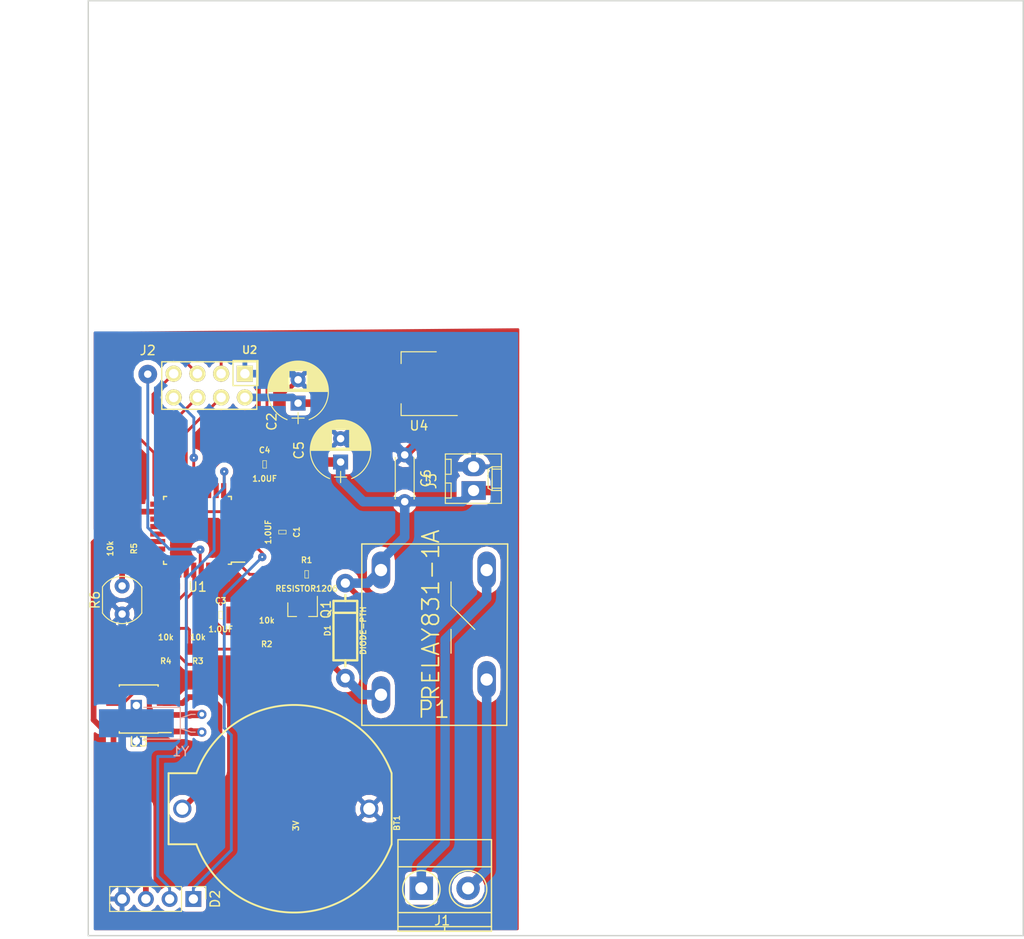
<source format=kicad_pcb>
(kicad_pcb (version 4) (host pcbnew 4.0.7-e2-6376~61~ubuntu18.04.1)

  (general
    (links 61)
    (no_connects 1)
    (area 10.485429 19.924999 120.100001 120.396001)
    (thickness 1.6)
    (drawings 6)
    (tracks 220)
    (zones 0)
    (modules 26)
    (nets 38)
  )

  (page A4)
  (layers
    (0 F.Cu signal)
    (31 B.Cu signal)
    (32 B.Adhes user)
    (33 F.Adhes user)
    (34 B.Paste user)
    (35 F.Paste user)
    (36 B.SilkS user)
    (37 F.SilkS user)
    (38 B.Mask user)
    (39 F.Mask user)
    (40 Dwgs.User user)
    (41 Cmts.User user)
    (42 Eco1.User user)
    (43 Eco2.User user)
    (44 Edge.Cuts user)
    (45 Margin user)
    (46 B.CrtYd user)
    (47 F.CrtYd user)
    (48 B.Fab user)
    (49 F.Fab user)
  )

  (setup
    (last_trace_width 0.25)
    (user_trace_width 0.1524)
    (user_trace_width 0.2032)
    (user_trace_width 0.254)
    (user_trace_width 0.3048)
    (user_trace_width 0.6096)
    (user_trace_width 0.8128)
    (user_trace_width 1.016)
    (user_trace_width 2.032)
    (trace_clearance 0.2)
    (zone_clearance 0.508)
    (zone_45_only no)
    (trace_min 0.1524)
    (segment_width 0.2)
    (edge_width 0.15)
    (via_size 0.9)
    (via_drill 0.2)
    (via_min_size 0.4)
    (via_min_drill 0.2)
    (user_via 0.6 0.4)
    (user_via 0.8 0.4)
    (user_via 1 0.4)
    (user_via 1.2 0.4)
    (uvia_size 0.3)
    (uvia_drill 0.1)
    (uvias_allowed no)
    (uvia_min_size 0)
    (uvia_min_drill 0)
    (pcb_text_width 0.3)
    (pcb_text_size 1.5 1.5)
    (mod_edge_width 0.15)
    (mod_text_size 1 1)
    (mod_text_width 0.15)
    (pad_size 3 8)
    (pad_drill 0)
    (pad_to_mask_clearance 0.2)
    (aux_axis_origin 0 0)
    (visible_elements FFFFFF7F)
    (pcbplotparams
      (layerselection 0x00030_80000001)
      (usegerberextensions false)
      (excludeedgelayer true)
      (linewidth 0.100000)
      (plotframeref false)
      (viasonmask false)
      (mode 1)
      (useauxorigin false)
      (hpglpennumber 1)
      (hpglpenspeed 20)
      (hpglpendiameter 15)
      (hpglpenoverlay 2)
      (psnegative false)
      (psa4output false)
      (plotreference true)
      (plotvalue true)
      (plotinvisibletext false)
      (padsonsilk false)
      (subtractmaskfromsilk false)
      (outputformat 1)
      (mirror false)
      (drillshape 1)
      (scaleselection 1)
      (outputdirectory ""))
  )

  (net 0 "")
  (net 1 "Net-(U1-Pad7)")
  (net 2 "Net-(U1-Pad8)")
  (net 3 "Net-(U1-Pad10)")
  (net 4 "Net-(U1-Pad11)")
  (net 5 "Net-(U1-Pad19)")
  (net 6 "Net-(U1-Pad20)")
  (net 7 "Net-(U1-Pad22)")
  (net 8 "Net-(U1-Pad24)")
  (net 9 "Net-(U1-Pad25)")
  (net 10 "Net-(U1-Pad26)")
  (net 11 "Net-(U1-Pad30)")
  (net 12 "Net-(U1-Pad31)")
  (net 13 "Net-(U1-Pad32)")
  (net 14 +5VD)
  (net 15 "Net-(D1-PadA)")
  (net 16 pd3)
  (net 17 PB0)
  (net 18 PB1)
  (net 19 PB2)
  (net 20 MOSI)
  (net 21 MISO)
  (net 22 SCK)
  (net 23 "Net-(J1-Pad1)")
  (net 24 "Net-(J1-Pad2)")
  (net 25 "Net-(BT1-Pad1)")
  (net 26 SDA)
  (net 27 SCL)
  (net 28 "Net-(U3-Pad1)")
  (net 29 "Net-(U3-Pad2)")
  (net 30 "Net-(U3-Pad7)")
  (net 31 RESET)
  (net 32 GND)
  (net 33 "Net-(C2-Pad1)")
  (net 34 pd4)
  (net 35 pd5)
  (net 36 "Net-(Q1-Pad1)")
  (net 37 ADC0)

  (net_class Default "This is the default net class."
    (clearance 0.2)
    (trace_width 0.25)
    (via_dia 0.9)
    (via_drill 0.2)
    (uvia_dia 0.3)
    (uvia_drill 0.1)
    (add_net +5VD)
    (add_net ADC0)
    (add_net GND)
    (add_net MISO)
    (add_net MOSI)
    (add_net "Net-(BT1-Pad1)")
    (add_net "Net-(C2-Pad1)")
    (add_net "Net-(D1-PadA)")
    (add_net "Net-(J1-Pad1)")
    (add_net "Net-(J1-Pad2)")
    (add_net "Net-(Q1-Pad1)")
    (add_net "Net-(U1-Pad10)")
    (add_net "Net-(U1-Pad11)")
    (add_net "Net-(U1-Pad19)")
    (add_net "Net-(U1-Pad20)")
    (add_net "Net-(U1-Pad22)")
    (add_net "Net-(U1-Pad24)")
    (add_net "Net-(U1-Pad25)")
    (add_net "Net-(U1-Pad26)")
    (add_net "Net-(U1-Pad30)")
    (add_net "Net-(U1-Pad31)")
    (add_net "Net-(U1-Pad32)")
    (add_net "Net-(U1-Pad7)")
    (add_net "Net-(U1-Pad8)")
    (add_net "Net-(U3-Pad1)")
    (add_net "Net-(U3-Pad2)")
    (add_net "Net-(U3-Pad7)")
    (add_net PB0)
    (add_net PB1)
    (add_net PB2)
    (add_net RESET)
    (add_net SCK)
    (add_net SCL)
    (add_net SDA)
    (add_net pd3)
    (add_net pd4)
    (add_net pd5)
  )

  (module Housings_SOIC:SOIC-8_3.9x4.9mm_Pitch1.27mm (layer F.Cu) (tedit 58CD0CDA) (tstamp 5AA05885)
    (at 25.4 95.758 180)
    (descr "8-Lead Plastic Small Outline (SN) - Narrow, 3.90 mm Body [SOIC] (see Microchip Packaging Specification 00000049BS.pdf)")
    (tags "SOIC 1.27")
    (path /5A93FC84)
    (attr smd)
    (fp_text reference U3 (at 0 -3.5 180) (layer F.SilkS)
      (effects (font (size 1 1) (thickness 0.15)))
    )
    (fp_text value DS1307Z (at 0 3.5 180) (layer F.Fab)
      (effects (font (size 1 1) (thickness 0.15)))
    )
    (fp_text user %R (at 0.1448 1.27 180) (layer F.Fab)
      (effects (font (size 1 1) (thickness 0.15)))
    )
    (fp_line (start -0.95 -2.45) (end 1.95 -2.45) (layer F.Fab) (width 0.1))
    (fp_line (start 1.95 -2.45) (end 1.95 2.45) (layer F.Fab) (width 0.1))
    (fp_line (start 1.95 2.45) (end -1.95 2.45) (layer F.Fab) (width 0.1))
    (fp_line (start -1.95 2.45) (end -1.95 -1.45) (layer F.Fab) (width 0.1))
    (fp_line (start -1.95 -1.45) (end -0.95 -2.45) (layer F.Fab) (width 0.1))
    (fp_line (start -3.73 -2.7) (end -3.73 2.7) (layer F.CrtYd) (width 0.05))
    (fp_line (start 3.73 -2.7) (end 3.73 2.7) (layer F.CrtYd) (width 0.05))
    (fp_line (start -3.73 -2.7) (end 3.73 -2.7) (layer F.CrtYd) (width 0.05))
    (fp_line (start -3.73 2.7) (end 3.73 2.7) (layer F.CrtYd) (width 0.05))
    (fp_line (start -2.075 -2.575) (end -2.075 -2.525) (layer F.SilkS) (width 0.15))
    (fp_line (start 2.075 -2.575) (end 2.075 -2.43) (layer F.SilkS) (width 0.15))
    (fp_line (start 2.075 2.575) (end 2.075 2.43) (layer F.SilkS) (width 0.15))
    (fp_line (start -2.075 2.575) (end -2.075 2.43) (layer F.SilkS) (width 0.15))
    (fp_line (start -2.075 -2.575) (end 2.075 -2.575) (layer F.SilkS) (width 0.15))
    (fp_line (start -2.075 2.575) (end 2.075 2.575) (layer F.SilkS) (width 0.15))
    (fp_line (start -2.075 -2.525) (end -3.475 -2.525) (layer F.SilkS) (width 0.15))
    (pad 1 smd rect (at -2.7 -1.905 180) (size 1.55 0.6) (layers F.Cu F.Paste F.Mask)
      (net 28 "Net-(U3-Pad1)"))
    (pad 2 smd rect (at -2.7 -0.635 180) (size 1.55 0.6) (layers F.Cu F.Paste F.Mask)
      (net 29 "Net-(U3-Pad2)"))
    (pad 3 smd rect (at -2.7 0.635 180) (size 1.55 0.6) (layers F.Cu F.Paste F.Mask)
      (net 25 "Net-(BT1-Pad1)"))
    (pad 4 smd rect (at -2.7 1.905 180) (size 1.55 0.6) (layers F.Cu F.Paste F.Mask)
      (net 32 GND))
    (pad 5 smd rect (at 2.7 1.905 180) (size 1.55 0.6) (layers F.Cu F.Paste F.Mask)
      (net 26 SDA))
    (pad 6 smd rect (at 2.7 0.635 180) (size 1.55 0.6) (layers F.Cu F.Paste F.Mask)
      (net 27 SCL))
    (pad 7 smd rect (at 2.7 -0.635 180) (size 1.55 0.6) (layers F.Cu F.Paste F.Mask)
      (net 30 "Net-(U3-Pad7)"))
    (pad 8 smd rect (at 2.7 -1.905 180) (size 1.55 0.6) (layers F.Cu F.Paste F.Mask)
      (net 14 +5VD))
    (model ${KISYS3DMOD}/Housings_SOIC.3dshapes/SOIC-8_3.9x4.9mm_Pitch1.27mm.wrl
      (at (xyz 0 0 0))
      (scale (xyz 1 1 1))
      (rotate (xyz 0 0 0))
    )
  )

  (module Batteries:BATTCOM_20MM_PTH (layer F.Cu) (tedit 200000) (tstamp 5AA05704)
    (at 41.91 106.426 180)
    (descr "20MM (CR2032) COIN CELL BATTERY HOLDER - PTH")
    (tags "20MM (CR2032) COIN CELL BATTERY HOLDER - PTH")
    (path /5A93FD64)
    (attr virtual)
    (fp_text reference BT1 (at -11.0998 -1.524 270) (layer F.SilkS)
      (effects (font (size 0.6096 0.6096) (thickness 0.127)))
    )
    (fp_text value 3V (at -0.3048 -1.8288 270) (layer F.SilkS)
      (effects (font (size 0.6096 0.6096) (thickness 0.127)))
    )
    (fp_line (start 10.3378 -3.79984) (end 13.31976 -3.79984) (layer F.SilkS) (width 0.2032))
    (fp_line (start 13.31976 -3.79984) (end 13.31976 3.79984) (layer F.SilkS) (width 0.2032))
    (fp_line (start 13.31976 3.79984) (end 10.3378 3.79984) (layer F.SilkS) (width 0.2032))
    (fp_line (start -10.53846 -3.79984) (end -10.53846 3.79984) (layer F.SilkS) (width 0.2032))
    (fp_circle (center 0.05842 -0.09906) (end 0.05842 -10.09904) (layer Dwgs.User) (width 0.127))
    (fp_arc (start -0.09906 0.0127) (end -10.53846 -3.79984) (angle 139.8) (layer F.SilkS) (width 0.2032))
    (fp_arc (start -0.09906 -0.0127) (end 10.3378 3.79984) (angle 139.8) (layer F.SilkS) (width 0.2032))
    (fp_text user + (at 9.2329 0.0635 180) (layer Dwgs.User)
      (effects (font (size 1.27 1.27) (thickness 0.1016)))
    )
    (fp_text user - (at -5.76326 0.0635 180) (layer Dwgs.User)
      (effects (font (size 1.27 1.27) (thickness 0.1016)))
    )
    (pad 1 thru_hole circle (at 11.8491 0 180) (size 1.94818 1.94818) (drill 1.29794) (layers *.Cu *.Mask)
      (net 25 "Net-(BT1-Pad1)") (solder_mask_margin 0.1016))
    (pad 2 thru_hole circle (at -8.14832 0 180) (size 1.94818 1.94818) (drill 1.29794) (layers *.Cu *.Mask)
      (net 32 GND) (solder_mask_margin 0.1016))
  )

  (module 1206 (layer F.Cu) (tedit 200000) (tstamp 5AA0571C)
    (at 40.767 76.83754 270)
    (descr "GENERIC 3216 (1206) PACKAGE")
    (tags "GENERIC 3216 (1206) PACKAGE")
    (path /5A93D69D)
    (attr smd)
    (fp_text reference C1 (at 0 -1.524 270) (layer F.SilkS)
      (effects (font (size 0.6096 0.6096) (thickness 0.127)))
    )
    (fp_text value 1.0UF (at 0 1.524 270) (layer F.SilkS)
      (effects (font (size 0.6096 0.6096) (thickness 0.127)))
    )
    (fp_line (start -1.7018 0.8509) (end -0.94996 0.8509) (layer Dwgs.User) (width 0.06604))
    (fp_line (start -0.94996 0.8509) (end -0.94996 -0.84836) (layer Dwgs.User) (width 0.06604))
    (fp_line (start -1.7018 -0.84836) (end -0.94996 -0.84836) (layer Dwgs.User) (width 0.06604))
    (fp_line (start -1.7018 0.8509) (end -1.7018 -0.84836) (layer Dwgs.User) (width 0.06604))
    (fp_line (start 0.94996 0.84836) (end 1.7018 0.84836) (layer Dwgs.User) (width 0.06604))
    (fp_line (start 1.7018 0.84836) (end 1.7018 -0.8509) (layer Dwgs.User) (width 0.06604))
    (fp_line (start 0.94996 -0.8509) (end 1.7018 -0.8509) (layer Dwgs.User) (width 0.06604))
    (fp_line (start 0.94996 0.84836) (end 0.94996 -0.8509) (layer Dwgs.User) (width 0.06604))
    (fp_line (start -0.19812 0.39878) (end 0.19812 0.39878) (layer F.SilkS) (width 0.06604))
    (fp_line (start 0.19812 0.39878) (end 0.19812 -0.39878) (layer F.SilkS) (width 0.06604))
    (fp_line (start -0.19812 -0.39878) (end 0.19812 -0.39878) (layer F.SilkS) (width 0.06604))
    (fp_line (start -0.19812 0.39878) (end -0.19812 -0.39878) (layer F.SilkS) (width 0.06604))
    (fp_line (start -2.39776 -1.09982) (end 2.39776 -1.09982) (layer F.CrtYd) (width 0.0508))
    (fp_line (start 2.39776 1.09982) (end -2.39776 1.09982) (layer F.CrtYd) (width 0.0508))
    (fp_line (start -2.39776 1.09982) (end -2.39776 -1.09982) (layer F.CrtYd) (width 0.0508))
    (fp_line (start 2.39776 -1.09982) (end 2.39776 1.09982) (layer F.CrtYd) (width 0.0508))
    (fp_line (start -0.96266 -0.78486) (end 0.96266 -0.78486) (layer Dwgs.User) (width 0.1016))
    (fp_line (start -0.96266 0.78486) (end 0.96266 0.78486) (layer Dwgs.User) (width 0.1016))
    (pad 1 smd rect (at -1.39954 0 270) (size 1.59766 1.79832) (layers F.Cu F.Paste F.Mask)
      (net 14 +5VD) (solder_mask_margin 0.1016))
    (pad 2 smd rect (at 1.39954 0 270) (size 1.59766 1.79832) (layers F.Cu F.Paste F.Mask)
      (net 32 GND) (solder_mask_margin 0.1016))
  )

  (module Capacitors_ThroughHole:CP_Radial_D6.3mm_P2.50mm (layer F.Cu) (tedit 597BC7C2) (tstamp 5AA057B1)
    (at 42.4434 63.0428 90)
    (descr "CP, Radial series, Radial, pin pitch=2.50mm, , diameter=6.3mm, Electrolytic Capacitor")
    (tags "CP Radial series Radial pin pitch 2.50mm  diameter 6.3mm Electrolytic Capacitor")
    (path /5A93F1A2)
    (fp_text reference C2 (at -1.9812 -2.8194 90) (layer F.SilkS)
      (effects (font (size 1 1) (thickness 0.15)))
    )
    (fp_text value 22mF (at 1.25 4.46 90) (layer F.Fab)
      (effects (font (size 1 1) (thickness 0.15)))
    )
    (fp_arc (start 1.25 0) (end -1.767482 -1.18) (angle 137.3) (layer F.SilkS) (width 0.12))
    (fp_arc (start 1.25 0) (end -1.767482 1.18) (angle -137.3) (layer F.SilkS) (width 0.12))
    (fp_arc (start 1.25 0) (end 4.267482 -1.18) (angle 42.7) (layer F.SilkS) (width 0.12))
    (fp_circle (center 1.25 0) (end 4.4 0) (layer F.Fab) (width 0.1))
    (fp_line (start -2.2 0) (end -1 0) (layer F.Fab) (width 0.1))
    (fp_line (start -1.6 -0.65) (end -1.6 0.65) (layer F.Fab) (width 0.1))
    (fp_line (start 1.25 -3.2) (end 1.25 3.2) (layer F.SilkS) (width 0.12))
    (fp_line (start 1.29 -3.2) (end 1.29 3.2) (layer F.SilkS) (width 0.12))
    (fp_line (start 1.33 -3.2) (end 1.33 3.2) (layer F.SilkS) (width 0.12))
    (fp_line (start 1.37 -3.198) (end 1.37 3.198) (layer F.SilkS) (width 0.12))
    (fp_line (start 1.41 -3.197) (end 1.41 3.197) (layer F.SilkS) (width 0.12))
    (fp_line (start 1.45 -3.194) (end 1.45 3.194) (layer F.SilkS) (width 0.12))
    (fp_line (start 1.49 -3.192) (end 1.49 3.192) (layer F.SilkS) (width 0.12))
    (fp_line (start 1.53 -3.188) (end 1.53 -0.98) (layer F.SilkS) (width 0.12))
    (fp_line (start 1.53 0.98) (end 1.53 3.188) (layer F.SilkS) (width 0.12))
    (fp_line (start 1.57 -3.185) (end 1.57 -0.98) (layer F.SilkS) (width 0.12))
    (fp_line (start 1.57 0.98) (end 1.57 3.185) (layer F.SilkS) (width 0.12))
    (fp_line (start 1.61 -3.18) (end 1.61 -0.98) (layer F.SilkS) (width 0.12))
    (fp_line (start 1.61 0.98) (end 1.61 3.18) (layer F.SilkS) (width 0.12))
    (fp_line (start 1.65 -3.176) (end 1.65 -0.98) (layer F.SilkS) (width 0.12))
    (fp_line (start 1.65 0.98) (end 1.65 3.176) (layer F.SilkS) (width 0.12))
    (fp_line (start 1.69 -3.17) (end 1.69 -0.98) (layer F.SilkS) (width 0.12))
    (fp_line (start 1.69 0.98) (end 1.69 3.17) (layer F.SilkS) (width 0.12))
    (fp_line (start 1.73 -3.165) (end 1.73 -0.98) (layer F.SilkS) (width 0.12))
    (fp_line (start 1.73 0.98) (end 1.73 3.165) (layer F.SilkS) (width 0.12))
    (fp_line (start 1.77 -3.158) (end 1.77 -0.98) (layer F.SilkS) (width 0.12))
    (fp_line (start 1.77 0.98) (end 1.77 3.158) (layer F.SilkS) (width 0.12))
    (fp_line (start 1.81 -3.152) (end 1.81 -0.98) (layer F.SilkS) (width 0.12))
    (fp_line (start 1.81 0.98) (end 1.81 3.152) (layer F.SilkS) (width 0.12))
    (fp_line (start 1.85 -3.144) (end 1.85 -0.98) (layer F.SilkS) (width 0.12))
    (fp_line (start 1.85 0.98) (end 1.85 3.144) (layer F.SilkS) (width 0.12))
    (fp_line (start 1.89 -3.137) (end 1.89 -0.98) (layer F.SilkS) (width 0.12))
    (fp_line (start 1.89 0.98) (end 1.89 3.137) (layer F.SilkS) (width 0.12))
    (fp_line (start 1.93 -3.128) (end 1.93 -0.98) (layer F.SilkS) (width 0.12))
    (fp_line (start 1.93 0.98) (end 1.93 3.128) (layer F.SilkS) (width 0.12))
    (fp_line (start 1.971 -3.119) (end 1.971 -0.98) (layer F.SilkS) (width 0.12))
    (fp_line (start 1.971 0.98) (end 1.971 3.119) (layer F.SilkS) (width 0.12))
    (fp_line (start 2.011 -3.11) (end 2.011 -0.98) (layer F.SilkS) (width 0.12))
    (fp_line (start 2.011 0.98) (end 2.011 3.11) (layer F.SilkS) (width 0.12))
    (fp_line (start 2.051 -3.1) (end 2.051 -0.98) (layer F.SilkS) (width 0.12))
    (fp_line (start 2.051 0.98) (end 2.051 3.1) (layer F.SilkS) (width 0.12))
    (fp_line (start 2.091 -3.09) (end 2.091 -0.98) (layer F.SilkS) (width 0.12))
    (fp_line (start 2.091 0.98) (end 2.091 3.09) (layer F.SilkS) (width 0.12))
    (fp_line (start 2.131 -3.079) (end 2.131 -0.98) (layer F.SilkS) (width 0.12))
    (fp_line (start 2.131 0.98) (end 2.131 3.079) (layer F.SilkS) (width 0.12))
    (fp_line (start 2.171 -3.067) (end 2.171 -0.98) (layer F.SilkS) (width 0.12))
    (fp_line (start 2.171 0.98) (end 2.171 3.067) (layer F.SilkS) (width 0.12))
    (fp_line (start 2.211 -3.055) (end 2.211 -0.98) (layer F.SilkS) (width 0.12))
    (fp_line (start 2.211 0.98) (end 2.211 3.055) (layer F.SilkS) (width 0.12))
    (fp_line (start 2.251 -3.042) (end 2.251 -0.98) (layer F.SilkS) (width 0.12))
    (fp_line (start 2.251 0.98) (end 2.251 3.042) (layer F.SilkS) (width 0.12))
    (fp_line (start 2.291 -3.029) (end 2.291 -0.98) (layer F.SilkS) (width 0.12))
    (fp_line (start 2.291 0.98) (end 2.291 3.029) (layer F.SilkS) (width 0.12))
    (fp_line (start 2.331 -3.015) (end 2.331 -0.98) (layer F.SilkS) (width 0.12))
    (fp_line (start 2.331 0.98) (end 2.331 3.015) (layer F.SilkS) (width 0.12))
    (fp_line (start 2.371 -3.001) (end 2.371 -0.98) (layer F.SilkS) (width 0.12))
    (fp_line (start 2.371 0.98) (end 2.371 3.001) (layer F.SilkS) (width 0.12))
    (fp_line (start 2.411 -2.986) (end 2.411 -0.98) (layer F.SilkS) (width 0.12))
    (fp_line (start 2.411 0.98) (end 2.411 2.986) (layer F.SilkS) (width 0.12))
    (fp_line (start 2.451 -2.97) (end 2.451 -0.98) (layer F.SilkS) (width 0.12))
    (fp_line (start 2.451 0.98) (end 2.451 2.97) (layer F.SilkS) (width 0.12))
    (fp_line (start 2.491 -2.954) (end 2.491 -0.98) (layer F.SilkS) (width 0.12))
    (fp_line (start 2.491 0.98) (end 2.491 2.954) (layer F.SilkS) (width 0.12))
    (fp_line (start 2.531 -2.937) (end 2.531 -0.98) (layer F.SilkS) (width 0.12))
    (fp_line (start 2.531 0.98) (end 2.531 2.937) (layer F.SilkS) (width 0.12))
    (fp_line (start 2.571 -2.919) (end 2.571 -0.98) (layer F.SilkS) (width 0.12))
    (fp_line (start 2.571 0.98) (end 2.571 2.919) (layer F.SilkS) (width 0.12))
    (fp_line (start 2.611 -2.901) (end 2.611 -0.98) (layer F.SilkS) (width 0.12))
    (fp_line (start 2.611 0.98) (end 2.611 2.901) (layer F.SilkS) (width 0.12))
    (fp_line (start 2.651 -2.882) (end 2.651 -0.98) (layer F.SilkS) (width 0.12))
    (fp_line (start 2.651 0.98) (end 2.651 2.882) (layer F.SilkS) (width 0.12))
    (fp_line (start 2.691 -2.863) (end 2.691 -0.98) (layer F.SilkS) (width 0.12))
    (fp_line (start 2.691 0.98) (end 2.691 2.863) (layer F.SilkS) (width 0.12))
    (fp_line (start 2.731 -2.843) (end 2.731 -0.98) (layer F.SilkS) (width 0.12))
    (fp_line (start 2.731 0.98) (end 2.731 2.843) (layer F.SilkS) (width 0.12))
    (fp_line (start 2.771 -2.822) (end 2.771 -0.98) (layer F.SilkS) (width 0.12))
    (fp_line (start 2.771 0.98) (end 2.771 2.822) (layer F.SilkS) (width 0.12))
    (fp_line (start 2.811 -2.8) (end 2.811 -0.98) (layer F.SilkS) (width 0.12))
    (fp_line (start 2.811 0.98) (end 2.811 2.8) (layer F.SilkS) (width 0.12))
    (fp_line (start 2.851 -2.778) (end 2.851 -0.98) (layer F.SilkS) (width 0.12))
    (fp_line (start 2.851 0.98) (end 2.851 2.778) (layer F.SilkS) (width 0.12))
    (fp_line (start 2.891 -2.755) (end 2.891 -0.98) (layer F.SilkS) (width 0.12))
    (fp_line (start 2.891 0.98) (end 2.891 2.755) (layer F.SilkS) (width 0.12))
    (fp_line (start 2.931 -2.731) (end 2.931 -0.98) (layer F.SilkS) (width 0.12))
    (fp_line (start 2.931 0.98) (end 2.931 2.731) (layer F.SilkS) (width 0.12))
    (fp_line (start 2.971 -2.706) (end 2.971 -0.98) (layer F.SilkS) (width 0.12))
    (fp_line (start 2.971 0.98) (end 2.971 2.706) (layer F.SilkS) (width 0.12))
    (fp_line (start 3.011 -2.681) (end 3.011 -0.98) (layer F.SilkS) (width 0.12))
    (fp_line (start 3.011 0.98) (end 3.011 2.681) (layer F.SilkS) (width 0.12))
    (fp_line (start 3.051 -2.654) (end 3.051 -0.98) (layer F.SilkS) (width 0.12))
    (fp_line (start 3.051 0.98) (end 3.051 2.654) (layer F.SilkS) (width 0.12))
    (fp_line (start 3.091 -2.627) (end 3.091 -0.98) (layer F.SilkS) (width 0.12))
    (fp_line (start 3.091 0.98) (end 3.091 2.627) (layer F.SilkS) (width 0.12))
    (fp_line (start 3.131 -2.599) (end 3.131 -0.98) (layer F.SilkS) (width 0.12))
    (fp_line (start 3.131 0.98) (end 3.131 2.599) (layer F.SilkS) (width 0.12))
    (fp_line (start 3.171 -2.57) (end 3.171 -0.98) (layer F.SilkS) (width 0.12))
    (fp_line (start 3.171 0.98) (end 3.171 2.57) (layer F.SilkS) (width 0.12))
    (fp_line (start 3.211 -2.54) (end 3.211 -0.98) (layer F.SilkS) (width 0.12))
    (fp_line (start 3.211 0.98) (end 3.211 2.54) (layer F.SilkS) (width 0.12))
    (fp_line (start 3.251 -2.51) (end 3.251 -0.98) (layer F.SilkS) (width 0.12))
    (fp_line (start 3.251 0.98) (end 3.251 2.51) (layer F.SilkS) (width 0.12))
    (fp_line (start 3.291 -2.478) (end 3.291 -0.98) (layer F.SilkS) (width 0.12))
    (fp_line (start 3.291 0.98) (end 3.291 2.478) (layer F.SilkS) (width 0.12))
    (fp_line (start 3.331 -2.445) (end 3.331 -0.98) (layer F.SilkS) (width 0.12))
    (fp_line (start 3.331 0.98) (end 3.331 2.445) (layer F.SilkS) (width 0.12))
    (fp_line (start 3.371 -2.411) (end 3.371 -0.98) (layer F.SilkS) (width 0.12))
    (fp_line (start 3.371 0.98) (end 3.371 2.411) (layer F.SilkS) (width 0.12))
    (fp_line (start 3.411 -2.375) (end 3.411 -0.98) (layer F.SilkS) (width 0.12))
    (fp_line (start 3.411 0.98) (end 3.411 2.375) (layer F.SilkS) (width 0.12))
    (fp_line (start 3.451 -2.339) (end 3.451 -0.98) (layer F.SilkS) (width 0.12))
    (fp_line (start 3.451 0.98) (end 3.451 2.339) (layer F.SilkS) (width 0.12))
    (fp_line (start 3.491 -2.301) (end 3.491 2.301) (layer F.SilkS) (width 0.12))
    (fp_line (start 3.531 -2.262) (end 3.531 2.262) (layer F.SilkS) (width 0.12))
    (fp_line (start 3.571 -2.222) (end 3.571 2.222) (layer F.SilkS) (width 0.12))
    (fp_line (start 3.611 -2.18) (end 3.611 2.18) (layer F.SilkS) (width 0.12))
    (fp_line (start 3.651 -2.137) (end 3.651 2.137) (layer F.SilkS) (width 0.12))
    (fp_line (start 3.691 -2.092) (end 3.691 2.092) (layer F.SilkS) (width 0.12))
    (fp_line (start 3.731 -2.045) (end 3.731 2.045) (layer F.SilkS) (width 0.12))
    (fp_line (start 3.771 -1.997) (end 3.771 1.997) (layer F.SilkS) (width 0.12))
    (fp_line (start 3.811 -1.946) (end 3.811 1.946) (layer F.SilkS) (width 0.12))
    (fp_line (start 3.851 -1.894) (end 3.851 1.894) (layer F.SilkS) (width 0.12))
    (fp_line (start 3.891 -1.839) (end 3.891 1.839) (layer F.SilkS) (width 0.12))
    (fp_line (start 3.931 -1.781) (end 3.931 1.781) (layer F.SilkS) (width 0.12))
    (fp_line (start 3.971 -1.721) (end 3.971 1.721) (layer F.SilkS) (width 0.12))
    (fp_line (start 4.011 -1.658) (end 4.011 1.658) (layer F.SilkS) (width 0.12))
    (fp_line (start 4.051 -1.591) (end 4.051 1.591) (layer F.SilkS) (width 0.12))
    (fp_line (start 4.091 -1.52) (end 4.091 1.52) (layer F.SilkS) (width 0.12))
    (fp_line (start 4.131 -1.445) (end 4.131 1.445) (layer F.SilkS) (width 0.12))
    (fp_line (start 4.171 -1.364) (end 4.171 1.364) (layer F.SilkS) (width 0.12))
    (fp_line (start 4.211 -1.278) (end 4.211 1.278) (layer F.SilkS) (width 0.12))
    (fp_line (start 4.251 -1.184) (end 4.251 1.184) (layer F.SilkS) (width 0.12))
    (fp_line (start 4.291 -1.081) (end 4.291 1.081) (layer F.SilkS) (width 0.12))
    (fp_line (start 4.331 -0.966) (end 4.331 0.966) (layer F.SilkS) (width 0.12))
    (fp_line (start 4.371 -0.834) (end 4.371 0.834) (layer F.SilkS) (width 0.12))
    (fp_line (start 4.411 -0.676) (end 4.411 0.676) (layer F.SilkS) (width 0.12))
    (fp_line (start 4.451 -0.468) (end 4.451 0.468) (layer F.SilkS) (width 0.12))
    (fp_line (start -2.2 0) (end -1 0) (layer F.SilkS) (width 0.12))
    (fp_line (start -1.6 -0.65) (end -1.6 0.65) (layer F.SilkS) (width 0.12))
    (fp_line (start -2.25 -3.5) (end -2.25 3.5) (layer F.CrtYd) (width 0.05))
    (fp_line (start -2.25 3.5) (end 4.75 3.5) (layer F.CrtYd) (width 0.05))
    (fp_line (start 4.75 3.5) (end 4.75 -3.5) (layer F.CrtYd) (width 0.05))
    (fp_line (start 4.75 -3.5) (end -2.25 -3.5) (layer F.CrtYd) (width 0.05))
    (fp_text user %R (at 1.25 0 90) (layer F.Fab)
      (effects (font (size 1 1) (thickness 0.15)))
    )
    (pad 1 thru_hole rect (at 0 0 90) (size 1.6 1.6) (drill 0.8) (layers *.Cu *.Mask)
      (net 33 "Net-(C2-Pad1)"))
    (pad 2 thru_hole circle (at 2.5 0 90) (size 1.6 1.6) (drill 0.8) (layers *.Cu *.Mask)
      (net 32 GND))
    (model ${KISYS3DMOD}/Capacitors_THT.3dshapes/CP_Radial_D6.3mm_P2.50mm.wrl
      (at (xyz 0 0 0))
      (scale (xyz 1 1 1))
      (rotate (xyz 0 0 0))
    )
  )

  (module DIODE-1N4001 (layer F.Cu) (tedit 200000) (tstamp 5AA057C2)
    (at 47.498 87.376 90)
    (path /5A93F059)
    (attr virtual)
    (fp_text reference D1 (at 0 -1.905 90) (layer F.SilkS)
      (effects (font (size 0.6096 0.6096) (thickness 0.127)))
    )
    (fp_text value DIODE-PTH (at 0 1.905 90) (layer F.SilkS)
      (effects (font (size 0.6096 0.6096) (thickness 0.127)))
    )
    (fp_line (start 3.175 -1.27) (end 1.905 -1.27) (layer F.SilkS) (width 0.254))
    (fp_line (start 1.905 -1.27) (end -3.175 -1.27) (layer F.SilkS) (width 0.254))
    (fp_line (start -3.175 -1.27) (end -3.175 0) (layer F.SilkS) (width 0.254))
    (fp_line (start -3.175 0) (end -3.175 1.27) (layer F.SilkS) (width 0.254))
    (fp_line (start -3.175 1.27) (end 1.905 1.27) (layer F.SilkS) (width 0.254))
    (fp_line (start 1.905 1.27) (end 3.175 1.27) (layer F.SilkS) (width 0.254))
    (fp_line (start 3.175 1.27) (end 3.175 0) (layer F.SilkS) (width 0.254))
    (fp_line (start 3.175 0) (end 3.175 -1.27) (layer F.SilkS) (width 0.254))
    (fp_line (start 1.905 -1.27) (end 1.905 1.27) (layer F.SilkS) (width 0.254))
    (fp_line (start -3.175 0) (end -3.81 0) (layer F.SilkS) (width 0.254))
    (fp_line (start 3.175 0) (end 3.81 0) (layer F.SilkS) (width 0.254))
    (pad A thru_hole circle (at -5.08 0 90) (size 1.9812 1.9812) (drill 0.99822) (layers *.Cu *.Mask)
      (net 15 "Net-(D1-PadA)") (solder_mask_margin 0.1016))
    (pad C thru_hole circle (at 5.08 0 90) (size 1.9812 1.9812) (drill 0.99822) (layers *.Cu *.Mask)
      (net 14 +5VD) (solder_mask_margin 0.1016))
  )

  (module Connectors_Terminal_Blocks:TerminalBlock_Pheonix_MKDS1.5-2pol (layer F.Cu) (tedit 563007E4) (tstamp 5AA057D6)
    (at 55.626 114.935)
    (descr "2-way 5mm pitch terminal block, Phoenix MKDS series")
    (path /5A93EFCD)
    (fp_text reference J1 (at 2.2314 3.4544) (layer F.SilkS)
      (effects (font (size 1 1) (thickness 0.15)))
    )
    (fp_text value Screw_Terminal_01x02 (at -1.1976 -2.7686) (layer F.Fab)
      (effects (font (size 1 1) (thickness 0.15)))
    )
    (fp_line (start -2.7 -5.4) (end 7.7 -5.4) (layer F.CrtYd) (width 0.05))
    (fp_line (start -2.7 4.8) (end -2.7 -5.4) (layer F.CrtYd) (width 0.05))
    (fp_line (start 7.7 4.8) (end -2.7 4.8) (layer F.CrtYd) (width 0.05))
    (fp_line (start 7.7 -5.4) (end 7.7 4.8) (layer F.CrtYd) (width 0.05))
    (fp_line (start 2.5 4.1) (end 2.5 4.6) (layer F.SilkS) (width 0.15))
    (fp_circle (center 5 0.1) (end 3 0.1) (layer F.SilkS) (width 0.15))
    (fp_circle (center 0 0.1) (end 2 0.1) (layer F.SilkS) (width 0.15))
    (fp_line (start -2.5 2.6) (end 7.5 2.6) (layer F.SilkS) (width 0.15))
    (fp_line (start -2.5 -2.3) (end 7.5 -2.3) (layer F.SilkS) (width 0.15))
    (fp_line (start -2.5 4.1) (end 7.5 4.1) (layer F.SilkS) (width 0.15))
    (fp_line (start -2.5 4.6) (end 7.5 4.6) (layer F.SilkS) (width 0.15))
    (fp_line (start 7.5 4.6) (end 7.5 -5.2) (layer F.SilkS) (width 0.15))
    (fp_line (start 7.5 -5.2) (end -2.5 -5.2) (layer F.SilkS) (width 0.15))
    (fp_line (start -2.5 -5.2) (end -2.5 4.6) (layer F.SilkS) (width 0.15))
    (pad 1 thru_hole rect (at 0 0) (size 2.5 2.5) (drill 1.3) (layers *.Cu *.Mask)
      (net 23 "Net-(J1-Pad1)"))
    (pad 2 thru_hole circle (at 5 0) (size 2.5 2.5) (drill 1.3) (layers *.Cu *.Mask)
      (net 24 "Net-(J1-Pad2)"))
    (model Terminal_Blocks.3dshapes/TerminalBlock_Pheonix_MKDS1.5-2pol.wrl
      (at (xyz 0.0984 0 0))
      (scale (xyz 1 1 1))
      (rotate (xyz 0 0 0))
    )
  )

  (module mih-library:Relay-841-1A (layer F.Cu) (tedit 200000) (tstamp 5AA057E5)
    (at 56.261 84.709 270)
    (descr RELAY)
    (tags RELAY)
    (path /5A93E5A2)
    (attr virtual)
    (fp_text reference P1 (at 11.1 -0.6858 360) (layer F.SilkS)
      (effects (font (size 1.778 1.778) (thickness 0.1778)))
    )
    (fp_text value RELAY831-1A (at 1.016 -0.381 450) (layer F.SilkS)
      (effects (font (size 1.778 1.778) (thickness 0.1778)))
    )
    (fp_line (start -6.6 7) (end 12.8 7) (layer F.SilkS) (width 0.1524))
    (fp_line (start 12.8 -8.5) (end 12.8 7) (layer F.SilkS) (width 0.1524))
    (fp_line (start 12.8 -8.5) (end -6.6 -8.6) (layer F.SilkS) (width 0.1524))
    (fp_line (start -6.6 7) (end -6.6 -8.6) (layer F.SilkS) (width 0.1524))
    (fp_line (start -2.54 -2.54) (end 0 -2.54) (layer F.SilkS) (width 0.127))
    (fp_line (start 0 -2.54) (end 2.54 -5.08) (layer F.SilkS) (width 0.127))
    (fp_line (start 2.54 -2.54) (end 5.08 -2.54) (layer F.SilkS) (width 0.127))
    (pad 1 thru_hole oval (at -3.81 4.953) (size 1.9812 3.9624) (drill 1.3208) (layers *.Cu *.Paste *.Mask)
      (net 14 +5VD))
    (pad 2 thru_hole oval (at 9.525 4.953) (size 1.9812 3.9624) (drill 1.3208) (layers *.Cu *.Paste *.Mask)
      (net 15 "Net-(D1-PadA)"))
    (pad 3 thru_hole oval (at -3.81 -6.35 180) (size 1.9812 3.9624) (drill 1.3208) (layers *.Cu *.Paste *.Mask)
      (net 23 "Net-(J1-Pad1)"))
    (pad 4 thru_hole oval (at 7.9 -6.35) (size 1.9812 3.9624) (drill 1.3208) (layers *.Cu *.Paste *.Mask)
      (net 24 "Net-(J1-Pad2)"))
    (model /home/mih/develop/pcb/models3d/relay-831-1.wrl
      (at (xyz 0.4037 -0.2037 0))
      (scale (xyz 0.3937 0.3937 0.3937))
      (rotate (xyz 0 0 180))
    )
  )

  (module 1206 (layer F.Cu) (tedit 200000) (tstamp 5AA0580F)
    (at 43.3578 81.3562)
    (descr "GENERIC 3216 (1206) PACKAGE")
    (tags "GENERIC 3216 (1206) PACKAGE")
    (path /5A93F123)
    (attr smd)
    (fp_text reference R1 (at 0 -1.524) (layer F.SilkS)
      (effects (font (size 0.6096 0.6096) (thickness 0.127)))
    )
    (fp_text value RESISTOR1206 (at 0 1.524) (layer F.SilkS)
      (effects (font (size 0.6096 0.6096) (thickness 0.127)))
    )
    (fp_line (start -1.7018 0.8509) (end -0.94996 0.8509) (layer Dwgs.User) (width 0.06604))
    (fp_line (start -0.94996 0.8509) (end -0.94996 -0.84836) (layer Dwgs.User) (width 0.06604))
    (fp_line (start -1.7018 -0.84836) (end -0.94996 -0.84836) (layer Dwgs.User) (width 0.06604))
    (fp_line (start -1.7018 0.8509) (end -1.7018 -0.84836) (layer Dwgs.User) (width 0.06604))
    (fp_line (start 0.94996 0.84836) (end 1.7018 0.84836) (layer Dwgs.User) (width 0.06604))
    (fp_line (start 1.7018 0.84836) (end 1.7018 -0.8509) (layer Dwgs.User) (width 0.06604))
    (fp_line (start 0.94996 -0.8509) (end 1.7018 -0.8509) (layer Dwgs.User) (width 0.06604))
    (fp_line (start 0.94996 0.84836) (end 0.94996 -0.8509) (layer Dwgs.User) (width 0.06604))
    (fp_line (start -0.19812 0.39878) (end 0.19812 0.39878) (layer F.SilkS) (width 0.06604))
    (fp_line (start 0.19812 0.39878) (end 0.19812 -0.39878) (layer F.SilkS) (width 0.06604))
    (fp_line (start -0.19812 -0.39878) (end 0.19812 -0.39878) (layer F.SilkS) (width 0.06604))
    (fp_line (start -0.19812 0.39878) (end -0.19812 -0.39878) (layer F.SilkS) (width 0.06604))
    (fp_line (start -2.39776 -1.09982) (end 2.39776 -1.09982) (layer F.CrtYd) (width 0.0508))
    (fp_line (start 2.39776 1.09982) (end -2.39776 1.09982) (layer F.CrtYd) (width 0.0508))
    (fp_line (start -2.39776 1.09982) (end -2.39776 -1.09982) (layer F.CrtYd) (width 0.0508))
    (fp_line (start 2.39776 -1.09982) (end 2.39776 1.09982) (layer F.CrtYd) (width 0.0508))
    (fp_line (start -0.96266 -0.78486) (end 0.96266 -0.78486) (layer Dwgs.User) (width 0.1016))
    (fp_line (start -0.96266 0.78486) (end 0.96266 0.78486) (layer Dwgs.User) (width 0.1016))
    (pad 1 smd rect (at -1.39954 0) (size 1.59766 1.79832) (layers F.Cu F.Paste F.Mask)
      (net 16 pd3) (solder_mask_margin 0.1016))
    (pad 2 smd rect (at 1.39954 0) (size 1.59766 1.79832) (layers F.Cu F.Paste F.Mask)
      (net 36 "Net-(Q1-Pad1)") (solder_mask_margin 0.1016))
  )

  (module Housings_QFP:TQFP-32_7x7mm_Pitch0.8mm (layer F.Cu) (tedit 58CC9A48) (tstamp 5AA05846)
    (at 31.682 76.6508 180)
    (descr "32-Lead Plastic Thin Quad Flatpack (PT) - 7x7x1.0 mm Body, 2.00 mm [TQFP] (see Microchip Packaging Specification 00000049BS.pdf)")
    (tags "QFP 0.8")
    (path /5A93B8BA)
    (attr smd)
    (fp_text reference U1 (at 0 -6.05 180) (layer F.SilkS)
      (effects (font (size 1 1) (thickness 0.15)))
    )
    (fp_text value ATMEGA8-16AU (at 0 6.05 180) (layer F.Fab)
      (effects (font (size 1 1) (thickness 0.15)))
    )
    (fp_text user %R (at 0 0 180) (layer F.Fab)
      (effects (font (size 1 1) (thickness 0.15)))
    )
    (fp_line (start -2.5 -3.5) (end 3.5 -3.5) (layer F.Fab) (width 0.15))
    (fp_line (start 3.5 -3.5) (end 3.5 3.5) (layer F.Fab) (width 0.15))
    (fp_line (start 3.5 3.5) (end -3.5 3.5) (layer F.Fab) (width 0.15))
    (fp_line (start -3.5 3.5) (end -3.5 -2.5) (layer F.Fab) (width 0.15))
    (fp_line (start -3.5 -2.5) (end -2.5 -3.5) (layer F.Fab) (width 0.15))
    (fp_line (start -5.3 -5.3) (end -5.3 5.3) (layer F.CrtYd) (width 0.05))
    (fp_line (start 5.3 -5.3) (end 5.3 5.3) (layer F.CrtYd) (width 0.05))
    (fp_line (start -5.3 -5.3) (end 5.3 -5.3) (layer F.CrtYd) (width 0.05))
    (fp_line (start -5.3 5.3) (end 5.3 5.3) (layer F.CrtYd) (width 0.05))
    (fp_line (start -3.625 -3.625) (end -3.625 -3.4) (layer F.SilkS) (width 0.15))
    (fp_line (start 3.625 -3.625) (end 3.625 -3.3) (layer F.SilkS) (width 0.15))
    (fp_line (start 3.625 3.625) (end 3.625 3.3) (layer F.SilkS) (width 0.15))
    (fp_line (start -3.625 3.625) (end -3.625 3.3) (layer F.SilkS) (width 0.15))
    (fp_line (start -3.625 -3.625) (end -3.3 -3.625) (layer F.SilkS) (width 0.15))
    (fp_line (start -3.625 3.625) (end -3.3 3.625) (layer F.SilkS) (width 0.15))
    (fp_line (start 3.625 3.625) (end 3.3 3.625) (layer F.SilkS) (width 0.15))
    (fp_line (start 3.625 -3.625) (end 3.3 -3.625) (layer F.SilkS) (width 0.15))
    (fp_line (start -3.625 -3.4) (end -5.05 -3.4) (layer F.SilkS) (width 0.15))
    (pad 1 smd rect (at -4.25 -2.8 180) (size 1.6 0.55) (layers F.Cu F.Paste F.Mask)
      (net 16 pd3))
    (pad 2 smd rect (at -4.25 -2 180) (size 1.6 0.55) (layers F.Cu F.Paste F.Mask)
      (net 34 pd4))
    (pad 3 smd rect (at -4.25 -1.2 180) (size 1.6 0.55) (layers F.Cu F.Paste F.Mask)
      (net 32 GND))
    (pad 4 smd rect (at -4.25 -0.4 180) (size 1.6 0.55) (layers F.Cu F.Paste F.Mask)
      (net 14 +5VD))
    (pad 5 smd rect (at -4.25 0.4 180) (size 1.6 0.55) (layers F.Cu F.Paste F.Mask)
      (net 32 GND))
    (pad 6 smd rect (at -4.25 1.2 180) (size 1.6 0.55) (layers F.Cu F.Paste F.Mask)
      (net 14 +5VD))
    (pad 7 smd rect (at -4.25 2 180) (size 1.6 0.55) (layers F.Cu F.Paste F.Mask)
      (net 1 "Net-(U1-Pad7)"))
    (pad 8 smd rect (at -4.25 2.8 180) (size 1.6 0.55) (layers F.Cu F.Paste F.Mask)
      (net 2 "Net-(U1-Pad8)"))
    (pad 9 smd rect (at -2.8 4.25 270) (size 1.6 0.55) (layers F.Cu F.Paste F.Mask)
      (net 35 pd5))
    (pad 10 smd rect (at -2 4.25 270) (size 1.6 0.55) (layers F.Cu F.Paste F.Mask)
      (net 3 "Net-(U1-Pad10)"))
    (pad 11 smd rect (at -1.2 4.25 270) (size 1.6 0.55) (layers F.Cu F.Paste F.Mask)
      (net 4 "Net-(U1-Pad11)"))
    (pad 12 smd rect (at -0.4 4.25 270) (size 1.6 0.55) (layers F.Cu F.Paste F.Mask)
      (net 17 PB0))
    (pad 13 smd rect (at 0.4 4.25 270) (size 1.6 0.55) (layers F.Cu F.Paste F.Mask)
      (net 18 PB1))
    (pad 14 smd rect (at 1.2 4.25 270) (size 1.6 0.55) (layers F.Cu F.Paste F.Mask)
      (net 19 PB2))
    (pad 15 smd rect (at 2 4.25 270) (size 1.6 0.55) (layers F.Cu F.Paste F.Mask)
      (net 20 MOSI))
    (pad 16 smd rect (at 2.8 4.25 270) (size 1.6 0.55) (layers F.Cu F.Paste F.Mask)
      (net 21 MISO))
    (pad 17 smd rect (at 4.25 2.8 180) (size 1.6 0.55) (layers F.Cu F.Paste F.Mask)
      (net 22 SCK))
    (pad 18 smd rect (at 4.25 2 180) (size 1.6 0.55) (layers F.Cu F.Paste F.Mask)
      (net 14 +5VD))
    (pad 19 smd rect (at 4.25 1.2 180) (size 1.6 0.55) (layers F.Cu F.Paste F.Mask)
      (net 5 "Net-(U1-Pad19)"))
    (pad 20 smd rect (at 4.25 0.4 180) (size 1.6 0.55) (layers F.Cu F.Paste F.Mask)
      (net 6 "Net-(U1-Pad20)"))
    (pad 21 smd rect (at 4.25 -0.4 180) (size 1.6 0.55) (layers F.Cu F.Paste F.Mask)
      (net 32 GND))
    (pad 22 smd rect (at 4.25 -1.2 180) (size 1.6 0.55) (layers F.Cu F.Paste F.Mask)
      (net 7 "Net-(U1-Pad22)"))
    (pad 23 smd rect (at 4.25 -2 180) (size 1.6 0.55) (layers F.Cu F.Paste F.Mask)
      (net 37 ADC0))
    (pad 24 smd rect (at 4.25 -2.8 180) (size 1.6 0.55) (layers F.Cu F.Paste F.Mask)
      (net 8 "Net-(U1-Pad24)"))
    (pad 25 smd rect (at 2.8 -4.25 270) (size 1.6 0.55) (layers F.Cu F.Paste F.Mask)
      (net 9 "Net-(U1-Pad25)"))
    (pad 26 smd rect (at 2 -4.25 270) (size 1.6 0.55) (layers F.Cu F.Paste F.Mask)
      (net 10 "Net-(U1-Pad26)"))
    (pad 27 smd rect (at 1.2 -4.25 270) (size 1.6 0.55) (layers F.Cu F.Paste F.Mask)
      (net 26 SDA))
    (pad 28 smd rect (at 0.4 -4.25 270) (size 1.6 0.55) (layers F.Cu F.Paste F.Mask)
      (net 27 SCL))
    (pad 29 smd rect (at -0.4 -4.25 270) (size 1.6 0.55) (layers F.Cu F.Paste F.Mask)
      (net 31 RESET))
    (pad 30 smd rect (at -1.2 -4.25 270) (size 1.6 0.55) (layers F.Cu F.Paste F.Mask)
      (net 11 "Net-(U1-Pad30)"))
    (pad 31 smd rect (at -2 -4.25 270) (size 1.6 0.55) (layers F.Cu F.Paste F.Mask)
      (net 12 "Net-(U1-Pad31)"))
    (pad 32 smd rect (at -2.8 -4.25 270) (size 1.6 0.55) (layers F.Cu F.Paste F.Mask)
      (net 13 "Net-(U1-Pad32)"))
    (model ${KISYS3DMOD}/Housings_QFP.3dshapes/TQFP-32_7x7mm_Pitch0.8mm.wrl
      (at (xyz 0 0 0))
      (scale (xyz 1 1 1))
      (rotate (xyz 0 0 0))
    )
  )

  (module NRF24L01 (layer F.Cu) (tedit 5587F36C) (tstamp 5AA05868)
    (at 38.2778 58.3692)
    (descr NRF24L01)
    (tags "nRF 24 NRF24L01 NRF24L01+")
    (path /5A93C4A3)
    (fp_text reference U2 (at -1.016 -1.016) (layer F.SilkS)
      (effects (font (size 0.8 0.8) (thickness 0.16)))
    )
    (fp_text value NRF24L01 (at -8.382 7.112) (layer F.Fab) hide
      (effects (font (size 0.8 0.8) (thickness 0.16)))
    )
    (fp_line (start -15.25 28.8) (end 0 28.8) (layer F.CrtYd) (width 0.15))
    (fp_line (start 0 28.8) (end 0 0) (layer F.CrtYd) (width 0.15))
    (fp_line (start 0 0) (end -15.25 0) (layer F.CrtYd) (width 0.15))
    (fp_line (start -15.25 0) (end -15.25 28.8) (layer F.CrtYd) (width 0.15))
    (fp_line (start -2.794 0.127) (end -0.127 0.127) (layer F.SilkS) (width 0.15))
    (fp_line (start -0.127 0.127) (end -0.127 2.794) (layer F.SilkS) (width 0.15))
    (fp_line (start 0 0) (end -15.25 0) (layer B.CrtYd) (width 0.15))
    (fp_line (start -15.25 0) (end -15.25 28.8) (layer B.CrtYd) (width 0.15))
    (fp_line (start -15.25 28.8) (end 0 28.8) (layer B.CrtYd) (width 0.15))
    (fp_line (start 0 28.8) (end 0 0) (layer B.CrtYd) (width 0.15))
    (fp_line (start -7.874 0.254) (end -10.414 0.254) (layer F.SilkS) (width 0.15))
    (fp_line (start -10.414 0.254) (end -10.414 2.794) (layer F.SilkS) (width 0.15))
    (fp_line (start -2.794 0.254) (end -2.794 2.794) (layer F.SilkS) (width 0.15))
    (fp_line (start -2.794 2.794) (end -0.254 2.794) (layer F.SilkS) (width 0.15))
    (fp_line (start -10.894 -0.226) (end -10.894 5.824) (layer F.CrtYd) (width 0.05))
    (fp_line (start 0.256 -0.226) (end 0.256 5.824) (layer F.CrtYd) (width 0.05))
    (fp_line (start -10.894 -0.226) (end 0.256 -0.226) (layer F.CrtYd) (width 0.05))
    (fp_line (start -10.894 5.824) (end 0.256 5.824) (layer F.CrtYd) (width 0.05))
    (fp_line (start -7.874 0.254) (end -0.254 0.254) (layer F.SilkS) (width 0.15))
    (fp_line (start -0.254 0.254) (end -0.254 5.334) (layer F.SilkS) (width 0.15))
    (fp_line (start -0.254 5.334) (end -10.414 5.334) (layer F.SilkS) (width 0.15))
    (fp_line (start -10.414 5.334) (end -10.414 2.794) (layer F.SilkS) (width 0.15))
    (pad 7 thru_hole oval (at -9.144 1.524) (size 1.7272 1.7272) (drill 1.016) (layers *.Cu *.Mask F.SilkS)
      (net 21 MISO))
    (pad 8 thru_hole oval (at -9.144 4.064) (size 1.7272 1.7272) (drill 1.016) (layers *.Cu *.Mask F.SilkS)
      (net 18 PB1))
    (pad 5 thru_hole oval (at -6.604 1.524) (size 1.7272 1.7272) (drill 1.016) (layers *.Cu *.Mask F.SilkS)
      (net 22 SCK))
    (pad 6 thru_hole oval (at -6.604 4.064) (size 1.7272 1.7272) (drill 1.016) (layers *.Cu *.Mask F.SilkS)
      (net 20 MOSI))
    (pad 3 thru_hole oval (at -4.064 1.524) (size 1.7272 1.7272) (drill 1.016) (layers *.Cu *.Mask F.SilkS)
      (net 17 PB0))
    (pad 4 thru_hole oval (at -4.064 4.064) (size 1.7272 1.7272) (drill 1.016) (layers *.Cu *.Mask F.SilkS)
      (net 19 PB2))
    (pad 1 thru_hole rect (at -1.524 1.524) (size 1.7272 1.7272) (drill 1.016) (layers *.Cu *.Mask F.SilkS)
      (net 32 GND))
    (pad 2 thru_hole oval (at -1.524 4.064) (size 1.7272 1.7272) (drill 1.016) (layers *.Cu *.Mask F.SilkS)
      (net 33 "Net-(C2-Pad1)"))
    (model Socket_Strips.3dshapes/Socket_Strip_Straight_2x04.wrl
      (at (xyz -0.21 -0.11 0))
      (scale (xyz 1 1 1))
      (rotate (xyz 0 0 0))
    )
    (model Pin_Headers.3dshapes/Pin_Header_Straight_2x04.wrl
      (at (xyz -0.21 -0.11 0.442))
      (scale (xyz 1 1 1))
      (rotate (xyz 0 180 0))
    )
    (model ${MYSLOCAL}/mysensors.3dshapes/mysensors_radios.3dshapes/nrf24l01.wrl
      (at (xyz -0.3 -0.5669999999999999 0.475))
      (scale (xyz 0.395 0.395 0.395))
      (rotate (xyz 0 0 0))
    )
    (model Housings_DFN_QFN.3dshapes/QFN-20-1EP_4x4mm_Pitch0.5mm.wrl
      (at (xyz -0.22 -0.51 0.509))
      (scale (xyz 1 1 1))
      (rotate (xyz 0 0 0))
    )
    (model ${MYSLOCAL}/mysensors.3dshapes/w.lain.3dshapes/crystal/crystal_hc-49s.wrl
      (at (xyz -0.5 -0.475 0.51))
      (scale (xyz 1 1 1))
      (rotate (xyz 0 0 90))
    )
  )

  (module Crystals:Crystal_C38-LF_d3.0mm_l8.0mm_Horizontal_1EP_style2 (layer B.Cu) (tedit 5A955A70) (tstamp 5AA05D4F)
    (at 32.146 98.232 90)
    (descr "Crystal THT C38-LF 8.0mm length 3.0mm diameter")
    (tags ['C38-LF'])
    (path /5A9412C5)
    (fp_text reference Y1 (at -2.07 -2.25 360) (layer B.SilkS)
      (effects (font (size 1 1) (thickness 0.15)) (justify mirror))
    )
    (fp_text value 32768 (at 3.97 -2.25 360) (layer B.Fab)
      (effects (font (size 1 1) (thickness 0.15)) (justify mirror))
    )
    (fp_text user %R (at 1 -4.75 360) (layer B.Fab)
      (effects (font (size 1 1) (thickness 0.15)) (justify mirror))
    )
    (fp_line (start -0.55 -2.5) (end -0.55 -10.5) (layer B.Fab) (width 0.1))
    (fp_line (start -0.55 -10.5) (end 2.45 -10.5) (layer B.Fab) (width 0.1))
    (fp_line (start 2.45 -10.5) (end 2.45 -2.5) (layer B.Fab) (width 0.1))
    (fp_line (start 2.45 -2.5) (end -0.55 -2.5) (layer B.Fab) (width 0.1))
    (fp_line (start 0.405 -2.5) (end 0 -1.25) (layer B.Fab) (width 0.1))
    (fp_line (start 0 -1.25) (end 0 0) (layer B.Fab) (width 0.1))
    (fp_line (start 1.495 -2.5) (end 1.9 -1.25) (layer B.Fab) (width 0.1))
    (fp_line (start 1.9 -1.25) (end 1.9 0) (layer B.Fab) (width 0.1))
    (fp_line (start -0.95 -7) (end 2.85 -7) (layer B.Fab) (width 0.1))
    (fp_line (start -0.75 -6.2) (end -0.75 -2.3) (layer B.SilkS) (width 0.12))
    (fp_line (start -0.75 -2.3) (end 2.65 -2.3) (layer B.SilkS) (width 0.12))
    (fp_line (start 2.65 -2.3) (end 2.65 -6.2) (layer B.SilkS) (width 0.12))
    (fp_line (start 0.405 -2.3) (end 0 -1.15) (layer B.SilkS) (width 0.12))
    (fp_line (start 0 -1.15) (end 0 -0.7) (layer B.SilkS) (width 0.12))
    (fp_line (start 1.495 -2.3) (end 1.9 -1.15) (layer B.SilkS) (width 0.12))
    (fp_line (start 1.9 -1.15) (end 1.9 -0.7) (layer B.SilkS) (width 0.12))
    (fp_line (start -1.8 0.8) (end -1.8 -11.3) (layer B.CrtYd) (width 0.05))
    (fp_line (start -1.8 -11.3) (end 3.7 -11.3) (layer B.CrtYd) (width 0.05))
    (fp_line (start 3.7 -11.3) (end 3.7 0.8) (layer B.CrtYd) (width 0.05))
    (fp_line (start 3.7 0.8) (end -1.8 0.8) (layer B.CrtYd) (width 0.05))
    (pad 1 thru_hole circle (at 0 0 90) (size 1 1) (drill 0.5) (layers *.Cu *.Mask)
      (net 28 "Net-(U3-Pad1)"))
    (pad 2 thru_hole circle (at 1.9 0 90) (size 1 1) (drill 0.5) (layers *.Cu *.Mask)
      (net 29 "Net-(U3-Pad2)"))
    (pad 3 smd rect (at 0.95 -7 90) (size 3 8) (layers B.Cu B.Paste B.Mask))
    (pad 3 thru_hole rect (at -0.95 -7 90) (size 1.2 1.2) (drill 0.8) (layers *.Cu *.Mask))
    (pad 3 thru_hole rect (at 2.85 -7 90) (size 1.2 1.2) (drill 0.8) (layers *.Cu *.Mask))
    (model ${KISYS3DMOD}/Crystals.3dshapes/Crystal_C38-LF_d3.0mm_l8.0mm_Horizontal_1EP_style2.wrl
      (at (xyz 0 0 0))
      (scale (xyz 0.393701 0.393701 0.393701))
      (rotate (xyz 0 0 0))
    )
  )

  (module 1206 (layer F.Cu) (tedit 200000) (tstamp 5A954D9D)
    (at 34.163 85.6996)
    (descr "GENERIC 3216 (1206) PACKAGE")
    (tags "GENERIC 3216 (1206) PACKAGE")
    (path /5A9568D7)
    (attr smd)
    (fp_text reference C3 (at 0 -1.524) (layer F.SilkS)
      (effects (font (size 0.6096 0.6096) (thickness 0.127)))
    )
    (fp_text value 1.0UF (at 0 1.524) (layer F.SilkS)
      (effects (font (size 0.6096 0.6096) (thickness 0.127)))
    )
    (fp_line (start -1.7018 0.8509) (end -0.94996 0.8509) (layer Dwgs.User) (width 0.06604))
    (fp_line (start -0.94996 0.8509) (end -0.94996 -0.84836) (layer Dwgs.User) (width 0.06604))
    (fp_line (start -1.7018 -0.84836) (end -0.94996 -0.84836) (layer Dwgs.User) (width 0.06604))
    (fp_line (start -1.7018 0.8509) (end -1.7018 -0.84836) (layer Dwgs.User) (width 0.06604))
    (fp_line (start 0.94996 0.84836) (end 1.7018 0.84836) (layer Dwgs.User) (width 0.06604))
    (fp_line (start 1.7018 0.84836) (end 1.7018 -0.8509) (layer Dwgs.User) (width 0.06604))
    (fp_line (start 0.94996 -0.8509) (end 1.7018 -0.8509) (layer Dwgs.User) (width 0.06604))
    (fp_line (start 0.94996 0.84836) (end 0.94996 -0.8509) (layer Dwgs.User) (width 0.06604))
    (fp_line (start -0.19812 0.39878) (end 0.19812 0.39878) (layer F.SilkS) (width 0.06604))
    (fp_line (start 0.19812 0.39878) (end 0.19812 -0.39878) (layer F.SilkS) (width 0.06604))
    (fp_line (start -0.19812 -0.39878) (end 0.19812 -0.39878) (layer F.SilkS) (width 0.06604))
    (fp_line (start -0.19812 0.39878) (end -0.19812 -0.39878) (layer F.SilkS) (width 0.06604))
    (fp_line (start -2.39776 -1.09982) (end 2.39776 -1.09982) (layer F.CrtYd) (width 0.0508))
    (fp_line (start 2.39776 1.09982) (end -2.39776 1.09982) (layer F.CrtYd) (width 0.0508))
    (fp_line (start -2.39776 1.09982) (end -2.39776 -1.09982) (layer F.CrtYd) (width 0.0508))
    (fp_line (start 2.39776 -1.09982) (end 2.39776 1.09982) (layer F.CrtYd) (width 0.0508))
    (fp_line (start -0.96266 -0.78486) (end 0.96266 -0.78486) (layer Dwgs.User) (width 0.1016))
    (fp_line (start -0.96266 0.78486) (end 0.96266 0.78486) (layer Dwgs.User) (width 0.1016))
    (pad 1 smd rect (at -1.39954 0) (size 1.59766 1.79832) (layers F.Cu F.Paste F.Mask)
      (net 31 RESET) (solder_mask_margin 0.1016))
    (pad 2 smd rect (at 1.39954 0) (size 1.59766 1.79832) (layers F.Cu F.Paste F.Mask)
      (net 32 GND) (solder_mask_margin 0.1016))
  )

  (module 1206 (layer F.Cu) (tedit 200000) (tstamp 5A954DB5)
    (at 38.862 69.596)
    (descr "GENERIC 3216 (1206) PACKAGE")
    (tags "GENERIC 3216 (1206) PACKAGE")
    (path /5A955559)
    (attr smd)
    (fp_text reference C4 (at 0 -1.524) (layer F.SilkS)
      (effects (font (size 0.6096 0.6096) (thickness 0.127)))
    )
    (fp_text value 1.0UF (at 0 1.524) (layer F.SilkS)
      (effects (font (size 0.6096 0.6096) (thickness 0.127)))
    )
    (fp_line (start -1.7018 0.8509) (end -0.94996 0.8509) (layer Dwgs.User) (width 0.06604))
    (fp_line (start -0.94996 0.8509) (end -0.94996 -0.84836) (layer Dwgs.User) (width 0.06604))
    (fp_line (start -1.7018 -0.84836) (end -0.94996 -0.84836) (layer Dwgs.User) (width 0.06604))
    (fp_line (start -1.7018 0.8509) (end -1.7018 -0.84836) (layer Dwgs.User) (width 0.06604))
    (fp_line (start 0.94996 0.84836) (end 1.7018 0.84836) (layer Dwgs.User) (width 0.06604))
    (fp_line (start 1.7018 0.84836) (end 1.7018 -0.8509) (layer Dwgs.User) (width 0.06604))
    (fp_line (start 0.94996 -0.8509) (end 1.7018 -0.8509) (layer Dwgs.User) (width 0.06604))
    (fp_line (start 0.94996 0.84836) (end 0.94996 -0.8509) (layer Dwgs.User) (width 0.06604))
    (fp_line (start -0.19812 0.39878) (end 0.19812 0.39878) (layer F.SilkS) (width 0.06604))
    (fp_line (start 0.19812 0.39878) (end 0.19812 -0.39878) (layer F.SilkS) (width 0.06604))
    (fp_line (start -0.19812 -0.39878) (end 0.19812 -0.39878) (layer F.SilkS) (width 0.06604))
    (fp_line (start -0.19812 0.39878) (end -0.19812 -0.39878) (layer F.SilkS) (width 0.06604))
    (fp_line (start -2.39776 -1.09982) (end 2.39776 -1.09982) (layer F.CrtYd) (width 0.0508))
    (fp_line (start 2.39776 1.09982) (end -2.39776 1.09982) (layer F.CrtYd) (width 0.0508))
    (fp_line (start -2.39776 1.09982) (end -2.39776 -1.09982) (layer F.CrtYd) (width 0.0508))
    (fp_line (start 2.39776 -1.09982) (end 2.39776 1.09982) (layer F.CrtYd) (width 0.0508))
    (fp_line (start -0.96266 -0.78486) (end 0.96266 -0.78486) (layer Dwgs.User) (width 0.1016))
    (fp_line (start -0.96266 0.78486) (end 0.96266 0.78486) (layer Dwgs.User) (width 0.1016))
    (pad 1 smd rect (at -1.39954 0) (size 1.59766 1.79832) (layers F.Cu F.Paste F.Mask)
      (net 32 GND) (solder_mask_margin 0.1016))
    (pad 2 smd rect (at 1.39954 0) (size 1.59766 1.79832) (layers F.Cu F.Paste F.Mask)
      (net 14 +5VD) (solder_mask_margin 0.1016))
  )

  (module 0805 (layer F.Cu) (tedit 200000) (tstamp 5A954DBF)
    (at 39.0906 87.5538 180)
    (descr "GENERIC 2012 (0805) PACKAGE")
    (tags "GENERIC 2012 (0805) PACKAGE")
    (path /5A9567B5)
    (attr smd)
    (fp_text reference R2 (at 0 -1.27 180) (layer F.SilkS)
      (effects (font (size 0.6096 0.6096) (thickness 0.127)))
    )
    (fp_text value 10k (at 0 1.27 180) (layer F.SilkS)
      (effects (font (size 0.6096 0.6096) (thickness 0.127)))
    )
    (fp_line (start -1.4986 -0.79756) (end 1.4986 -0.79756) (layer F.CrtYd) (width 0.0508))
    (fp_line (start 1.4986 -0.79756) (end 1.4986 0.79756) (layer F.CrtYd) (width 0.0508))
    (fp_line (start 1.4986 0.79756) (end -1.4986 0.79756) (layer F.CrtYd) (width 0.0508))
    (fp_line (start -1.4986 0.79756) (end -1.4986 -0.79756) (layer F.CrtYd) (width 0.0508))
    (pad 1 smd rect (at -0.89916 0 180) (size 0.79756 1.19888) (layers F.Cu F.Paste F.Mask)
      (net 14 +5VD) (solder_mask_margin 0.1016))
    (pad 2 smd rect (at 0.89916 0 180) (size 0.79756 1.19888) (layers F.Cu F.Paste F.Mask)
      (net 31 RESET) (solder_mask_margin 0.1016))
  )

  (module 0805 (layer F.Cu) (tedit 200000) (tstamp 5A954DC9)
    (at 31.7246 89.3572 180)
    (descr "GENERIC 2012 (0805) PACKAGE")
    (tags "GENERIC 2012 (0805) PACKAGE")
    (path /5A94255B)
    (attr smd)
    (fp_text reference R3 (at 0 -1.27 180) (layer F.SilkS)
      (effects (font (size 0.6096 0.6096) (thickness 0.127)))
    )
    (fp_text value 10k (at 0 1.27 180) (layer F.SilkS)
      (effects (font (size 0.6096 0.6096) (thickness 0.127)))
    )
    (fp_line (start -1.4986 -0.79756) (end 1.4986 -0.79756) (layer F.CrtYd) (width 0.0508))
    (fp_line (start 1.4986 -0.79756) (end 1.4986 0.79756) (layer F.CrtYd) (width 0.0508))
    (fp_line (start 1.4986 0.79756) (end -1.4986 0.79756) (layer F.CrtYd) (width 0.0508))
    (fp_line (start -1.4986 0.79756) (end -1.4986 -0.79756) (layer F.CrtYd) (width 0.0508))
    (pad 1 smd rect (at -0.89916 0 180) (size 0.79756 1.19888) (layers F.Cu F.Paste F.Mask)
      (net 14 +5VD) (solder_mask_margin 0.1016))
    (pad 2 smd rect (at 0.89916 0 180) (size 0.79756 1.19888) (layers F.Cu F.Paste F.Mask)
      (net 27 SCL) (solder_mask_margin 0.1016))
  )

  (module 0805 (layer F.Cu) (tedit 200000) (tstamp 5A954DD3)
    (at 28.2956 89.3572 180)
    (descr "GENERIC 2012 (0805) PACKAGE")
    (tags "GENERIC 2012 (0805) PACKAGE")
    (path /5A9425B7)
    (attr smd)
    (fp_text reference R4 (at 0 -1.27 180) (layer F.SilkS)
      (effects (font (size 0.6096 0.6096) (thickness 0.127)))
    )
    (fp_text value 10k (at 0 1.27 180) (layer F.SilkS)
      (effects (font (size 0.6096 0.6096) (thickness 0.127)))
    )
    (fp_line (start -1.4986 -0.79756) (end 1.4986 -0.79756) (layer F.CrtYd) (width 0.0508))
    (fp_line (start 1.4986 -0.79756) (end 1.4986 0.79756) (layer F.CrtYd) (width 0.0508))
    (fp_line (start 1.4986 0.79756) (end -1.4986 0.79756) (layer F.CrtYd) (width 0.0508))
    (fp_line (start -1.4986 0.79756) (end -1.4986 -0.79756) (layer F.CrtYd) (width 0.0508))
    (pad 1 smd rect (at -0.89916 0 180) (size 0.79756 1.19888) (layers F.Cu F.Paste F.Mask)
      (net 14 +5VD) (solder_mask_margin 0.1016))
    (pad 2 smd rect (at 0.89916 0 180) (size 0.79756 1.19888) (layers F.Cu F.Paste F.Mask)
      (net 26 SDA) (solder_mask_margin 0.1016))
  )

  (module Wire_Pads:SolderWirePad_single_0-8mmDrill (layer F.Cu) (tedit 5A955E1D) (tstamp 5A956F61)
    (at 26.3652 59.944)
    (path /5A95763A)
    (fp_text reference J2 (at 0 -2.54) (layer F.SilkS)
      (effects (font (size 1 1) (thickness 0.15)))
    )
    (fp_text value CONN_01POGOPIN_HOLE_0.58 (at 6.1468 -3.556) (layer F.Fab)
      (effects (font (size 1 1) (thickness 0.15)))
    )
    (pad 1 thru_hole circle (at 0 0) (size 1.99898 1.99898) (drill 0.8001) (layers *.Cu *.Mask)
      (net 31 RESET))
  )

  (module Connectors_Molex:Molex_KK-6410-02_02x2.54mm_Straight (layer F.Cu) (tedit 58EE6EE4) (tstamp 5AA5F410)
    (at 61.214 72.39 90)
    (descr "Connector Headers with Friction Lock, 22-27-2021, http://www.molex.com/pdm_docs/sd/022272021_sd.pdf")
    (tags "connector molex kk_6410 22-27-2021")
    (path /5A959F21)
    (fp_text reference J3 (at 1 -4.5 90) (layer F.SilkS)
      (effects (font (size 1 1) (thickness 0.15)))
    )
    (fp_text value +5DC (at -3.7592 0 90) (layer F.Fab)
      (effects (font (size 1 1) (thickness 0.15)))
    )
    (fp_line (start -1.47 -3.12) (end -1.47 3.08) (layer F.Fab) (width 0.12))
    (fp_line (start -1.47 3.08) (end 4.01 3.08) (layer F.Fab) (width 0.12))
    (fp_line (start 4.01 3.08) (end 4.01 -3.12) (layer F.Fab) (width 0.12))
    (fp_line (start 4.01 -3.12) (end -1.47 -3.12) (layer F.Fab) (width 0.12))
    (fp_line (start -1.37 -3.02) (end -1.37 2.98) (layer F.SilkS) (width 0.12))
    (fp_line (start -1.37 2.98) (end 3.91 2.98) (layer F.SilkS) (width 0.12))
    (fp_line (start 3.91 2.98) (end 3.91 -3.02) (layer F.SilkS) (width 0.12))
    (fp_line (start 3.91 -3.02) (end -1.37 -3.02) (layer F.SilkS) (width 0.12))
    (fp_line (start 0 2.98) (end 0 1.98) (layer F.SilkS) (width 0.12))
    (fp_line (start 0 1.98) (end 2.54 1.98) (layer F.SilkS) (width 0.12))
    (fp_line (start 2.54 1.98) (end 2.54 2.98) (layer F.SilkS) (width 0.12))
    (fp_line (start 0 1.98) (end 0.25 1.55) (layer F.SilkS) (width 0.12))
    (fp_line (start 0.25 1.55) (end 2.29 1.55) (layer F.SilkS) (width 0.12))
    (fp_line (start 2.29 1.55) (end 2.54 1.98) (layer F.SilkS) (width 0.12))
    (fp_line (start 0.25 2.98) (end 0.25 1.98) (layer F.SilkS) (width 0.12))
    (fp_line (start 2.29 2.98) (end 2.29 1.98) (layer F.SilkS) (width 0.12))
    (fp_line (start -0.8 -3.02) (end -0.8 -2.4) (layer F.SilkS) (width 0.12))
    (fp_line (start -0.8 -2.4) (end 0.8 -2.4) (layer F.SilkS) (width 0.12))
    (fp_line (start 0.8 -2.4) (end 0.8 -3.02) (layer F.SilkS) (width 0.12))
    (fp_line (start 1.74 -3.02) (end 1.74 -2.4) (layer F.SilkS) (width 0.12))
    (fp_line (start 1.74 -2.4) (end 3.34 -2.4) (layer F.SilkS) (width 0.12))
    (fp_line (start 3.34 -2.4) (end 3.34 -3.02) (layer F.SilkS) (width 0.12))
    (fp_line (start -1.9 3.5) (end -1.9 -3.55) (layer F.CrtYd) (width 0.05))
    (fp_line (start -1.9 -3.55) (end 4.45 -3.55) (layer F.CrtYd) (width 0.05))
    (fp_line (start 4.45 -3.55) (end 4.45 3.5) (layer F.CrtYd) (width 0.05))
    (fp_line (start 4.45 3.5) (end -1.9 3.5) (layer F.CrtYd) (width 0.05))
    (fp_text user %R (at 1.27 0 90) (layer F.Fab)
      (effects (font (size 1 1) (thickness 0.15)))
    )
    (pad 1 thru_hole rect (at 0 0 90) (size 2 2.6) (drill 1.2) (layers *.Cu *.Mask)
      (net 14 +5VD))
    (pad 2 thru_hole oval (at 2.54 0 90) (size 2 2.6) (drill 1.2) (layers *.Cu *.Mask)
      (net 32 GND))
    (model ${KISYS3DMOD}/Connectors_Molex.3dshapes/Molex_KK-6410-02_02x2.54mm_Straight.wrl
      (at (xyz 0 0 0))
      (scale (xyz 1 1 1))
      (rotate (xyz 0 0 0))
    )
  )

  (module Capacitors_ThroughHole:C_Disc_D4.3mm_W1.9mm_P5.00mm (layer F.Cu) (tedit 597BC7C2) (tstamp 5AA6F2B6)
    (at 53.848 68.58 270)
    (descr "C, Disc series, Radial, pin pitch=5.00mm, , diameter*width=4.3*1.9mm^2, Capacitor, http://www.vishay.com/docs/45233/krseries.pdf")
    (tags "C Disc series Radial pin pitch 5.00mm  diameter 4.3mm width 1.9mm Capacitor")
    (path /5A95AB18)
    (fp_text reference C6 (at 2.5 -2.26 270) (layer F.SilkS)
      (effects (font (size 1 1) (thickness 0.15)))
    )
    (fp_text value 1.0UF (at 2.5 2.26 270) (layer F.Fab)
      (effects (font (size 1 1) (thickness 0.15)))
    )
    (fp_line (start 0.35 -0.95) (end 0.35 0.95) (layer F.Fab) (width 0.1))
    (fp_line (start 0.35 0.95) (end 4.65 0.95) (layer F.Fab) (width 0.1))
    (fp_line (start 4.65 0.95) (end 4.65 -0.95) (layer F.Fab) (width 0.1))
    (fp_line (start 4.65 -0.95) (end 0.35 -0.95) (layer F.Fab) (width 0.1))
    (fp_line (start 0.29 -1.01) (end 4.71 -1.01) (layer F.SilkS) (width 0.12))
    (fp_line (start 0.29 1.01) (end 4.71 1.01) (layer F.SilkS) (width 0.12))
    (fp_line (start 0.29 -1.01) (end 0.29 -0.996) (layer F.SilkS) (width 0.12))
    (fp_line (start 0.29 0.996) (end 0.29 1.01) (layer F.SilkS) (width 0.12))
    (fp_line (start 4.71 -1.01) (end 4.71 -0.996) (layer F.SilkS) (width 0.12))
    (fp_line (start 4.71 0.996) (end 4.71 1.01) (layer F.SilkS) (width 0.12))
    (fp_line (start -1.05 -1.3) (end -1.05 1.3) (layer F.CrtYd) (width 0.05))
    (fp_line (start -1.05 1.3) (end 6.05 1.3) (layer F.CrtYd) (width 0.05))
    (fp_line (start 6.05 1.3) (end 6.05 -1.3) (layer F.CrtYd) (width 0.05))
    (fp_line (start 6.05 -1.3) (end -1.05 -1.3) (layer F.CrtYd) (width 0.05))
    (fp_text user %R (at 2.4638 -0.2794 270) (layer F.Fab)
      (effects (font (size 1 1) (thickness 0.15)))
    )
    (pad 1 thru_hole circle (at 0 0 270) (size 1.6 1.6) (drill 0.8) (layers *.Cu *.Mask)
      (net 32 GND))
    (pad 2 thru_hole circle (at 5 0 270) (size 1.6 1.6) (drill 0.8) (layers *.Cu *.Mask)
      (net 14 +5VD))
    (model ${KISYS3DMOD}/Capacitors_THT.3dshapes/C_Disc_D4.3mm_W1.9mm_P5.00mm.wrl
      (at (xyz 0 0 0))
      (scale (xyz 1 1 1))
      (rotate (xyz 0 0 0))
    )
  )

  (module Pin_Headers:Pin_Header_Straight_1x04_Pitch2.54mm (layer F.Cu) (tedit 59650532) (tstamp 5AA8A782)
    (at 31.242 116.078 270)
    (descr "Through hole straight pin header, 1x04, 2.54mm pitch, single row")
    (tags "Through hole pin header THT 1x04 2.54mm single row")
    (path /5A9FC81B)
    (fp_text reference D2 (at 0 -2.33 270) (layer F.SilkS)
      (effects (font (size 1 1) (thickness 0.15)))
    )
    (fp_text value TM1637Module (at -2.286 9.652 270) (layer F.Fab)
      (effects (font (size 1 1) (thickness 0.15)))
    )
    (fp_line (start -0.635 -1.27) (end 1.27 -1.27) (layer F.Fab) (width 0.1))
    (fp_line (start 1.27 -1.27) (end 1.27 8.89) (layer F.Fab) (width 0.1))
    (fp_line (start 1.27 8.89) (end -1.27 8.89) (layer F.Fab) (width 0.1))
    (fp_line (start -1.27 8.89) (end -1.27 -0.635) (layer F.Fab) (width 0.1))
    (fp_line (start -1.27 -0.635) (end -0.635 -1.27) (layer F.Fab) (width 0.1))
    (fp_line (start -1.33 8.95) (end 1.33 8.95) (layer F.SilkS) (width 0.12))
    (fp_line (start -1.33 1.27) (end -1.33 8.95) (layer F.SilkS) (width 0.12))
    (fp_line (start 1.33 1.27) (end 1.33 8.95) (layer F.SilkS) (width 0.12))
    (fp_line (start -1.33 1.27) (end 1.33 1.27) (layer F.SilkS) (width 0.12))
    (fp_line (start -1.33 0) (end -1.33 -1.33) (layer F.SilkS) (width 0.12))
    (fp_line (start -1.33 -1.33) (end 0 -1.33) (layer F.SilkS) (width 0.12))
    (fp_line (start -1.8 -1.8) (end -1.8 9.4) (layer F.CrtYd) (width 0.05))
    (fp_line (start -1.8 9.4) (end 1.8 9.4) (layer F.CrtYd) (width 0.05))
    (fp_line (start 1.8 9.4) (end 1.8 -1.8) (layer F.CrtYd) (width 0.05))
    (fp_line (start 1.8 -1.8) (end -1.8 -1.8) (layer F.CrtYd) (width 0.05))
    (fp_text user %R (at 0 3.81 360) (layer F.Fab)
      (effects (font (size 1 1) (thickness 0.15)))
    )
    (pad 1 thru_hole rect (at 0 0 270) (size 1.7 1.7) (drill 1) (layers *.Cu *.Mask)
      (net 34 pd4))
    (pad 2 thru_hole oval (at 0 2.54 270) (size 1.7 1.7) (drill 1) (layers *.Cu *.Mask)
      (net 35 pd5))
    (pad 3 thru_hole oval (at 0 5.08 270) (size 1.7 1.7) (drill 1) (layers *.Cu *.Mask)
      (net 14 +5VD))
    (pad 4 thru_hole oval (at 0 7.62 270) (size 1.7 1.7) (drill 1) (layers *.Cu *.Mask)
      (net 32 GND))
    (model ${KISYS3DMOD}/Pin_Headers.3dshapes/Pin_Header_Straight_1x04_Pitch2.54mm.wrl
      (at (xyz 0 0 0))
      (scale (xyz 1 1 1))
      (rotate (xyz 0 0 0))
    )
  )

  (module TO_SOT_Packages_SMD:SOT-23 (layer F.Cu) (tedit 58CE4E7E) (tstamp 5AA65C75)
    (at 42.926 85.106 270)
    (descr "SOT-23, Standard")
    (tags SOT-23)
    (path /5AA65703)
    (attr smd)
    (fp_text reference Q1 (at 0 -2.5 270) (layer F.SilkS)
      (effects (font (size 1 1) (thickness 0.15)))
    )
    (fp_text value BC847 (at 0 2.5 270) (layer F.Fab)
      (effects (font (size 1 1) (thickness 0.15)))
    )
    (fp_text user %R (at 0 0 360) (layer F.Fab)
      (effects (font (size 0.5 0.5) (thickness 0.075)))
    )
    (fp_line (start -0.7 -0.95) (end -0.7 1.5) (layer F.Fab) (width 0.1))
    (fp_line (start -0.15 -1.52) (end 0.7 -1.52) (layer F.Fab) (width 0.1))
    (fp_line (start -0.7 -0.95) (end -0.15 -1.52) (layer F.Fab) (width 0.1))
    (fp_line (start 0.7 -1.52) (end 0.7 1.52) (layer F.Fab) (width 0.1))
    (fp_line (start -0.7 1.52) (end 0.7 1.52) (layer F.Fab) (width 0.1))
    (fp_line (start 0.76 1.58) (end 0.76 0.65) (layer F.SilkS) (width 0.12))
    (fp_line (start 0.76 -1.58) (end 0.76 -0.65) (layer F.SilkS) (width 0.12))
    (fp_line (start -1.7 -1.75) (end 1.7 -1.75) (layer F.CrtYd) (width 0.05))
    (fp_line (start 1.7 -1.75) (end 1.7 1.75) (layer F.CrtYd) (width 0.05))
    (fp_line (start 1.7 1.75) (end -1.7 1.75) (layer F.CrtYd) (width 0.05))
    (fp_line (start -1.7 1.75) (end -1.7 -1.75) (layer F.CrtYd) (width 0.05))
    (fp_line (start 0.76 -1.58) (end -1.4 -1.58) (layer F.SilkS) (width 0.12))
    (fp_line (start 0.76 1.58) (end -0.7 1.58) (layer F.SilkS) (width 0.12))
    (pad 1 smd rect (at -1 -0.95 270) (size 0.9 0.8) (layers F.Cu F.Paste F.Mask)
      (net 36 "Net-(Q1-Pad1)"))
    (pad 2 smd rect (at -1 0.95 270) (size 0.9 0.8) (layers F.Cu F.Paste F.Mask)
      (net 32 GND))
    (pad 3 smd rect (at 1 0 270) (size 0.9 0.8) (layers F.Cu F.Paste F.Mask)
      (net 15 "Net-(D1-PadA)"))
    (model ${KISYS3DMOD}/TO_SOT_Packages_SMD.3dshapes/SOT-23.wrl
      (at (xyz 0 0 0))
      (scale (xyz 1 1 1))
      (rotate (xyz 0 0 0))
    )
  )

  (module Mounting_Holes:MountingHole_3.2mm_M3_DIN965 (layer F.Cu) (tedit 5AB1ED46) (tstamp 5AA66C88)
    (at 23.114 41.91)
    (descr "Mounting Hole 3.2mm, no annular, M3, DIN965")
    (tags "mounting hole 3.2mm no annular m3 din965")
    (fp_text reference "" (at -0.254 -2.286) (layer F.SilkS)
      (effects (font (size 1 1) (thickness 0.15)))
    )
    (fp_text value MountingHole_3.2mm_M3_DIN965 (at 0 3.8) (layer F.Fab)
      (effects (font (size 1 1) (thickness 0.15)))
    )
    (fp_circle (center 0 0) (end 2.8 0) (layer Cmts.User) (width 0.15))
    (fp_circle (center 0 0) (end 3.05 0) (layer F.CrtYd) (width 0.05))
    (pad 1 np_thru_hole circle (at 0 0) (size 3.2 3.2) (drill 3.2) (layers *.Cu *.Mask))
  )

  (module TO_SOT_Packages_SMD:SOT-223 (layer F.Cu) (tedit 58CE4E7E) (tstamp 5AB47188)
    (at 55.372 60.96 180)
    (descr "module CMS SOT223 4 pins")
    (tags "CMS SOT")
    (path /5A9EA050)
    (attr smd)
    (fp_text reference U4 (at 0 -4.5 180) (layer F.SilkS)
      (effects (font (size 1 1) (thickness 0.15)))
    )
    (fp_text value "LM1117 3v3" (at 0 4.5 180) (layer F.Fab)
      (effects (font (size 1 1) (thickness 0.15)))
    )
    (fp_text user %R (at 0 0 270) (layer F.Fab)
      (effects (font (size 0.8 0.8) (thickness 0.12)))
    )
    (fp_line (start -1.85 -2.3) (end -0.8 -3.35) (layer F.Fab) (width 0.1))
    (fp_line (start 1.91 3.41) (end 1.91 2.15) (layer F.SilkS) (width 0.12))
    (fp_line (start 1.91 -3.41) (end 1.91 -2.15) (layer F.SilkS) (width 0.12))
    (fp_line (start 4.4 -3.6) (end -4.4 -3.6) (layer F.CrtYd) (width 0.05))
    (fp_line (start 4.4 3.6) (end 4.4 -3.6) (layer F.CrtYd) (width 0.05))
    (fp_line (start -4.4 3.6) (end 4.4 3.6) (layer F.CrtYd) (width 0.05))
    (fp_line (start -4.4 -3.6) (end -4.4 3.6) (layer F.CrtYd) (width 0.05))
    (fp_line (start -1.85 -2.3) (end -1.85 3.35) (layer F.Fab) (width 0.1))
    (fp_line (start -1.85 3.41) (end 1.91 3.41) (layer F.SilkS) (width 0.12))
    (fp_line (start -0.8 -3.35) (end 1.85 -3.35) (layer F.Fab) (width 0.1))
    (fp_line (start -4.1 -3.41) (end 1.91 -3.41) (layer F.SilkS) (width 0.12))
    (fp_line (start -1.85 3.35) (end 1.85 3.35) (layer F.Fab) (width 0.1))
    (fp_line (start 1.85 -3.35) (end 1.85 3.35) (layer F.Fab) (width 0.1))
    (pad 4 smd rect (at 3.15 0 180) (size 2 3.8) (layers F.Cu F.Paste F.Mask)
      (net 33 "Net-(C2-Pad1)"))
    (pad 2 smd rect (at -3.15 0 180) (size 2 1.5) (layers F.Cu F.Paste F.Mask)
      (net 33 "Net-(C2-Pad1)"))
    (pad 3 smd rect (at -3.15 2.3 180) (size 2 1.5) (layers F.Cu F.Paste F.Mask)
      (net 14 +5VD))
    (pad 1 smd rect (at -3.15 -2.3 180) (size 2 1.5) (layers F.Cu F.Paste F.Mask)
      (net 32 GND))
    (model ${KISYS3DMOD}/TO_SOT_Packages_SMD.3dshapes/SOT-223.wrl
      (at (xyz 0 0 0))
      (scale (xyz 1 1 1))
      (rotate (xyz 0 0 0))
    )
  )

  (module 0805 (layer F.Cu) (tedit 200000) (tstamp 5AB394DC)
    (at 23.622 78.60284 270)
    (descr "GENERIC 2012 (0805) PACKAGE")
    (tags "GENERIC 2012 (0805) PACKAGE")
    (path /5AB3B310)
    (attr smd)
    (fp_text reference R5 (at 0 -1.27 270) (layer F.SilkS)
      (effects (font (size 0.6096 0.6096) (thickness 0.127)))
    )
    (fp_text value 10k (at 0 1.27 270) (layer F.SilkS)
      (effects (font (size 0.6096 0.6096) (thickness 0.127)))
    )
    (fp_line (start -1.4986 -0.79756) (end 1.4986 -0.79756) (layer F.CrtYd) (width 0.0508))
    (fp_line (start 1.4986 -0.79756) (end 1.4986 0.79756) (layer F.CrtYd) (width 0.0508))
    (fp_line (start 1.4986 0.79756) (end -1.4986 0.79756) (layer F.CrtYd) (width 0.0508))
    (fp_line (start -1.4986 0.79756) (end -1.4986 -0.79756) (layer F.CrtYd) (width 0.0508))
    (pad 1 smd rect (at -0.89916 0 270) (size 0.79756 1.19888) (layers F.Cu F.Paste F.Mask)
      (net 14 +5VD) (solder_mask_margin 0.1016))
    (pad 2 smd rect (at 0.89916 0 270) (size 0.79756 1.19888) (layers F.Cu F.Paste F.Mask)
      (net 37 ADC0) (solder_mask_margin 0.1016))
  )

  (module Opto-Devices:Resistor_LDR_5x4.1_RM3 (layer F.Cu) (tedit 588BD025) (tstamp 5AB394FC)
    (at 23.622 85.598 90)
    (descr "Resistor, LDR 5x4.1mm")
    (tags "Resistor LDR5x4.1mm")
    (path /5AB3ACDD)
    (fp_text reference R6 (at 1.5 -2.9 90) (layer F.SilkS)
      (effects (font (size 1 1) (thickness 0.15)))
    )
    (fp_text value A9013 (at 1.3 3 90) (layer F.Fab)
      (effects (font (size 1 1) (thickness 0.15)))
    )
    (fp_line (start 0.1 2.1) (end 2.9 2.1) (layer F.SilkS) (width 0.12))
    (fp_line (start 0.1 -2.1) (end 2.9 -2.1) (layer F.SilkS) (width 0.12))
    (fp_line (start 0.6 1.2) (end 2.1 1.2) (layer F.Fab) (width 0.1))
    (fp_line (start 2.1 1.2) (end 2.1 0.6) (layer F.Fab) (width 0.1))
    (fp_line (start 2.1 0.6) (end 0.9 0.6) (layer F.Fab) (width 0.1))
    (fp_line (start 0.9 0.6) (end 0.9 0) (layer F.Fab) (width 0.1))
    (fp_line (start 0.9 0) (end 2.1 0) (layer F.Fab) (width 0.1))
    (fp_line (start 2.1 0) (end 2.1 -0.5) (layer F.Fab) (width 0.1))
    (fp_line (start 2.1 -0.5) (end 2.1 -0.6) (layer F.Fab) (width 0.1))
    (fp_line (start 2.1 -0.6) (end 0.9 -0.6) (layer F.Fab) (width 0.1))
    (fp_line (start 0.9 -0.6) (end 0.9 -1.2) (layer F.Fab) (width 0.1))
    (fp_line (start 0.9 -1.2) (end 2.4 -1.2) (layer F.Fab) (width 0.1))
    (fp_line (start 0.6 -1.8) (end 2.4 -1.8) (layer F.Fab) (width 0.1))
    (fp_line (start 2.4 -1.8) (end 2.4 -1.2) (layer F.Fab) (width 0.1))
    (fp_line (start 0.6 1.2) (end 0.6 1.8) (layer F.Fab) (width 0.1))
    (fp_line (start 0.6 1.8) (end 2.4 1.8) (layer F.Fab) (width 0.1))
    (fp_line (start 2.8 2.05) (end 0.2 2.05) (layer F.Fab) (width 0.1))
    (fp_line (start 0.2 -2.05) (end 2.8 -2.05) (layer F.Fab) (width 0.1))
    (fp_line (start -1.18 -2.3) (end 4.18 -2.3) (layer F.CrtYd) (width 0.05))
    (fp_line (start -1.18 -2.3) (end -1.18 2.3) (layer F.CrtYd) (width 0.05))
    (fp_line (start 4.18 2.3) (end 4.18 -2.3) (layer F.CrtYd) (width 0.05))
    (fp_line (start 4.18 2.3) (end -1.18 2.3) (layer F.CrtYd) (width 0.05))
    (fp_arc (start 1.5 0) (end 2.9 -2.1) (angle 113) (layer F.SilkS) (width 0.12))
    (fp_arc (start 1.5 0) (end 0.1 2.1) (angle 113) (layer F.SilkS) (width 0.12))
    (fp_arc (start 1.5 0) (end 2.8 -2.05) (angle 114) (layer F.Fab) (width 0.1))
    (fp_arc (start 1.5 0) (end 0.2 2.05) (angle 114) (layer F.Fab) (width 0.1))
    (pad 1 thru_hole circle (at 0 0 90) (size 1.6 1.6) (drill 0.8) (layers *.Cu *.Mask)
      (net 32 GND))
    (pad 2 thru_hole circle (at 3 0 90) (size 1.6 1.6) (drill 0.8) (layers *.Cu *.Mask)
      (net 37 ADC0))
  )

  (module Capacitors_ThroughHole:CP_Radial_D6.3mm_P2.50mm (layer F.Cu) (tedit 597BC7C2) (tstamp 5AB3EFE0)
    (at 46.99 69.342 90)
    (descr "CP, Radial series, Radial, pin pitch=2.50mm, , diameter=6.3mm, Electrolytic Capacitor")
    (tags "CP Radial series Radial pin pitch 2.50mm  diameter 6.3mm Electrolytic Capacitor")
    (path /5A95A76F)
    (fp_text reference C5 (at 1.25 -4.46 90) (layer F.SilkS)
      (effects (font (size 1 1) (thickness 0.15)))
    )
    (fp_text value 470mF (at 1.25 4.46 90) (layer F.Fab)
      (effects (font (size 1 1) (thickness 0.15)))
    )
    (fp_arc (start 1.25 0) (end -1.767482 -1.18) (angle 137.3) (layer F.SilkS) (width 0.12))
    (fp_arc (start 1.25 0) (end -1.767482 1.18) (angle -137.3) (layer F.SilkS) (width 0.12))
    (fp_arc (start 1.25 0) (end 4.267482 -1.18) (angle 42.7) (layer F.SilkS) (width 0.12))
    (fp_circle (center 1.25 0) (end 4.4 0) (layer F.Fab) (width 0.1))
    (fp_line (start -2.2 0) (end -1 0) (layer F.Fab) (width 0.1))
    (fp_line (start -1.6 -0.65) (end -1.6 0.65) (layer F.Fab) (width 0.1))
    (fp_line (start 1.25 -3.2) (end 1.25 3.2) (layer F.SilkS) (width 0.12))
    (fp_line (start 1.29 -3.2) (end 1.29 3.2) (layer F.SilkS) (width 0.12))
    (fp_line (start 1.33 -3.2) (end 1.33 3.2) (layer F.SilkS) (width 0.12))
    (fp_line (start 1.37 -3.198) (end 1.37 3.198) (layer F.SilkS) (width 0.12))
    (fp_line (start 1.41 -3.197) (end 1.41 3.197) (layer F.SilkS) (width 0.12))
    (fp_line (start 1.45 -3.194) (end 1.45 3.194) (layer F.SilkS) (width 0.12))
    (fp_line (start 1.49 -3.192) (end 1.49 3.192) (layer F.SilkS) (width 0.12))
    (fp_line (start 1.53 -3.188) (end 1.53 -0.98) (layer F.SilkS) (width 0.12))
    (fp_line (start 1.53 0.98) (end 1.53 3.188) (layer F.SilkS) (width 0.12))
    (fp_line (start 1.57 -3.185) (end 1.57 -0.98) (layer F.SilkS) (width 0.12))
    (fp_line (start 1.57 0.98) (end 1.57 3.185) (layer F.SilkS) (width 0.12))
    (fp_line (start 1.61 -3.18) (end 1.61 -0.98) (layer F.SilkS) (width 0.12))
    (fp_line (start 1.61 0.98) (end 1.61 3.18) (layer F.SilkS) (width 0.12))
    (fp_line (start 1.65 -3.176) (end 1.65 -0.98) (layer F.SilkS) (width 0.12))
    (fp_line (start 1.65 0.98) (end 1.65 3.176) (layer F.SilkS) (width 0.12))
    (fp_line (start 1.69 -3.17) (end 1.69 -0.98) (layer F.SilkS) (width 0.12))
    (fp_line (start 1.69 0.98) (end 1.69 3.17) (layer F.SilkS) (width 0.12))
    (fp_line (start 1.73 -3.165) (end 1.73 -0.98) (layer F.SilkS) (width 0.12))
    (fp_line (start 1.73 0.98) (end 1.73 3.165) (layer F.SilkS) (width 0.12))
    (fp_line (start 1.77 -3.158) (end 1.77 -0.98) (layer F.SilkS) (width 0.12))
    (fp_line (start 1.77 0.98) (end 1.77 3.158) (layer F.SilkS) (width 0.12))
    (fp_line (start 1.81 -3.152) (end 1.81 -0.98) (layer F.SilkS) (width 0.12))
    (fp_line (start 1.81 0.98) (end 1.81 3.152) (layer F.SilkS) (width 0.12))
    (fp_line (start 1.85 -3.144) (end 1.85 -0.98) (layer F.SilkS) (width 0.12))
    (fp_line (start 1.85 0.98) (end 1.85 3.144) (layer F.SilkS) (width 0.12))
    (fp_line (start 1.89 -3.137) (end 1.89 -0.98) (layer F.SilkS) (width 0.12))
    (fp_line (start 1.89 0.98) (end 1.89 3.137) (layer F.SilkS) (width 0.12))
    (fp_line (start 1.93 -3.128) (end 1.93 -0.98) (layer F.SilkS) (width 0.12))
    (fp_line (start 1.93 0.98) (end 1.93 3.128) (layer F.SilkS) (width 0.12))
    (fp_line (start 1.971 -3.119) (end 1.971 -0.98) (layer F.SilkS) (width 0.12))
    (fp_line (start 1.971 0.98) (end 1.971 3.119) (layer F.SilkS) (width 0.12))
    (fp_line (start 2.011 -3.11) (end 2.011 -0.98) (layer F.SilkS) (width 0.12))
    (fp_line (start 2.011 0.98) (end 2.011 3.11) (layer F.SilkS) (width 0.12))
    (fp_line (start 2.051 -3.1) (end 2.051 -0.98) (layer F.SilkS) (width 0.12))
    (fp_line (start 2.051 0.98) (end 2.051 3.1) (layer F.SilkS) (width 0.12))
    (fp_line (start 2.091 -3.09) (end 2.091 -0.98) (layer F.SilkS) (width 0.12))
    (fp_line (start 2.091 0.98) (end 2.091 3.09) (layer F.SilkS) (width 0.12))
    (fp_line (start 2.131 -3.079) (end 2.131 -0.98) (layer F.SilkS) (width 0.12))
    (fp_line (start 2.131 0.98) (end 2.131 3.079) (layer F.SilkS) (width 0.12))
    (fp_line (start 2.171 -3.067) (end 2.171 -0.98) (layer F.SilkS) (width 0.12))
    (fp_line (start 2.171 0.98) (end 2.171 3.067) (layer F.SilkS) (width 0.12))
    (fp_line (start 2.211 -3.055) (end 2.211 -0.98) (layer F.SilkS) (width 0.12))
    (fp_line (start 2.211 0.98) (end 2.211 3.055) (layer F.SilkS) (width 0.12))
    (fp_line (start 2.251 -3.042) (end 2.251 -0.98) (layer F.SilkS) (width 0.12))
    (fp_line (start 2.251 0.98) (end 2.251 3.042) (layer F.SilkS) (width 0.12))
    (fp_line (start 2.291 -3.029) (end 2.291 -0.98) (layer F.SilkS) (width 0.12))
    (fp_line (start 2.291 0.98) (end 2.291 3.029) (layer F.SilkS) (width 0.12))
    (fp_line (start 2.331 -3.015) (end 2.331 -0.98) (layer F.SilkS) (width 0.12))
    (fp_line (start 2.331 0.98) (end 2.331 3.015) (layer F.SilkS) (width 0.12))
    (fp_line (start 2.371 -3.001) (end 2.371 -0.98) (layer F.SilkS) (width 0.12))
    (fp_line (start 2.371 0.98) (end 2.371 3.001) (layer F.SilkS) (width 0.12))
    (fp_line (start 2.411 -2.986) (end 2.411 -0.98) (layer F.SilkS) (width 0.12))
    (fp_line (start 2.411 0.98) (end 2.411 2.986) (layer F.SilkS) (width 0.12))
    (fp_line (start 2.451 -2.97) (end 2.451 -0.98) (layer F.SilkS) (width 0.12))
    (fp_line (start 2.451 0.98) (end 2.451 2.97) (layer F.SilkS) (width 0.12))
    (fp_line (start 2.491 -2.954) (end 2.491 -0.98) (layer F.SilkS) (width 0.12))
    (fp_line (start 2.491 0.98) (end 2.491 2.954) (layer F.SilkS) (width 0.12))
    (fp_line (start 2.531 -2.937) (end 2.531 -0.98) (layer F.SilkS) (width 0.12))
    (fp_line (start 2.531 0.98) (end 2.531 2.937) (layer F.SilkS) (width 0.12))
    (fp_line (start 2.571 -2.919) (end 2.571 -0.98) (layer F.SilkS) (width 0.12))
    (fp_line (start 2.571 0.98) (end 2.571 2.919) (layer F.SilkS) (width 0.12))
    (fp_line (start 2.611 -2.901) (end 2.611 -0.98) (layer F.SilkS) (width 0.12))
    (fp_line (start 2.611 0.98) (end 2.611 2.901) (layer F.SilkS) (width 0.12))
    (fp_line (start 2.651 -2.882) (end 2.651 -0.98) (layer F.SilkS) (width 0.12))
    (fp_line (start 2.651 0.98) (end 2.651 2.882) (layer F.SilkS) (width 0.12))
    (fp_line (start 2.691 -2.863) (end 2.691 -0.98) (layer F.SilkS) (width 0.12))
    (fp_line (start 2.691 0.98) (end 2.691 2.863) (layer F.SilkS) (width 0.12))
    (fp_line (start 2.731 -2.843) (end 2.731 -0.98) (layer F.SilkS) (width 0.12))
    (fp_line (start 2.731 0.98) (end 2.731 2.843) (layer F.SilkS) (width 0.12))
    (fp_line (start 2.771 -2.822) (end 2.771 -0.98) (layer F.SilkS) (width 0.12))
    (fp_line (start 2.771 0.98) (end 2.771 2.822) (layer F.SilkS) (width 0.12))
    (fp_line (start 2.811 -2.8) (end 2.811 -0.98) (layer F.SilkS) (width 0.12))
    (fp_line (start 2.811 0.98) (end 2.811 2.8) (layer F.SilkS) (width 0.12))
    (fp_line (start 2.851 -2.778) (end 2.851 -0.98) (layer F.SilkS) (width 0.12))
    (fp_line (start 2.851 0.98) (end 2.851 2.778) (layer F.SilkS) (width 0.12))
    (fp_line (start 2.891 -2.755) (end 2.891 -0.98) (layer F.SilkS) (width 0.12))
    (fp_line (start 2.891 0.98) (end 2.891 2.755) (layer F.SilkS) (width 0.12))
    (fp_line (start 2.931 -2.731) (end 2.931 -0.98) (layer F.SilkS) (width 0.12))
    (fp_line (start 2.931 0.98) (end 2.931 2.731) (layer F.SilkS) (width 0.12))
    (fp_line (start 2.971 -2.706) (end 2.971 -0.98) (layer F.SilkS) (width 0.12))
    (fp_line (start 2.971 0.98) (end 2.971 2.706) (layer F.SilkS) (width 0.12))
    (fp_line (start 3.011 -2.681) (end 3.011 -0.98) (layer F.SilkS) (width 0.12))
    (fp_line (start 3.011 0.98) (end 3.011 2.681) (layer F.SilkS) (width 0.12))
    (fp_line (start 3.051 -2.654) (end 3.051 -0.98) (layer F.SilkS) (width 0.12))
    (fp_line (start 3.051 0.98) (end 3.051 2.654) (layer F.SilkS) (width 0.12))
    (fp_line (start 3.091 -2.627) (end 3.091 -0.98) (layer F.SilkS) (width 0.12))
    (fp_line (start 3.091 0.98) (end 3.091 2.627) (layer F.SilkS) (width 0.12))
    (fp_line (start 3.131 -2.599) (end 3.131 -0.98) (layer F.SilkS) (width 0.12))
    (fp_line (start 3.131 0.98) (end 3.131 2.599) (layer F.SilkS) (width 0.12))
    (fp_line (start 3.171 -2.57) (end 3.171 -0.98) (layer F.SilkS) (width 0.12))
    (fp_line (start 3.171 0.98) (end 3.171 2.57) (layer F.SilkS) (width 0.12))
    (fp_line (start 3.211 -2.54) (end 3.211 -0.98) (layer F.SilkS) (width 0.12))
    (fp_line (start 3.211 0.98) (end 3.211 2.54) (layer F.SilkS) (width 0.12))
    (fp_line (start 3.251 -2.51) (end 3.251 -0.98) (layer F.SilkS) (width 0.12))
    (fp_line (start 3.251 0.98) (end 3.251 2.51) (layer F.SilkS) (width 0.12))
    (fp_line (start 3.291 -2.478) (end 3.291 -0.98) (layer F.SilkS) (width 0.12))
    (fp_line (start 3.291 0.98) (end 3.291 2.478) (layer F.SilkS) (width 0.12))
    (fp_line (start 3.331 -2.445) (end 3.331 -0.98) (layer F.SilkS) (width 0.12))
    (fp_line (start 3.331 0.98) (end 3.331 2.445) (layer F.SilkS) (width 0.12))
    (fp_line (start 3.371 -2.411) (end 3.371 -0.98) (layer F.SilkS) (width 0.12))
    (fp_line (start 3.371 0.98) (end 3.371 2.411) (layer F.SilkS) (width 0.12))
    (fp_line (start 3.411 -2.375) (end 3.411 -0.98) (layer F.SilkS) (width 0.12))
    (fp_line (start 3.411 0.98) (end 3.411 2.375) (layer F.SilkS) (width 0.12))
    (fp_line (start 3.451 -2.339) (end 3.451 -0.98) (layer F.SilkS) (width 0.12))
    (fp_line (start 3.451 0.98) (end 3.451 2.339) (layer F.SilkS) (width 0.12))
    (fp_line (start 3.491 -2.301) (end 3.491 2.301) (layer F.SilkS) (width 0.12))
    (fp_line (start 3.531 -2.262) (end 3.531 2.262) (layer F.SilkS) (width 0.12))
    (fp_line (start 3.571 -2.222) (end 3.571 2.222) (layer F.SilkS) (width 0.12))
    (fp_line (start 3.611 -2.18) (end 3.611 2.18) (layer F.SilkS) (width 0.12))
    (fp_line (start 3.651 -2.137) (end 3.651 2.137) (layer F.SilkS) (width 0.12))
    (fp_line (start 3.691 -2.092) (end 3.691 2.092) (layer F.SilkS) (width 0.12))
    (fp_line (start 3.731 -2.045) (end 3.731 2.045) (layer F.SilkS) (width 0.12))
    (fp_line (start 3.771 -1.997) (end 3.771 1.997) (layer F.SilkS) (width 0.12))
    (fp_line (start 3.811 -1.946) (end 3.811 1.946) (layer F.SilkS) (width 0.12))
    (fp_line (start 3.851 -1.894) (end 3.851 1.894) (layer F.SilkS) (width 0.12))
    (fp_line (start 3.891 -1.839) (end 3.891 1.839) (layer F.SilkS) (width 0.12))
    (fp_line (start 3.931 -1.781) (end 3.931 1.781) (layer F.SilkS) (width 0.12))
    (fp_line (start 3.971 -1.721) (end 3.971 1.721) (layer F.SilkS) (width 0.12))
    (fp_line (start 4.011 -1.658) (end 4.011 1.658) (layer F.SilkS) (width 0.12))
    (fp_line (start 4.051 -1.591) (end 4.051 1.591) (layer F.SilkS) (width 0.12))
    (fp_line (start 4.091 -1.52) (end 4.091 1.52) (layer F.SilkS) (width 0.12))
    (fp_line (start 4.131 -1.445) (end 4.131 1.445) (layer F.SilkS) (width 0.12))
    (fp_line (start 4.171 -1.364) (end 4.171 1.364) (layer F.SilkS) (width 0.12))
    (fp_line (start 4.211 -1.278) (end 4.211 1.278) (layer F.SilkS) (width 0.12))
    (fp_line (start 4.251 -1.184) (end 4.251 1.184) (layer F.SilkS) (width 0.12))
    (fp_line (start 4.291 -1.081) (end 4.291 1.081) (layer F.SilkS) (width 0.12))
    (fp_line (start 4.331 -0.966) (end 4.331 0.966) (layer F.SilkS) (width 0.12))
    (fp_line (start 4.371 -0.834) (end 4.371 0.834) (layer F.SilkS) (width 0.12))
    (fp_line (start 4.411 -0.676) (end 4.411 0.676) (layer F.SilkS) (width 0.12))
    (fp_line (start 4.451 -0.468) (end 4.451 0.468) (layer F.SilkS) (width 0.12))
    (fp_line (start -2.2 0) (end -1 0) (layer F.SilkS) (width 0.12))
    (fp_line (start -1.6 -0.65) (end -1.6 0.65) (layer F.SilkS) (width 0.12))
    (fp_line (start -2.25 -3.5) (end -2.25 3.5) (layer F.CrtYd) (width 0.05))
    (fp_line (start -2.25 3.5) (end 4.75 3.5) (layer F.CrtYd) (width 0.05))
    (fp_line (start 4.75 3.5) (end 4.75 -3.5) (layer F.CrtYd) (width 0.05))
    (fp_line (start 4.75 -3.5) (end -2.25 -3.5) (layer F.CrtYd) (width 0.05))
    (fp_text user %R (at 1.25 0 90) (layer F.Fab)
      (effects (font (size 1 1) (thickness 0.15)))
    )
    (pad 1 thru_hole rect (at 0 0 90) (size 1.6 1.6) (drill 0.8) (layers *.Cu *.Mask)
      (net 14 +5VD))
    (pad 2 thru_hole circle (at 2.5 0 90) (size 1.6 1.6) (drill 0.8) (layers *.Cu *.Mask)
      (net 32 GND))
    (model ${KISYS3DMOD}/Capacitors_THT.3dshapes/CP_Radial_D6.3mm_P2.50mm.wrl
      (at (xyz 0 0 0))
      (scale (xyz 1 1 1))
      (rotate (xyz 0 0 0))
    )
  )

  (gr_line (start 20 120) (end 20 20) (layer Edge.Cuts) (width 0.15))
  (gr_line (start 120 120) (end 20 120) (layer Edge.Cuts) (width 0.15))
  (gr_line (start 120 20) (end 120 120) (layer Edge.Cuts) (width 0.15))
  (gr_line (start 20 20) (end 120 20) (layer Edge.Cuts) (width 0.15))
  (gr_line (start 70 45) (end 70 120) (layer Eco2.User) (width 0.2))
  (gr_line (start 20 45) (end 120 45) (layer Eco2.User) (width 0.2) (tstamp 5AA05F9B))

  (segment (start 55.118 98.806) (end 55.118 89.916) (width 0.6096) (layer F.Cu) (net 14))
  (segment (start 55.118 89.916) (end 47.498 82.296) (width 0.6096) (layer F.Cu) (net 14))
  (segment (start 49.784 98.806) (end 55.118 98.806) (width 0.6096) (layer F.Cu) (net 14))
  (segment (start 43.942 92.964) (end 49.784 98.806) (width 0.6096) (layer F.Cu) (net 14))
  (segment (start 43.942 90.49766) (end 43.942 92.964) (width 0.6096) (layer F.Cu) (net 14))
  (segment (start 39.98976 87.5538) (end 40.99814 87.5538) (width 0.6096) (layer F.Cu) (net 14))
  (segment (start 40.99814 87.5538) (end 43.942 90.49766) (width 0.6096) (layer F.Cu) (net 14))
  (segment (start 32.62376 89.3572) (end 39.59352 89.3572) (width 0.3048) (layer F.Cu) (net 14))
  (segment (start 39.59352 89.3572) (end 39.98976 88.96096) (width 0.3048) (layer F.Cu) (net 14))
  (segment (start 58.522 58.66) (end 60.538 58.66) (width 1.016) (layer F.Cu) (net 14))
  (segment (start 60.538 58.66) (end 64.516 62.638) (width 1.016) (layer F.Cu) (net 14))
  (segment (start 63.754 72.39) (end 61.214 72.39) (width 1.016) (layer F.Cu) (net 14))
  (segment (start 64.516 62.638) (end 64.516 71.628) (width 1.016) (layer F.Cu) (net 14))
  (segment (start 64.516 71.628) (end 63.754 72.39) (width 1.016) (layer F.Cu) (net 14))
  (segment (start 43.434 72.19823) (end 43.434 71.082) (width 1.016) (layer F.Cu) (net 14))
  (segment (start 43.434 71.082) (end 45.174 69.342) (width 1.016) (layer F.Cu) (net 14))
  (segment (start 45.174 69.342) (end 46.99 69.342) (width 1.016) (layer F.Cu) (net 14))
  (segment (start 43.434 72.19823) (end 42.39514 72.19823) (width 0.8128) (layer F.Cu) (net 14))
  (segment (start 40.26154 69.596) (end 42.07637 69.596) (width 1.016) (layer F.Cu) (net 14))
  (segment (start 42.07637 69.596) (end 43.434 70.95363) (width 1.016) (layer F.Cu) (net 14))
  (segment (start 43.434 70.95363) (end 43.434 72.19823) (width 1.016) (layer F.Cu) (net 14))
  (segment (start 46.99 69.342) (end 46.99 71.158) (width 1.016) (layer B.Cu) (net 14))
  (segment (start 46.99 71.158) (end 49.412 73.58) (width 1.016) (layer B.Cu) (net 14))
  (segment (start 49.412 73.58) (end 53.848 73.58) (width 1.016) (layer B.Cu) (net 14))
  (segment (start 53.848 73.58) (end 60.024 73.58) (width 1.016) (layer B.Cu) (net 14))
  (segment (start 60.024 73.58) (end 61.214 72.39) (width 1.016) (layer B.Cu) (net 14))
  (segment (start 53.848 77.3684) (end 53.848 73.58) (width 1.016) (layer B.Cu) (net 14))
  (segment (start 51.308 80.899) (end 51.308 79.9084) (width 1.016) (layer B.Cu) (net 14))
  (segment (start 51.308 79.9084) (end 53.848 77.3684) (width 1.016) (layer B.Cu) (net 14))
  (segment (start 47.498 82.296) (end 49.911 82.296) (width 1.016) (layer B.Cu) (net 14))
  (segment (start 49.911 82.296) (end 51.308 80.899) (width 1.016) (layer B.Cu) (net 14))
  (segment (start 23.622 77.70368) (end 22.41296 77.70368) (width 0.6096) (layer F.Cu) (net 14))
  (segment (start 22.41296 77.70368) (end 22.13864 77.978) (width 0.6096) (layer F.Cu) (net 14))
  (segment (start 22.13864 77.978) (end 20.574 77.978) (width 0.6096) (layer F.Cu) (net 14))
  (segment (start 26.162 106.172) (end 22.7 102.71) (width 0.6096) (layer F.Cu) (net 14))
  (segment (start 22.7 102.71) (end 22.7 97.663) (width 0.6096) (layer F.Cu) (net 14))
  (segment (start 26.162 116.078) (end 26.162 106.172) (width 0.6096) (layer F.Cu) (net 14))
  (segment (start 22.7 97.663) (end 21.3154 97.663) (width 0.6096) (layer F.Cu) (net 14))
  (segment (start 40.767 73.82637) (end 42.39514 72.19823) (width 0.8128) (layer F.Cu) (net 14))
  (segment (start 30.6197 90.9828) (end 30.9118 90.9828) (width 0.3048) (layer F.Cu) (net 14))
  (segment (start 30.9118 90.9828) (end 31.19882 90.9828) (width 0.3048) (layer F.Cu) (net 14))
  (segment (start 35.932 75.4508) (end 37.5666 75.4508) (width 0.3048) (layer F.Cu) (net 14))
  (segment (start 35.932 77.0508) (end 37.0368 77.0508) (width 0.3048) (layer F.Cu) (net 14))
  (segment (start 37.0368 77.0508) (end 37.5666 76.521) (width 0.3048) (layer F.Cu) (net 14))
  (segment (start 37.5666 76.521) (end 37.5666 75.4508) (width 0.3048) (layer F.Cu) (net 14))
  (segment (start 35.022678 75.4508) (end 35.932 75.4508) (width 0.3048) (layer F.Cu) (net 14))
  (segment (start 31.19882 90.9828) (end 32.62376 89.55786) (width 0.3048) (layer F.Cu) (net 14))
  (segment (start 32.62376 89.55786) (end 32.62376 89.3572) (width 0.3048) (layer F.Cu) (net 14))
  (segment (start 29.19476 89.3572) (end 29.19476 89.55786) (width 0.3048) (layer F.Cu) (net 14))
  (segment (start 29.19476 89.55786) (end 30.6197 90.9828) (width 0.3048) (layer F.Cu) (net 14))
  (segment (start 21.3154 97.663) (end 20.574 96.9216) (width 0.6096) (layer F.Cu) (net 14))
  (segment (start 34.222678 74.6508) (end 35.022678 75.4508) (width 0.3048) (layer F.Cu) (net 14))
  (segment (start 20.574 77.978) (end 23.9012 74.6508) (width 0.6096) (layer F.Cu) (net 14))
  (segment (start 20.574 96.9216) (end 20.574 77.978) (width 0.6096) (layer F.Cu) (net 14))
  (segment (start 23.9012 74.6508) (end 27.432 74.6508) (width 0.6096) (layer F.Cu) (net 14))
  (segment (start 39.98976 87.5538) (end 39.98976 88.96096) (width 0.6096) (layer F.Cu) (net 14))
  (segment (start 40.767 75.438) (end 40.767 73.82637) (width 0.8128) (layer F.Cu) (net 14))
  (segment (start 37.5666 75.4508) (end 40.7542 75.4508) (width 0.3048) (layer F.Cu) (net 14))
  (segment (start 40.7542 75.4508) (end 40.767 75.438) (width 0.3048) (layer F.Cu) (net 14))
  (segment (start 27.432 74.6508) (end 34.222678 74.6508) (width 0.3048) (layer F.Cu) (net 14))
  (segment (start 46.432 89.662) (end 46.432 91.39) (width 0.6096) (layer F.Cu) (net 15))
  (segment (start 46.432 91.39) (end 47.498 92.456) (width 0.6096) (layer F.Cu) (net 15))
  (segment (start 42.926 86.106) (end 42.926 86.156) (width 0.6096) (layer F.Cu) (net 15))
  (segment (start 42.926 86.156) (end 46.432 89.662) (width 0.6096) (layer F.Cu) (net 15))
  (segment (start 51.308 94.234) (end 49.276 94.234) (width 1.016) (layer B.Cu) (net 15))
  (segment (start 49.276 94.234) (end 47.498 92.456) (width 1.016) (layer B.Cu) (net 15))
  (segment (start 41.95826 81.3562) (end 37.2576 81.3562) (width 0.3048) (layer F.Cu) (net 16))
  (segment (start 37.2576 81.3562) (end 35.932 80.0306) (width 0.3048) (layer F.Cu) (net 16))
  (segment (start 35.932 80.0306) (end 35.932 79.4508) (width 0.3048) (layer F.Cu) (net 16))
  (segment (start 34.2138 59.8932) (end 34.2138 58.2422) (width 0.3048) (layer F.Cu) (net 17))
  (segment (start 34.2138 58.2422) (end 34.544 57.912) (width 0.3048) (layer F.Cu) (net 17))
  (segment (start 34.544 57.912) (end 38.1 57.912) (width 0.3048) (layer F.Cu) (net 17))
  (segment (start 38.1 57.912) (end 39.116 58.928) (width 0.3048) (layer F.Cu) (net 17))
  (segment (start 39.116 58.928) (end 39.116 64.262) (width 0.3048) (layer F.Cu) (net 17))
  (segment (start 39.116 64.262) (end 32.082 71.296) (width 0.3048) (layer F.Cu) (net 17))
  (segment (start 32.082 71.296) (end 32.082 72.4008) (width 0.3048) (layer F.Cu) (net 17))
  (segment (start 31.2928 68.8848) (end 31.2928 64.5922) (width 0.3048) (layer B.Cu) (net 18))
  (segment (start 31.2928 64.5922) (end 29.1338 62.4332) (width 0.3048) (layer B.Cu) (net 18))
  (segment (start 31.282 72.4008) (end 31.282 68.8956) (width 0.3048) (layer F.Cu) (net 18))
  (segment (start 31.282 68.8956) (end 31.2928 68.8848) (width 0.3048) (layer F.Cu) (net 18))
  (via (at 31.2928 68.8848) (size 0.9) (drill 0.2) (layers F.Cu B.Cu) (net 18))
  (segment (start 30.482 72.4008) (end 30.482 66.165) (width 0.3048) (layer F.Cu) (net 19))
  (segment (start 30.482 66.165) (end 34.2138 62.4332) (width 0.3048) (layer F.Cu) (net 19))
  (segment (start 29.682 72.4008) (end 29.682 64.425) (width 0.3048) (layer F.Cu) (net 20))
  (segment (start 29.682 64.425) (end 31.6738 62.4332) (width 0.3048) (layer F.Cu) (net 20))
  (segment (start 29.1338 59.8932) (end 26.924 62.103) (width 0.3048) (layer F.Cu) (net 21))
  (segment (start 27.917799 65.001799) (end 27.917799 72.016399) (width 0.3048) (layer F.Cu) (net 21))
  (segment (start 28.3022 72.4008) (end 28.882 72.4008) (width 0.3048) (layer F.Cu) (net 21))
  (segment (start 26.924 62.103) (end 26.924 64.008) (width 0.3048) (layer F.Cu) (net 21))
  (segment (start 26.924 64.008) (end 27.917799 65.001799) (width 0.3048) (layer F.Cu) (net 21))
  (segment (start 27.917799 72.016399) (end 28.3022 72.4008) (width 0.3048) (layer F.Cu) (net 21))
  (segment (start 27.014109 72.853109) (end 27.014109 68.326) (width 0.3048) (layer F.Cu) (net 22))
  (segment (start 24.384 65.695891) (end 27.014109 68.326) (width 0.3048) (layer F.Cu) (net 22))
  (segment (start 24.384 58.674) (end 24.384 65.695891) (width 0.3048) (layer F.Cu) (net 22))
  (segment (start 25.654 57.404) (end 24.384 58.674) (width 0.3048) (layer F.Cu) (net 22))
  (segment (start 31.6738 59.8932) (end 29.1846 57.404) (width 0.3048) (layer F.Cu) (net 22))
  (segment (start 29.1846 57.404) (end 25.654 57.404) (width 0.3048) (layer F.Cu) (net 22))
  (segment (start 27.432 73.8508) (end 27.432 73.271) (width 0.3048) (layer F.Cu) (net 22))
  (segment (start 27.432 73.271) (end 27.014109 72.853109) (width 0.3048) (layer F.Cu) (net 22))
  (segment (start 58.166 110.129) (end 58.166 88.3412) (width 1.016) (layer B.Cu) (net 23))
  (segment (start 58.166 88.3412) (end 62.611 83.8962) (width 1.016) (layer B.Cu) (net 23))
  (segment (start 62.611 83.8962) (end 62.611 80.899) (width 1.016) (layer B.Cu) (net 23))
  (segment (start 55.626 114.935) (end 55.626 112.669) (width 1.016) (layer B.Cu) (net 23))
  (segment (start 55.626 112.669) (end 58.166 110.129) (width 1.016) (layer B.Cu) (net 23))
  (segment (start 62.611 92.609) (end 62.611 112.95) (width 1.016) (layer B.Cu) (net 24))
  (segment (start 62.611 112.95) (end 60.626 114.935) (width 1.016) (layer B.Cu) (net 24))
  (segment (start 34.036 95.504) (end 34.036 102.4509) (width 0.6096) (layer F.Cu) (net 25))
  (segment (start 34.036 102.4509) (end 30.0609 106.426) (width 0.6096) (layer F.Cu) (net 25))
  (segment (start 33.02 94.488) (end 34.036 95.504) (width 0.6096) (layer F.Cu) (net 25))
  (segment (start 30.734 94.488) (end 33.02 94.488) (width 0.6096) (layer F.Cu) (net 25))
  (segment (start 30.099 95.123) (end 30.734 94.488) (width 0.6096) (layer F.Cu) (net 25))
  (segment (start 28.1 95.123) (end 30.099 95.123) (width 0.6096) (layer F.Cu) (net 25))
  (segment (start 22.7 93.853) (end 22.7 92.9434) (width 0.6096) (layer F.Cu) (net 26))
  (segment (start 22.7 92.9434) (end 26.2862 89.3572) (width 0.6096) (layer F.Cu) (net 26))
  (segment (start 26.2862 89.3572) (end 26.38806 89.3572) (width 0.6096) (layer F.Cu) (net 26))
  (segment (start 26.38806 89.3572) (end 27.39644 89.3572) (width 0.6096) (layer F.Cu) (net 26))
  (segment (start 28.07716 88.15324) (end 27.8765 88.15324) (width 0.3048) (layer F.Cu) (net 26))
  (segment (start 27.8765 88.15324) (end 27.125319 88.904421) (width 0.3048) (layer F.Cu) (net 26))
  (segment (start 30.482 83.2592) (end 28.07716 85.66404) (width 0.3048) (layer F.Cu) (net 26))
  (segment (start 28.07716 85.66404) (end 28.07716 88.15324) (width 0.3048) (layer F.Cu) (net 26))
  (segment (start 30.482 80.9008) (end 30.482 83.2592) (width 0.3048) (layer F.Cu) (net 26))
  (segment (start 22.7 95.123) (end 23.7798 95.123) (width 0.3048) (layer F.Cu) (net 27))
  (segment (start 23.7798 95.123) (end 28.443579 90.459221) (width 0.3048) (layer F.Cu) (net 27))
  (segment (start 28.443579 90.459221) (end 28.443579 88.50073) (width 0.3048) (layer F.Cu) (net 27))
  (segment (start 28.443579 88.50073) (end 29.809609 87.1347) (width 0.3048) (layer F.Cu) (net 27))
  (segment (start 29.809609 87.1347) (end 30.5054 87.1347) (width 0.3048) (layer F.Cu) (net 27))
  (segment (start 30.5054 86.9696) (end 30.5054 87.1347) (width 0.3048) (layer F.Cu) (net 27))
  (segment (start 30.5054 83.949709) (end 30.5054 86.9696) (width 0.3048) (layer F.Cu) (net 27))
  (segment (start 30.5054 86.9696) (end 30.82544 87.28964) (width 0.3048) (layer F.Cu) (net 27))
  (segment (start 30.82544 87.28964) (end 30.82544 89.3572) (width 0.3048) (layer F.Cu) (net 27))
  (segment (start 31.282 80.9008) (end 31.282 83.173109) (width 0.3048) (layer F.Cu) (net 27))
  (segment (start 31.282 83.173109) (end 30.5054 83.949709) (width 0.3048) (layer F.Cu) (net 27))
  (segment (start 32.146 98.232) (end 31.054 98.232) (width 0.8128) (layer F.Cu) (net 28))
  (segment (start 31.054 98.232) (end 30.988 98.166) (width 0.8128) (layer F.Cu) (net 28))
  (segment (start 28.575 97.663) (end 29.078 98.166) (width 0.6096) (layer F.Cu) (net 28))
  (segment (start 29.078 98.166) (end 30.988 98.166) (width 0.6096) (layer F.Cu) (net 28))
  (segment (start 28.1 97.663) (end 28.575 97.663) (width 0.6096) (layer F.Cu) (net 28))
  (segment (start 32.146 96.332) (end 30.922 96.332) (width 0.8128) (layer F.Cu) (net 29))
  (segment (start 30.922 96.332) (end 30.861 96.393) (width 0.8128) (layer F.Cu) (net 29))
  (segment (start 28.1 96.393) (end 30.861 96.393) (width 0.6096) (layer F.Cu) (net 29))
  (segment (start 30.861 96.393) (end 30.988 96.266) (width 0.6096) (layer F.Cu) (net 29))
  (segment (start 32.76346 85.6996) (end 32.76346 85.79993) (width 0.6096) (layer F.Cu) (net 31))
  (segment (start 32.76346 85.79993) (end 34.51733 87.5538) (width 0.6096) (layer F.Cu) (net 31))
  (segment (start 34.51733 87.5538) (end 37.18306 87.5538) (width 0.6096) (layer F.Cu) (net 31))
  (segment (start 37.18306 87.5538) (end 38.19144 87.5538) (width 0.6096) (layer F.Cu) (net 31))
  (segment (start 31.9786 78.7146) (end 31.9786 80.7974) (width 0.3048) (layer F.Cu) (net 31))
  (segment (start 31.9786 80.7974) (end 32.082 80.9008) (width 0.3048) (layer F.Cu) (net 31))
  (segment (start 28.6766 78.6638) (end 31.9278 78.6638) (width 0.3048) (layer B.Cu) (net 31))
  (segment (start 31.9278 78.6638) (end 31.9786 78.7146) (width 0.3048) (layer B.Cu) (net 31))
  (via (at 31.9786 78.7146) (size 0.9) (drill 0.2) (layers F.Cu B.Cu) (net 31))
  (segment (start 26.3652 76.3524) (end 28.6766 78.6638) (width 0.3048) (layer B.Cu) (net 31))
  (segment (start 26.3652 59.944) (end 26.3652 76.3524) (width 0.3048) (layer B.Cu) (net 31))
  (segment (start 32.082 80.9008) (end 32.082 82.9056) (width 0.3048) (layer F.Cu) (net 31))
  (segment (start 32.082 82.9056) (end 32.082 85.01814) (width 0.3048) (layer F.Cu) (net 31))
  (segment (start 32.082 85.01814) (end 32.76346 85.6996) (width 0.3048) (layer F.Cu) (net 31))
  (segment (start 41.976 84.106) (end 40.9664 84.106) (width 0.6096) (layer F.Cu) (net 32))
  (segment (start 40.9664 84.106) (end 40.5564 84.516) (width 0.6096) (layer F.Cu) (net 32))
  (segment (start 40.5564 84.516) (end 36.74614 84.516) (width 0.6096) (layer F.Cu) (net 32))
  (segment (start 58.522 63.26) (end 58.522 63.906) (width 1.016) (layer F.Cu) (net 32))
  (segment (start 58.522 63.906) (end 53.848 68.58) (width 1.016) (layer F.Cu) (net 32))
  (segment (start 52.794001 67.780001) (end 51.856 66.842) (width 1.016) (layer B.Cu) (net 32))
  (segment (start 51.856 66.842) (end 46.99 66.842) (width 1.016) (layer B.Cu) (net 32))
  (segment (start 53.848 68.58) (end 53.048001 67.780001) (width 1.016) (layer B.Cu) (net 32))
  (segment (start 53.048001 67.780001) (end 52.794001 67.780001) (width 1.016) (layer B.Cu) (net 32))
  (segment (start 61.214 69.85) (end 55.118 69.85) (width 1.016) (layer B.Cu) (net 32))
  (segment (start 55.118 69.85) (end 53.848 68.58) (width 1.016) (layer B.Cu) (net 32))
  (segment (start 23.622 85.598) (end 23.622 116.078) (width 0.8128) (layer B.Cu) (net 32))
  (segment (start 36.74614 84.516) (end 35.56254 85.6996) (width 0.6096) (layer F.Cu) (net 32))
  (segment (start 28.1 93.853) (end 29.1798 93.853) (width 0.3048) (layer F.Cu) (net 32))
  (segment (start 36.7538 59.8932) (end 41.7938 59.8932) (width 0.8128) (layer B.Cu) (net 32))
  (segment (start 41.7938 59.8932) (end 42.4434 60.5428) (width 0.8128) (layer B.Cu) (net 32))
  (segment (start 35.932 77.8508) (end 40.38072 77.8508) (width 0.3048) (layer F.Cu) (net 32))
  (segment (start 40.38072 77.8508) (end 40.767 78.23708) (width 0.3048) (layer F.Cu) (net 32))
  (segment (start 34.222678 77.0508) (end 34.222678 76.855322) (width 0.3048) (layer F.Cu) (net 32))
  (segment (start 34.222678 76.855322) (end 34.8272 76.2508) (width 0.3048) (layer F.Cu) (net 32))
  (segment (start 34.8272 76.2508) (end 35.932 76.2508) (width 0.3048) (layer F.Cu) (net 32))
  (segment (start 27.432 77.0508) (end 34.222678 77.0508) (width 0.3048) (layer F.Cu) (net 32))
  (segment (start 34.222678 77.0508) (end 35.022678 77.8508) (width 0.3048) (layer F.Cu) (net 32))
  (segment (start 35.022678 77.8508) (end 35.932 77.8508) (width 0.3048) (layer F.Cu) (net 32))
  (segment (start 52.222 60.96) (end 50.206 60.96) (width 1.016) (layer F.Cu) (net 33))
  (segment (start 50.206 60.96) (end 49.698 61.468) (width 1.016) (layer F.Cu) (net 33))
  (segment (start 49.698 61.468) (end 49.53 61.468) (width 1.016) (layer F.Cu) (net 33))
  (segment (start 58.522 60.96) (end 52.222 60.96) (width 1.016) (layer F.Cu) (net 33))
  (segment (start 42.4434 63.0428) (end 46.0882 63.0428) (width 0.8128) (layer F.Cu) (net 33))
  (segment (start 46.0882 63.0428) (end 47.663 61.468) (width 0.8128) (layer F.Cu) (net 33))
  (segment (start 47.663 61.468) (end 49.53 61.468) (width 0.8128) (layer F.Cu) (net 33))
  (segment (start 42.39514 63.09106) (end 42.4434 63.0428) (width 0.8128) (layer F.Cu) (net 33))
  (segment (start 36.7538 62.4332) (end 41.8338 62.4332) (width 0.8128) (layer B.Cu) (net 33))
  (segment (start 41.8338 62.4332) (end 42.4434 63.0428) (width 0.8128) (layer B.Cu) (net 33))
  (segment (start 34.544 97.79) (end 34.544 83.566) (width 0.3048) (layer B.Cu) (net 34))
  (segment (start 35.306 110.8592) (end 35.306 98.552) (width 0.3048) (layer B.Cu) (net 34))
  (segment (start 35.306 98.552) (end 34.544 97.79) (width 0.3048) (layer B.Cu) (net 34))
  (segment (start 31.242 116.078) (end 31.242 114.9232) (width 0.3048) (layer B.Cu) (net 34))
  (segment (start 31.242 114.9232) (end 35.306 110.8592) (width 0.3048) (layer B.Cu) (net 34))
  (segment (start 38.608 79.502) (end 38.608 79.077736) (width 0.3048) (layer F.Cu) (net 34))
  (segment (start 38.608 79.077736) (end 38.181064 78.6508) (width 0.3048) (layer F.Cu) (net 34))
  (segment (start 38.181064 78.6508) (end 36.986 78.6508) (width 0.3048) (layer F.Cu) (net 34))
  (segment (start 36.986 78.6508) (end 35.932 78.6508) (width 0.3048) (layer F.Cu) (net 34))
  (segment (start 34.544 83.566) (end 38.608 79.502) (width 0.3048) (layer B.Cu) (net 34))
  (via (at 38.608 79.502) (size 0.9) (drill 0.2) (layers F.Cu B.Cu) (net 34))
  (segment (start 30.48 81.788) (end 33.461202 78.806798) (width 0.3048) (layer B.Cu) (net 35))
  (segment (start 29.21 100.838) (end 30.48 99.568) (width 0.3048) (layer B.Cu) (net 35))
  (segment (start 30.48 99.568) (end 30.48 81.788) (width 0.3048) (layer B.Cu) (net 35))
  (segment (start 27.432 100.838) (end 29.21 100.838) (width 0.3048) (layer B.Cu) (net 35))
  (segment (start 28.702 116.078) (end 28.702 114.875919) (width 0.3048) (layer B.Cu) (net 35))
  (segment (start 28.702 114.875919) (end 27.432 113.605919) (width 0.3048) (layer B.Cu) (net 35))
  (segment (start 27.432 113.605919) (end 27.432 100.838) (width 0.3048) (layer B.Cu) (net 35))
  (segment (start 33.461202 73.152) (end 34.544 72.069202) (width 0.3048) (layer B.Cu) (net 35))
  (segment (start 33.461202 78.806798) (end 33.461202 73.152) (width 0.3048) (layer B.Cu) (net 35))
  (segment (start 34.544 72.069202) (end 34.544 70.358) (width 0.3048) (layer B.Cu) (net 35))
  (segment (start 34.544 70.358) (end 34.544 72.3388) (width 0.3048) (layer F.Cu) (net 35))
  (segment (start 34.544 72.3388) (end 34.482 72.4008) (width 0.3048) (layer F.Cu) (net 35))
  (via (at 34.544 70.358) (size 0.9) (drill 0.2) (layers F.Cu B.Cu) (net 35))
  (segment (start 43.876 84.106) (end 43.876 84.056) (width 0.6096) (layer F.Cu) (net 36))
  (segment (start 43.876 84.056) (end 44.75734 83.17466) (width 0.6096) (layer F.Cu) (net 36))
  (segment (start 44.75734 83.17466) (end 44.75734 81.3562) (width 0.6096) (layer F.Cu) (net 36))
  (segment (start 23.622 79.502) (end 23.622 82.598) (width 0.6096) (layer F.Cu) (net 37))
  (segment (start 25.7432 78.6508) (end 24.892 79.502) (width 0.3048) (layer F.Cu) (net 37))
  (segment (start 24.892 79.502) (end 23.622 79.502) (width 0.3048) (layer F.Cu) (net 37))
  (segment (start 27.432 78.6508) (end 25.7432 78.6508) (width 0.3048) (layer F.Cu) (net 37))

  (zone (net 32) (net_name GND) (layer B.Cu) (tstamp 0) (hatch edge 0.508)
    (connect_pads (clearance 0.508))
    (min_thickness 0.254)
    (fill yes (arc_segments 16) (thermal_gap 0.508) (thermal_bridge_width 0.508))
    (polygon
      (pts
        (xy 65.9765 55.4355) (xy 20.1295 55.372) (xy 20.066 119.888) (xy 65.913 119.9515)
      )
    )
    (filled_polygon
      (pts
        (xy 65.849375 55.562324) (xy 65.786651 119.29) (xy 20.71 119.29) (xy 20.71 116.434892) (xy 22.180514 116.434892)
        (xy 22.426817 116.959358) (xy 22.855076 117.349645) (xy 23.26511 117.519476) (xy 23.495 117.398155) (xy 23.495 116.205)
        (xy 22.301181 116.205) (xy 22.180514 116.434892) (xy 20.71 116.434892) (xy 20.71 115.721108) (xy 22.180514 115.721108)
        (xy 22.301181 115.951) (xy 23.495 115.951) (xy 23.495 114.757845) (xy 23.26511 114.636524) (xy 22.855076 114.806355)
        (xy 22.426817 115.196642) (xy 22.180514 115.721108) (xy 20.71 115.721108) (xy 20.71 99.252634) (xy 20.89411 99.378431)
        (xy 21.146 99.42944) (xy 23.89856 99.42944) (xy 23.89856 99.782) (xy 23.942838 100.017317) (xy 24.08191 100.233441)
        (xy 24.29411 100.378431) (xy 24.546 100.42944) (xy 25.746 100.42944) (xy 25.981317 100.385162) (xy 26.197441 100.24609)
        (xy 26.342431 100.03389) (xy 26.39344 99.782) (xy 26.39344 99.42944) (xy 29.146 99.42944) (xy 29.381317 99.385162)
        (xy 29.597441 99.24609) (xy 29.6926 99.10682) (xy 29.6926 99.241848) (xy 28.883848 100.0506) (xy 27.432 100.0506)
        (xy 27.130675 100.110537) (xy 26.875224 100.281224) (xy 26.704537 100.536675) (xy 26.6446 100.838) (xy 26.6446 113.605919)
        (xy 26.704537 113.907244) (xy 26.875224 114.162695) (xy 27.687575 114.975046) (xy 27.651946 114.998853) (xy 27.432 115.328026)
        (xy 27.212054 114.998853) (xy 26.730285 114.676946) (xy 26.162 114.563907) (xy 25.593715 114.676946) (xy 25.111946 114.998853)
        (xy 24.884298 115.339553) (xy 24.817183 115.196642) (xy 24.388924 114.806355) (xy 23.97889 114.636524) (xy 23.749 114.757845)
        (xy 23.749 115.951) (xy 23.769 115.951) (xy 23.769 116.205) (xy 23.749 116.205) (xy 23.749 117.398155)
        (xy 23.97889 117.519476) (xy 24.388924 117.349645) (xy 24.817183 116.959358) (xy 24.884298 116.816447) (xy 25.111946 117.157147)
        (xy 25.593715 117.479054) (xy 26.162 117.592093) (xy 26.730285 117.479054) (xy 27.212054 117.157147) (xy 27.432 116.827974)
        (xy 27.651946 117.157147) (xy 28.133715 117.479054) (xy 28.702 117.592093) (xy 29.270285 117.479054) (xy 29.752054 117.157147)
        (xy 29.77985 117.115548) (xy 29.788838 117.163317) (xy 29.92791 117.379441) (xy 30.14011 117.524431) (xy 30.392 117.57544)
        (xy 32.092 117.57544) (xy 32.327317 117.531162) (xy 32.543441 117.39209) (xy 32.688431 117.17989) (xy 32.73944 116.928)
        (xy 32.73944 115.228) (xy 32.695162 114.992683) (xy 32.55609 114.776559) (xy 32.524071 114.754681) (xy 33.593752 113.685)
        (xy 53.72856 113.685) (xy 53.72856 116.185) (xy 53.772838 116.420317) (xy 53.91191 116.636441) (xy 54.12411 116.781431)
        (xy 54.376 116.83244) (xy 56.876 116.83244) (xy 57.111317 116.788162) (xy 57.327441 116.64909) (xy 57.472431 116.43689)
        (xy 57.52344 116.185) (xy 57.52344 115.308305) (xy 58.740674 115.308305) (xy 59.027043 116.001372) (xy 59.556839 116.532093)
        (xy 60.249405 116.819672) (xy 60.999305 116.820326) (xy 61.692372 116.533957) (xy 62.223093 116.004161) (xy 62.510672 115.311595)
        (xy 62.511235 114.666211) (xy 63.419223 113.758223) (xy 63.666994 113.387407) (xy 63.754 112.95) (xy 63.754 94.804652)
        (xy 63.760473 94.800327) (xy 64.112859 94.272944) (xy 64.2366 93.650854) (xy 64.2366 91.567146) (xy 64.112859 90.945056)
        (xy 63.760473 90.417673) (xy 63.23309 90.065287) (xy 62.611 89.941546) (xy 61.98891 90.065287) (xy 61.461527 90.417673)
        (xy 61.109141 90.945056) (xy 60.9854 91.567146) (xy 60.9854 93.650854) (xy 61.109141 94.272944) (xy 61.461527 94.800327)
        (xy 61.468 94.804652) (xy 61.468 112.476554) (xy 60.89432 113.050234) (xy 60.252695 113.049674) (xy 59.559628 113.336043)
        (xy 59.028907 113.865839) (xy 58.741328 114.558405) (xy 58.740674 115.308305) (xy 57.52344 115.308305) (xy 57.52344 113.685)
        (xy 57.479162 113.449683) (xy 57.34009 113.233559) (xy 57.12789 113.088569) (xy 56.876 113.03756) (xy 56.873886 113.03756)
        (xy 58.974223 110.937223) (xy 59.221994 110.566407) (xy 59.309 110.129) (xy 59.309 88.814646) (xy 63.419223 84.704423)
        (xy 63.666994 84.333607) (xy 63.754 83.8962) (xy 63.754 83.094652) (xy 63.760473 83.090327) (xy 64.112859 82.562944)
        (xy 64.2366 81.940854) (xy 64.2366 79.857146) (xy 64.112859 79.235056) (xy 63.760473 78.707673) (xy 63.23309 78.355287)
        (xy 62.611 78.231546) (xy 61.98891 78.355287) (xy 61.461527 78.707673) (xy 61.109141 79.235056) (xy 60.9854 79.857146)
        (xy 60.9854 81.940854) (xy 61.109141 82.562944) (xy 61.461527 83.090327) (xy 61.468 83.094652) (xy 61.468 83.422754)
        (xy 57.357777 87.532977) (xy 57.110006 87.903793) (xy 57.023 88.3412) (xy 57.023 109.655554) (xy 54.817777 111.860777)
        (xy 54.570006 112.231593) (xy 54.483 112.669) (xy 54.483 113.03756) (xy 54.376 113.03756) (xy 54.140683 113.081838)
        (xy 53.924559 113.22091) (xy 53.779569 113.43311) (xy 53.72856 113.685) (xy 33.593752 113.685) (xy 35.862776 111.415976)
        (xy 36.033463 111.160525) (xy 36.0934 110.8592) (xy 36.0934 107.559783) (xy 49.104142 107.559783) (xy 49.19963 107.823951)
        (xy 49.799967 108.046145) (xy 50.439635 108.021686) (xy 50.91701 107.823951) (xy 51.012498 107.559783) (xy 50.05832 106.605605)
        (xy 49.104142 107.559783) (xy 36.0934 107.559783) (xy 36.0934 106.167647) (xy 48.438175 106.167647) (xy 48.462634 106.807315)
        (xy 48.660369 107.28469) (xy 48.924537 107.380178) (xy 49.878715 106.426) (xy 50.237925 106.426) (xy 51.192103 107.380178)
        (xy 51.456271 107.28469) (xy 51.678465 106.684353) (xy 51.654006 106.044685) (xy 51.456271 105.56731) (xy 51.192103 105.471822)
        (xy 50.237925 106.426) (xy 49.878715 106.426) (xy 48.924537 105.471822) (xy 48.660369 105.56731) (xy 48.438175 106.167647)
        (xy 36.0934 106.167647) (xy 36.0934 105.292217) (xy 49.104142 105.292217) (xy 50.05832 106.246395) (xy 51.012498 105.292217)
        (xy 50.91701 105.028049) (xy 50.316673 104.805855) (xy 49.677005 104.830314) (xy 49.19963 105.028049) (xy 49.104142 105.292217)
        (xy 36.0934 105.292217) (xy 36.0934 98.552) (xy 36.033463 98.250675) (xy 35.862776 97.995224) (xy 35.3314 97.463848)
        (xy 35.3314 92.777933) (xy 45.872119 92.777933) (xy 46.11908 93.375625) (xy 46.57597 93.833313) (xy 47.17323 94.081317)
        (xy 47.507162 94.081608) (xy 48.467777 95.042223) (xy 48.838593 95.289994) (xy 49.276 95.377) (xy 49.702519 95.377)
        (xy 49.806141 95.897944) (xy 50.158527 96.425327) (xy 50.68591 96.777713) (xy 51.308 96.901454) (xy 51.93009 96.777713)
        (xy 52.457473 96.425327) (xy 52.809859 95.897944) (xy 52.9336 95.275854) (xy 52.9336 93.192146) (xy 52.809859 92.570056)
        (xy 52.457473 92.042673) (xy 51.93009 91.690287) (xy 51.308 91.566546) (xy 50.68591 91.690287) (xy 50.158527 92.042673)
        (xy 49.806141 92.570056) (xy 49.710305 93.051859) (xy 49.123592 92.465146) (xy 49.123881 92.134067) (xy 48.87692 91.536375)
        (xy 48.42003 91.078687) (xy 47.82277 90.830683) (xy 47.176067 90.830119) (xy 46.578375 91.07708) (xy 46.120687 91.53397)
        (xy 45.872683 92.13123) (xy 45.872119 92.777933) (xy 35.3314 92.777933) (xy 35.3314 83.892152) (xy 38.636527 80.587025)
        (xy 38.822873 80.587188) (xy 39.2218 80.422354) (xy 39.527282 80.117405) (xy 39.692811 79.718767) (xy 39.693188 79.287127)
        (xy 39.528354 78.8882) (xy 39.223405 78.582718) (xy 38.824767 78.417189) (xy 38.393127 78.416812) (xy 37.9942 78.581646)
        (xy 37.688718 78.886595) (xy 37.523189 79.285233) (xy 37.523025 79.473423) (xy 33.987224 83.009224) (xy 33.816537 83.264675)
        (xy 33.7566 83.566) (xy 33.7566 97.79) (xy 33.816537 98.091325) (xy 33.987224 98.346776) (xy 34.5186 98.878152)
        (xy 34.5186 110.533048) (xy 30.685224 114.366424) (xy 30.542143 114.58056) (xy 30.392 114.58056) (xy 30.156683 114.624838)
        (xy 29.940559 114.76391) (xy 29.795569 114.97611) (xy 29.781914 115.043541) (xy 29.752054 114.998853) (xy 29.477341 114.815296)
        (xy 29.429463 114.574594) (xy 29.258776 114.319143) (xy 28.2194 113.279767) (xy 28.2194 106.744664) (xy 28.451531 106.744664)
        (xy 28.695984 107.336286) (xy 29.148234 107.789325) (xy 29.739428 108.03481) (xy 30.379564 108.035369) (xy 30.971186 107.790916)
        (xy 31.424225 107.338666) (xy 31.66971 106.747472) (xy 31.670269 106.107336) (xy 31.425816 105.515714) (xy 30.973566 105.062675)
        (xy 30.382372 104.81719) (xy 29.742236 104.816631) (xy 29.150614 105.061084) (xy 28.697575 105.513334) (xy 28.45209 106.104528)
        (xy 28.451531 106.744664) (xy 28.2194 106.744664) (xy 28.2194 101.6254) (xy 29.21 101.6254) (xy 29.511325 101.565463)
        (xy 29.766776 101.394776) (xy 31.036776 100.124776) (xy 31.207463 99.869325) (xy 31.2674 99.568) (xy 31.2674 98.9584)
        (xy 31.502235 99.193645) (xy 31.919244 99.366803) (xy 32.370775 99.367197) (xy 32.788086 99.194767) (xy 33.107645 98.875765)
        (xy 33.280803 98.458756) (xy 33.281197 98.007225) (xy 33.108767 97.589914) (xy 32.801133 97.281743) (xy 33.107645 96.975765)
        (xy 33.280803 96.558756) (xy 33.281197 96.107225) (xy 33.108767 95.689914) (xy 32.789765 95.370355) (xy 32.372756 95.197197)
        (xy 31.921225 95.196803) (xy 31.503914 95.369233) (xy 31.2674 95.605335) (xy 31.2674 82.114152) (xy 34.017978 79.363574)
        (xy 34.188665 79.108123) (xy 34.248602 78.806798) (xy 34.248602 73.478152) (xy 35.100776 72.625978) (xy 35.271463 72.370527)
        (xy 35.3314 72.069202) (xy 35.3314 71.105057) (xy 35.463282 70.973405) (xy 35.628811 70.574767) (xy 35.629188 70.143127)
        (xy 35.464354 69.7442) (xy 35.159405 69.438718) (xy 34.760767 69.273189) (xy 34.329127 69.272812) (xy 33.9302 69.437646)
        (xy 33.624718 69.742595) (xy 33.459189 70.141233) (xy 33.458812 70.572873) (xy 33.623646 70.9718) (xy 33.7566 71.104986)
        (xy 33.7566 71.74305) (xy 32.904426 72.595224) (xy 32.733739 72.850675) (xy 32.673802 73.152) (xy 32.673802 77.875254)
        (xy 32.594005 77.795318) (xy 32.195367 77.629789) (xy 31.763727 77.629412) (xy 31.3648 77.794246) (xy 31.282502 77.8764)
        (xy 29.002752 77.8764) (xy 27.1526 76.026248) (xy 27.1526 61.387175) (xy 27.289855 61.330462) (xy 27.750046 60.871073)
        (xy 27.842057 60.649487) (xy 28.044771 60.95287) (xy 28.359552 61.1632) (xy 28.044771 61.37353) (xy 27.719915 61.859711)
        (xy 27.605841 62.4332) (xy 27.719915 63.006689) (xy 28.044771 63.49287) (xy 28.530952 63.817726) (xy 29.104441 63.9318)
        (xy 29.163159 63.9318) (xy 29.459835 63.872787) (xy 30.5054 64.918352) (xy 30.5054 68.137743) (xy 30.373518 68.269395)
        (xy 30.207989 68.668033) (xy 30.207612 69.099673) (xy 30.372446 69.4986) (xy 30.677395 69.804082) (xy 31.076033 69.969611)
        (xy 31.507673 69.969988) (xy 31.9066 69.805154) (xy 32.212082 69.500205) (xy 32.377611 69.101567) (xy 32.377988 68.669927)
        (xy 32.32513 68.542) (xy 45.54256 68.542) (xy 45.54256 70.142) (xy 45.586838 70.377317) (xy 45.72591 70.593441)
        (xy 45.847 70.676178) (xy 45.847 71.158) (xy 45.934006 71.595407) (xy 46.181777 71.966223) (xy 48.603777 74.388223)
        (xy 48.974593 74.635994) (xy 49.412 74.723) (xy 52.705 74.723) (xy 52.705 76.894954) (xy 51.358386 78.241568)
        (xy 51.308 78.231546) (xy 50.68591 78.355287) (xy 50.158527 78.707673) (xy 49.806141 79.235056) (xy 49.6824 79.857146)
        (xy 49.6824 80.908154) (xy 49.437554 81.153) (xy 48.653934 81.153) (xy 48.42003 80.918687) (xy 47.82277 80.670683)
        (xy 47.176067 80.670119) (xy 46.578375 80.91708) (xy 46.120687 81.37397) (xy 45.872683 81.97123) (xy 45.872119 82.617933)
        (xy 46.11908 83.215625) (xy 46.57597 83.673313) (xy 47.17323 83.921317) (xy 47.819933 83.921881) (xy 48.417625 83.67492)
        (xy 48.653957 83.439) (xy 49.911 83.439) (xy 50.348407 83.351994) (xy 50.449273 83.284597) (xy 50.68591 83.442713)
        (xy 51.308 83.566454) (xy 51.93009 83.442713) (xy 52.457473 83.090327) (xy 52.809859 82.562944) (xy 52.9336 81.940854)
        (xy 52.9336 79.899246) (xy 54.656223 78.176623) (xy 54.903994 77.805807) (xy 54.991 77.3684) (xy 54.991 74.723)
        (xy 60.024 74.723) (xy 60.461407 74.635994) (xy 60.832223 74.388223) (xy 61.183006 74.03744) (xy 62.514 74.03744)
        (xy 62.749317 73.993162) (xy 62.965441 73.85409) (xy 63.110431 73.64189) (xy 63.16144 73.39) (xy 63.16144 71.39)
        (xy 63.117162 71.154683) (xy 62.97809 70.938559) (xy 62.81138 70.824651) (xy 63.073144 70.358355) (xy 63.104124 70.230434)
        (xy 62.984777 69.977) (xy 61.341 69.977) (xy 61.341 69.997) (xy 61.087 69.997) (xy 61.087 69.977)
        (xy 59.443223 69.977) (xy 59.323876 70.230434) (xy 59.354856 70.358355) (xy 59.617495 70.826211) (xy 59.462559 70.92591)
        (xy 59.317569 71.13811) (xy 59.26656 71.39) (xy 59.26656 72.437) (xy 54.73462 72.437) (xy 54.661923 72.364176)
        (xy 54.134691 72.14525) (xy 53.563813 72.144752) (xy 53.0362 72.362757) (xy 52.961827 72.437) (xy 49.885446 72.437)
        (xy 48.133 70.684554) (xy 48.133 70.67587) (xy 48.241441 70.60609) (xy 48.386431 70.39389) (xy 48.43744 70.142)
        (xy 48.43744 69.587745) (xy 53.019861 69.587745) (xy 53.093995 69.833864) (xy 53.631223 70.026965) (xy 54.201454 69.999778)
        (xy 54.602005 69.833864) (xy 54.676139 69.587745) (xy 54.557961 69.469566) (xy 59.323876 69.469566) (xy 59.443223 69.723)
        (xy 61.087 69.723) (xy 61.087 68.215) (xy 61.341 68.215) (xy 61.341 69.723) (xy 62.984777 69.723)
        (xy 63.104124 69.469566) (xy 63.073144 69.341645) (xy 62.759922 68.783683) (xy 62.25702 68.388058) (xy 61.641 68.215)
        (xy 61.341 68.215) (xy 61.087 68.215) (xy 60.787 68.215) (xy 60.17098 68.388058) (xy 59.668078 68.783683)
        (xy 59.354856 69.341645) (xy 59.323876 69.469566) (xy 54.557961 69.469566) (xy 53.848 68.759605) (xy 53.019861 69.587745)
        (xy 48.43744 69.587745) (xy 48.43744 68.542) (xy 48.403801 68.363223) (xy 52.401035 68.363223) (xy 52.428222 68.933454)
        (xy 52.594136 69.334005) (xy 52.840255 69.408139) (xy 53.668395 68.58) (xy 54.027605 68.58) (xy 54.855745 69.408139)
        (xy 55.101864 69.334005) (xy 55.294965 68.796777) (xy 55.267778 68.226546) (xy 55.101864 67.825995) (xy 54.855745 67.751861)
        (xy 54.027605 68.58) (xy 53.668395 68.58) (xy 52.840255 67.751861) (xy 52.594136 67.825995) (xy 52.401035 68.363223)
        (xy 48.403801 68.363223) (xy 48.393162 68.306683) (xy 48.25409 68.090559) (xy 48.04189 67.945569) (xy 47.803799 67.897354)
        (xy 47.818139 67.849745) (xy 46.99 67.021605) (xy 46.161861 67.849745) (xy 46.176145 67.897167) (xy 45.954683 67.938838)
        (xy 45.738559 68.07791) (xy 45.593569 68.29011) (xy 45.54256 68.542) (xy 32.32513 68.542) (xy 32.213154 68.271)
        (xy 32.0802 68.137814) (xy 32.0802 66.625223) (xy 45.543035 66.625223) (xy 45.570222 67.195454) (xy 45.736136 67.596005)
        (xy 45.982255 67.670139) (xy 46.810395 66.842) (xy 47.169605 66.842) (xy 47.997745 67.670139) (xy 48.243864 67.596005)
        (xy 48.2524 67.572255) (xy 53.019861 67.572255) (xy 53.848 68.400395) (xy 54.676139 67.572255) (xy 54.602005 67.326136)
        (xy 54.064777 67.133035) (xy 53.494546 67.160222) (xy 53.093995 67.326136) (xy 53.019861 67.572255) (xy 48.2524 67.572255)
        (xy 48.436965 67.058777) (xy 48.409778 66.488546) (xy 48.243864 66.087995) (xy 47.997745 66.013861) (xy 47.169605 66.842)
        (xy 46.810395 66.842) (xy 45.982255 66.013861) (xy 45.736136 66.087995) (xy 45.543035 66.625223) (xy 32.0802 66.625223)
        (xy 32.0802 65.834255) (xy 46.161861 65.834255) (xy 46.99 66.662395) (xy 47.818139 65.834255) (xy 47.744005 65.588136)
        (xy 47.206777 65.395035) (xy 46.636546 65.422222) (xy 46.235995 65.588136) (xy 46.161861 65.834255) (xy 32.0802 65.834255)
        (xy 32.0802 64.5922) (xy 32.020263 64.290875) (xy 31.849576 64.035424) (xy 31.738852 63.9247) (xy 32.276648 63.817726)
        (xy 32.762829 63.49287) (xy 32.9438 63.222028) (xy 33.124771 63.49287) (xy 33.610952 63.817726) (xy 34.184441 63.9318)
        (xy 34.243159 63.9318) (xy 34.816648 63.817726) (xy 35.302829 63.49287) (xy 35.4838 63.222028) (xy 35.664771 63.49287)
        (xy 36.150952 63.817726) (xy 36.724441 63.9318) (xy 36.783159 63.9318) (xy 37.356648 63.817726) (xy 37.842829 63.49287)
        (xy 37.855037 63.4746) (xy 40.99596 63.4746) (xy 40.99596 63.8428) (xy 41.040238 64.078117) (xy 41.17931 64.294241)
        (xy 41.39151 64.439231) (xy 41.6434 64.49024) (xy 43.2434 64.49024) (xy 43.478717 64.445962) (xy 43.694841 64.30689)
        (xy 43.839831 64.09469) (xy 43.89084 63.8428) (xy 43.89084 62.2428) (xy 43.846562 62.007483) (xy 43.70749 61.791359)
        (xy 43.49529 61.646369) (xy 43.257199 61.598154) (xy 43.271539 61.550545) (xy 42.4434 60.722405) (xy 42.429258 60.736548)
        (xy 42.249652 60.556942) (xy 42.263795 60.5428) (xy 42.623005 60.5428) (xy 43.451145 61.370939) (xy 43.697264 61.296805)
        (xy 43.890365 60.759577) (xy 43.863178 60.189346) (xy 43.697264 59.788795) (xy 43.451145 59.714661) (xy 42.623005 60.5428)
        (xy 42.263795 60.5428) (xy 41.435655 59.714661) (xy 41.189536 59.788795) (xy 40.996435 60.326023) (xy 41.023622 60.896254)
        (xy 41.189536 61.296805) (xy 41.435653 61.370939) (xy 41.414792 61.3918) (xy 37.855037 61.3918) (xy 37.842829 61.37353)
        (xy 37.821777 61.359463) (xy 37.977098 61.295127) (xy 38.155727 61.116499) (xy 38.2524 60.88311) (xy 38.2524 60.17895)
        (xy 38.09365 60.0202) (xy 36.8808 60.0202) (xy 36.8808 60.0402) (xy 36.6268 60.0402) (xy 36.6268 60.0202)
        (xy 36.6068 60.0202) (xy 36.6068 59.7662) (xy 36.6268 59.7662) (xy 36.6268 58.55335) (xy 36.8808 58.55335)
        (xy 36.8808 59.7662) (xy 38.09365 59.7662) (xy 38.2524 59.60745) (xy 38.2524 59.535055) (xy 41.615261 59.535055)
        (xy 42.4434 60.363195) (xy 43.271539 59.535055) (xy 43.197405 59.288936) (xy 42.660177 59.095835) (xy 42.089946 59.123022)
        (xy 41.689395 59.288936) (xy 41.615261 59.535055) (xy 38.2524 59.535055) (xy 38.2524 58.90329) (xy 38.155727 58.669901)
        (xy 37.977098 58.491273) (xy 37.743709 58.3946) (xy 37.03955 58.3946) (xy 36.8808 58.55335) (xy 36.6268 58.55335)
        (xy 36.46805 58.3946) (xy 35.763891 58.3946) (xy 35.530502 58.491273) (xy 35.351873 58.669901) (xy 35.288156 58.823726)
        (xy 34.816648 58.508674) (xy 34.243159 58.3946) (xy 34.184441 58.3946) (xy 33.610952 58.508674) (xy 33.124771 58.83353)
        (xy 32.9438 59.104372) (xy 32.762829 58.83353) (xy 32.276648 58.508674) (xy 31.703159 58.3946) (xy 31.644441 58.3946)
        (xy 31.070952 58.508674) (xy 30.584771 58.83353) (xy 30.4038 59.104372) (xy 30.222829 58.83353) (xy 29.736648 58.508674)
        (xy 29.163159 58.3946) (xy 29.104441 58.3946) (xy 28.530952 58.508674) (xy 28.044771 58.83353) (xy 27.816218 59.175583)
        (xy 27.751662 59.019345) (xy 27.292273 58.559154) (xy 26.691747 58.309794) (xy 26.041506 58.309226) (xy 25.440545 58.557538)
        (xy 24.980354 59.016927) (xy 24.730994 59.617453) (xy 24.730426 60.267694) (xy 24.978738 60.868655) (xy 25.438127 61.328846)
        (xy 25.5778 61.386843) (xy 25.5778 76.3524) (xy 25.637737 76.653725) (xy 25.808424 76.909176) (xy 28.119824 79.220576)
        (xy 28.375275 79.391263) (xy 28.6766 79.4512) (xy 31.180832 79.4512) (xy 31.363195 79.633882) (xy 31.474393 79.680055)
        (xy 29.923224 81.231224) (xy 29.752537 81.486675) (xy 29.6926 81.788) (xy 29.6926 95.458783) (xy 29.61009 95.330559)
        (xy 29.39789 95.185569) (xy 29.146 95.13456) (xy 26.39344 95.13456) (xy 26.39344 94.782) (xy 26.349162 94.546683)
        (xy 26.21009 94.330559) (xy 25.99789 94.185569) (xy 25.746 94.13456) (xy 24.546 94.13456) (xy 24.310683 94.178838)
        (xy 24.094559 94.31791) (xy 23.949569 94.53011) (xy 23.89856 94.782) (xy 23.89856 95.13456) (xy 21.146 95.13456)
        (xy 20.910683 95.178838) (xy 20.71 95.307974) (xy 20.71 86.605745) (xy 22.793861 86.605745) (xy 22.867995 86.851864)
        (xy 23.405223 87.044965) (xy 23.975454 87.017778) (xy 24.376005 86.851864) (xy 24.450139 86.605745) (xy 23.622 85.777605)
        (xy 22.793861 86.605745) (xy 20.71 86.605745) (xy 20.71 85.381223) (xy 22.175035 85.381223) (xy 22.202222 85.951454)
        (xy 22.368136 86.352005) (xy 22.614255 86.426139) (xy 23.442395 85.598) (xy 23.801605 85.598) (xy 24.629745 86.426139)
        (xy 24.875864 86.352005) (xy 25.068965 85.814777) (xy 25.041778 85.244546) (xy 24.875864 84.843995) (xy 24.629745 84.769861)
        (xy 23.801605 85.598) (xy 23.442395 85.598) (xy 22.614255 84.769861) (xy 22.368136 84.843995) (xy 22.175035 85.381223)
        (xy 20.71 85.381223) (xy 20.71 84.590255) (xy 22.793861 84.590255) (xy 23.622 85.418395) (xy 24.450139 84.590255)
        (xy 24.376005 84.344136) (xy 23.838777 84.151035) (xy 23.268546 84.178222) (xy 22.867995 84.344136) (xy 22.793861 84.590255)
        (xy 20.71 84.590255) (xy 20.71 82.882187) (xy 22.186752 82.882187) (xy 22.404757 83.4098) (xy 22.808077 83.813824)
        (xy 23.335309 84.03275) (xy 23.906187 84.033248) (xy 24.4338 83.815243) (xy 24.837824 83.411923) (xy 25.05675 82.884691)
        (xy 25.057248 82.313813) (xy 24.839243 81.7862) (xy 24.435923 81.382176) (xy 23.908691 81.16325) (xy 23.337813 81.162752)
        (xy 22.8102 81.380757) (xy 22.406176 81.784077) (xy 22.18725 82.311309) (xy 22.186752 82.882187) (xy 20.71 82.882187)
        (xy 20.71 55.499804)
      )
    )
  )
  (zone (net 32) (net_name GND) (layer F.Cu) (tstamp 0) (hatch edge 0.508)
    (connect_pads (clearance 0.508))
    (min_thickness 0.254)
    (fill yes (arc_segments 16) (thermal_gap 0.508) (thermal_bridge_width 0.508))
    (polygon
      (pts
        (xy 20.446566 55.413745) (xy 20.6375 120.396) (xy 66.04 119.9515) (xy 66.103066 55.032745)
      )
    )
    (filled_polygon
      (pts
        (xy 65.913642 119.29) (xy 20.76125 119.29) (xy 20.752862 116.434892) (xy 22.180514 116.434892) (xy 22.426817 116.959358)
        (xy 22.855076 117.349645) (xy 23.26511 117.519476) (xy 23.495 117.398155) (xy 23.495 116.205) (xy 22.301181 116.205)
        (xy 22.180514 116.434892) (xy 20.752862 116.434892) (xy 20.750765 115.721108) (xy 22.180514 115.721108) (xy 22.301181 115.951)
        (xy 23.495 115.951) (xy 23.495 114.757845) (xy 23.26511 114.636524) (xy 22.855076 114.806355) (xy 22.426817 115.196642)
        (xy 22.180514 115.721108) (xy 20.750765 115.721108) (xy 20.71 101.847582) (xy 20.71 98.367054) (xy 20.955754 98.531262)
        (xy 21.3154 98.6028) (xy 21.7602 98.6028) (xy 21.7602 102.71) (xy 21.831738 103.069646) (xy 22.035461 103.374539)
        (xy 25.2222 106.561278) (xy 25.2222 114.925184) (xy 25.111946 114.998853) (xy 24.884298 115.339553) (xy 24.817183 115.196642)
        (xy 24.388924 114.806355) (xy 23.97889 114.636524) (xy 23.749 114.757845) (xy 23.749 115.951) (xy 23.769 115.951)
        (xy 23.769 116.205) (xy 23.749 116.205) (xy 23.749 117.398155) (xy 23.97889 117.519476) (xy 24.388924 117.349645)
        (xy 24.817183 116.959358) (xy 24.884298 116.816447) (xy 25.111946 117.157147) (xy 25.593715 117.479054) (xy 26.162 117.592093)
        (xy 26.730285 117.479054) (xy 27.212054 117.157147) (xy 27.432 116.827974) (xy 27.651946 117.157147) (xy 28.133715 117.479054)
        (xy 28.702 117.592093) (xy 29.270285 117.479054) (xy 29.752054 117.157147) (xy 29.77985 117.115548) (xy 29.788838 117.163317)
        (xy 29.92791 117.379441) (xy 30.14011 117.524431) (xy 30.392 117.57544) (xy 32.092 117.57544) (xy 32.327317 117.531162)
        (xy 32.543441 117.39209) (xy 32.688431 117.17989) (xy 32.73944 116.928) (xy 32.73944 115.228) (xy 32.695162 114.992683)
        (xy 32.55609 114.776559) (xy 32.34389 114.631569) (xy 32.092 114.58056) (xy 30.392 114.58056) (xy 30.156683 114.624838)
        (xy 29.940559 114.76391) (xy 29.795569 114.97611) (xy 29.781914 115.043541) (xy 29.752054 114.998853) (xy 29.270285 114.676946)
        (xy 28.702 114.563907) (xy 28.133715 114.676946) (xy 27.651946 114.998853) (xy 27.432 115.328026) (xy 27.212054 114.998853)
        (xy 27.1018 114.925184) (xy 27.1018 113.685) (xy 53.72856 113.685) (xy 53.72856 116.185) (xy 53.772838 116.420317)
        (xy 53.91191 116.636441) (xy 54.12411 116.781431) (xy 54.376 116.83244) (xy 56.876 116.83244) (xy 57.111317 116.788162)
        (xy 57.327441 116.64909) (xy 57.472431 116.43689) (xy 57.52344 116.185) (xy 57.52344 115.308305) (xy 58.740674 115.308305)
        (xy 59.027043 116.001372) (xy 59.556839 116.532093) (xy 60.249405 116.819672) (xy 60.999305 116.820326) (xy 61.692372 116.533957)
        (xy 62.223093 116.004161) (xy 62.510672 115.311595) (xy 62.511326 114.561695) (xy 62.224957 113.868628) (xy 61.695161 113.337907)
        (xy 61.002595 113.050328) (xy 60.252695 113.049674) (xy 59.559628 113.336043) (xy 59.028907 113.865839) (xy 58.741328 114.558405)
        (xy 58.740674 115.308305) (xy 57.52344 115.308305) (xy 57.52344 113.685) (xy 57.479162 113.449683) (xy 57.34009 113.233559)
        (xy 57.12789 113.088569) (xy 56.876 113.03756) (xy 54.376 113.03756) (xy 54.140683 113.081838) (xy 53.924559 113.22091)
        (xy 53.779569 113.43311) (xy 53.72856 113.685) (xy 27.1018 113.685) (xy 27.1018 106.172) (xy 27.030262 105.812354)
        (xy 26.826539 105.507461) (xy 23.6398 102.320722) (xy 23.6398 98.579431) (xy 23.710317 98.566162) (xy 23.926441 98.42709)
        (xy 23.9314 98.419833) (xy 23.89856 98.582) (xy 23.89856 99.782) (xy 23.942838 100.017317) (xy 24.08191 100.233441)
        (xy 24.29411 100.378431) (xy 24.546 100.42944) (xy 25.746 100.42944) (xy 25.981317 100.385162) (xy 26.197441 100.24609)
        (xy 26.342431 100.03389) (xy 26.39344 99.782) (xy 26.39344 98.582) (xy 26.349162 98.346683) (xy 26.21009 98.130559)
        (xy 25.99789 97.985569) (xy 25.746 97.93456) (xy 24.546 97.93456) (xy 24.310683 97.978838) (xy 24.094559 98.11791)
        (xy 24.0896 98.125167) (xy 24.12244 97.963) (xy 24.12244 97.363) (xy 24.078162 97.127683) (xy 24.014322 97.028472)
        (xy 24.071431 96.94489) (xy 24.12244 96.693) (xy 24.12244 96.461134) (xy 24.29411 96.578431) (xy 24.546 96.62944)
        (xy 25.746 96.62944) (xy 25.981317 96.585162) (xy 26.197441 96.44609) (xy 26.342431 96.23389) (xy 26.39344 95.982)
        (xy 26.39344 94.823) (xy 26.67756 94.823) (xy 26.67756 95.423) (xy 26.721838 95.658317) (xy 26.785678 95.757528)
        (xy 26.728569 95.84111) (xy 26.67756 96.093) (xy 26.67756 96.693) (xy 26.721838 96.928317) (xy 26.785678 97.027528)
        (xy 26.728569 97.11111) (xy 26.67756 97.363) (xy 26.67756 97.963) (xy 26.721838 98.198317) (xy 26.86091 98.414441)
        (xy 27.07311 98.559431) (xy 27.325 98.61044) (xy 28.193362 98.61044) (xy 28.413461 98.830539) (xy 28.718354 99.034262)
        (xy 29.078 99.1058) (xy 30.523281 99.1058) (xy 30.655473 99.194128) (xy 31.054 99.2734) (xy 31.694306 99.2734)
        (xy 31.919244 99.366803) (xy 32.370775 99.367197) (xy 32.788086 99.194767) (xy 33.0962 98.88719) (xy 33.0962 102.061622)
        (xy 30.340668 104.817154) (xy 29.742236 104.816631) (xy 29.150614 105.061084) (xy 28.697575 105.513334) (xy 28.45209 106.104528)
        (xy 28.451531 106.744664) (xy 28.695984 107.336286) (xy 29.148234 107.789325) (xy 29.739428 108.03481) (xy 30.379564 108.035369)
        (xy 30.971186 107.790916) (xy 31.202722 107.559783) (xy 49.104142 107.559783) (xy 49.19963 107.823951) (xy 49.799967 108.046145)
        (xy 50.439635 108.021686) (xy 50.91701 107.823951) (xy 51.012498 107.559783) (xy 50.05832 106.605605) (xy 49.104142 107.559783)
        (xy 31.202722 107.559783) (xy 31.424225 107.338666) (xy 31.66971 106.747472) (xy 31.670215 106.167647) (xy 48.438175 106.167647)
        (xy 48.462634 106.807315) (xy 48.660369 107.28469) (xy 48.924537 107.380178) (xy 49.878715 106.426) (xy 50.237925 106.426)
        (xy 51.192103 107.380178) (xy 51.456271 107.28469) (xy 51.678465 106.684353) (xy 51.654006 106.044685) (xy 51.456271 105.56731)
        (xy 51.192103 105.471822) (xy 50.237925 106.426) (xy 49.878715 106.426) (xy 48.924537 105.471822) (xy 48.660369 105.56731)
        (xy 48.438175 106.167647) (xy 31.670215 106.167647) (xy 31.670235 106.145743) (xy 32.523761 105.292217) (xy 49.104142 105.292217)
        (xy 50.05832 106.246395) (xy 51.012498 105.292217) (xy 50.91701 105.028049) (xy 50.316673 104.805855) (xy 49.677005 104.830314)
        (xy 49.19963 105.028049) (xy 49.104142 105.292217) (xy 32.523761 105.292217) (xy 34.700539 103.115439) (xy 34.904262 102.810546)
        (xy 34.9758 102.4509) (xy 34.9758 95.504) (xy 34.904262 95.144354) (xy 34.700539 94.839461) (xy 33.684539 93.823461)
        (xy 33.379646 93.619738) (xy 33.02 93.5482) (xy 30.734 93.5482) (xy 30.374354 93.619738) (xy 30.069461 93.823461)
        (xy 29.709722 94.1832) (xy 29.51 94.1832) (xy 29.51 94.13875) (xy 29.35125 93.98) (xy 28.227 93.98)
        (xy 28.227 94) (xy 27.973 94) (xy 27.973 93.98) (xy 26.84875 93.98) (xy 26.69 94.13875)
        (xy 26.69 94.27931) (xy 26.779806 94.496122) (xy 26.728569 94.57111) (xy 26.67756 94.823) (xy 26.39344 94.823)
        (xy 26.39344 94.782) (xy 26.349162 94.546683) (xy 26.21009 94.330559) (xy 25.99789 94.185569) (xy 25.858924 94.157428)
        (xy 26.76095 93.255402) (xy 26.69 93.42669) (xy 26.69 93.56725) (xy 26.84875 93.726) (xy 27.973 93.726)
        (xy 27.973 93.07675) (xy 28.227 93.07675) (xy 28.227 93.726) (xy 29.35125 93.726) (xy 29.51 93.56725)
        (xy 29.51 93.42669) (xy 29.413327 93.193301) (xy 29.234698 93.014673) (xy 29.001309 92.918) (xy 28.38575 92.918)
        (xy 28.227 93.07675) (xy 27.973 93.07675) (xy 27.81425 92.918) (xy 27.198691 92.918) (xy 27.027401 92.988951)
        (xy 29.000355 91.015997) (xy 29.171042 90.760546) (xy 29.189766 90.666418) (xy 30.062924 91.539576) (xy 30.318375 91.710263)
        (xy 30.6197 91.7702) (xy 31.19882 91.7702) (xy 31.500145 91.710263) (xy 31.755596 91.539576) (xy 32.691092 90.60408)
        (xy 33.02254 90.60408) (xy 33.257857 90.559802) (xy 33.473981 90.42073) (xy 33.618971 90.20853) (xy 33.631917 90.1446)
        (xy 39.59352 90.1446) (xy 39.894845 90.084663) (xy 40.150296 89.913976) (xy 40.206655 89.857617) (xy 40.349406 89.829222)
        (xy 40.654299 89.625499) (xy 40.858022 89.320606) (xy 40.92956 88.96096) (xy 40.92956 88.814298) (xy 43.0022 90.886938)
        (xy 43.0022 92.964) (xy 43.073738 93.323646) (xy 43.277461 93.628539) (xy 49.119461 99.470539) (xy 49.424354 99.674262)
        (xy 49.784 99.7458) (xy 55.118 99.7458) (xy 55.477646 99.674262) (xy 55.782539 99.470539) (xy 55.986262 99.165646)
        (xy 56.0578 98.806) (xy 56.0578 91.567146) (xy 60.9854 91.567146) (xy 60.9854 93.650854) (xy 61.109141 94.272944)
        (xy 61.461527 94.800327) (xy 61.98891 95.152713) (xy 62.611 95.276454) (xy 63.23309 95.152713) (xy 63.760473 94.800327)
        (xy 64.112859 94.272944) (xy 64.2366 93.650854) (xy 64.2366 91.567146) (xy 64.112859 90.945056) (xy 63.760473 90.417673)
        (xy 63.23309 90.065287) (xy 62.611 89.941546) (xy 61.98891 90.065287) (xy 61.461527 90.417673) (xy 61.109141 90.945056)
        (xy 60.9854 91.567146) (xy 56.0578 91.567146) (xy 56.0578 89.916) (xy 55.986262 89.556354) (xy 55.782539 89.251461)
        (xy 49.123342 82.592264) (xy 49.123881 81.974067) (xy 48.87692 81.376375) (xy 48.42003 80.918687) (xy 47.82277 80.670683)
        (xy 47.176067 80.670119) (xy 46.578375 80.91708) (xy 46.20361 81.291192) (xy 46.20361 80.45704) (xy 46.159332 80.221723)
        (xy 46.02026 80.005599) (xy 45.80806 79.860609) (xy 45.79096 79.857146) (xy 49.6824 79.857146) (xy 49.6824 81.940854)
        (xy 49.806141 82.562944) (xy 50.158527 83.090327) (xy 50.68591 83.442713) (xy 51.308 83.566454) (xy 51.93009 83.442713)
        (xy 52.457473 83.090327) (xy 52.809859 82.562944) (xy 52.9336 81.940854) (xy 52.9336 79.857146) (xy 60.9854 79.857146)
        (xy 60.9854 81.940854) (xy 61.109141 82.562944) (xy 61.461527 83.090327) (xy 61.98891 83.442713) (xy 62.611 83.566454)
        (xy 63.23309 83.442713) (xy 63.760473 83.090327) (xy 64.112859 82.562944) (xy 64.2366 81.940854) (xy 64.2366 79.857146)
        (xy 64.112859 79.235056) (xy 63.760473 78.707673) (xy 63.23309 78.355287) (xy 62.611 78.231546) (xy 61.98891 78.355287)
        (xy 61.461527 78.707673) (xy 61.109141 79.235056) (xy 60.9854 79.857146) (xy 52.9336 79.857146) (xy 52.809859 79.235056)
        (xy 52.457473 78.707673) (xy 51.93009 78.355287) (xy 51.308 78.231546) (xy 50.68591 78.355287) (xy 50.158527 78.707673)
        (xy 49.806141 79.235056) (xy 49.6824 79.857146) (xy 45.79096 79.857146) (xy 45.55617 79.8096) (xy 43.95851 79.8096)
        (xy 43.723193 79.853878) (xy 43.507069 79.99295) (xy 43.362079 80.20515) (xy 43.359089 80.219916) (xy 43.22118 80.005599)
        (xy 43.00898 79.860609) (xy 42.75709 79.8096) (xy 41.15943 79.8096) (xy 40.924113 79.853878) (xy 40.707989 79.99295)
        (xy 40.562999 80.20515) (xy 40.51199 80.45704) (xy 40.51199 80.5688) (xy 38.867375 80.5688) (xy 39.2218 80.422354)
        (xy 39.527282 80.117405) (xy 39.692811 79.718767) (xy 39.69287 79.650755) (xy 39.74153 79.67091) (xy 40.48125 79.67091)
        (xy 40.64 79.51216) (xy 40.64 78.36408) (xy 40.894 78.36408) (xy 40.894 79.51216) (xy 41.05275 79.67091)
        (xy 41.79247 79.67091) (xy 42.025859 79.574237) (xy 42.204487 79.395608) (xy 42.30116 79.162219) (xy 42.30116 78.52283)
        (xy 42.14241 78.36408) (xy 40.894 78.36408) (xy 40.64 78.36408) (xy 39.39159 78.36408) (xy 39.23284 78.52283)
        (xy 39.23284 78.592169) (xy 39.223405 78.582718) (xy 39.199374 78.572739) (xy 39.164776 78.52096) (xy 38.73784 78.094024)
        (xy 38.482389 77.923337) (xy 38.181064 77.8634) (xy 37.106874 77.8634) (xy 37.088603 77.850916) (xy 37.140385 77.817596)
        (xy 37.338125 77.778263) (xy 37.593576 77.607576) (xy 38.123376 77.077776) (xy 38.294063 76.822325) (xy 38.354 76.521)
        (xy 38.354 76.2382) (xy 39.220658 76.2382) (xy 39.264678 76.472147) (xy 39.40375 76.688271) (xy 39.61595 76.833261)
        (xy 39.651632 76.840487) (xy 39.508141 76.899923) (xy 39.329513 77.078552) (xy 39.23284 77.311941) (xy 39.23284 77.95133)
        (xy 39.39159 78.11008) (xy 40.64 78.11008) (xy 40.64 78.09008) (xy 40.894 78.09008) (xy 40.894 78.11008)
        (xy 42.14241 78.11008) (xy 42.30116 77.95133) (xy 42.30116 77.311941) (xy 42.204487 77.078552) (xy 42.025859 76.899923)
        (xy 41.887515 76.842619) (xy 41.901477 76.839992) (xy 42.117601 76.70092) (xy 42.262591 76.48872) (xy 42.3136 76.23683)
        (xy 42.3136 74.63917) (xy 42.269322 74.403853) (xy 42.13025 74.187729) (xy 41.980632 74.0855) (xy 42.201945 73.864187)
        (xy 52.412752 73.864187) (xy 52.630757 74.3918) (xy 53.034077 74.795824) (xy 53.561309 75.01475) (xy 54.132187 75.015248)
        (xy 54.6598 74.797243) (xy 55.063824 74.393923) (xy 55.28275 73.866691) (xy 55.283248 73.295813) (xy 55.065243 72.7682)
        (xy 54.661923 72.364176) (xy 54.134691 72.14525) (xy 53.563813 72.144752) (xy 53.0362 72.362757) (xy 52.632176 72.766077)
        (xy 52.41325 73.293309) (xy 52.412752 73.864187) (xy 42.201945 73.864187) (xy 42.826502 73.23963) (xy 42.974752 73.23963)
        (xy 42.996593 73.254224) (xy 43.434 73.34123) (xy 43.871407 73.254224) (xy 44.242223 73.006453) (xy 44.489994 72.635637)
        (xy 44.577 72.19823) (xy 44.577 71.555446) (xy 45.647446 70.485) (xy 45.65613 70.485) (xy 45.72591 70.593441)
        (xy 45.93811 70.738431) (xy 46.19 70.78944) (xy 47.79 70.78944) (xy 48.025317 70.745162) (xy 48.241441 70.60609)
        (xy 48.386431 70.39389) (xy 48.43744 70.142) (xy 48.43744 69.587745) (xy 53.019861 69.587745) (xy 53.093995 69.833864)
        (xy 53.631223 70.026965) (xy 54.201454 69.999778) (xy 54.602005 69.833864) (xy 54.676139 69.587745) (xy 54.557961 69.469566)
        (xy 59.323876 69.469566) (xy 59.443223 69.723) (xy 61.087 69.723) (xy 61.087 68.215) (xy 61.341 68.215)
        (xy 61.341 69.723) (xy 62.984777 69.723) (xy 63.104124 69.469566) (xy 63.073144 69.341645) (xy 62.759922 68.783683)
        (xy 62.25702 68.388058) (xy 61.641 68.215) (xy 61.341 68.215) (xy 61.087 68.215) (xy 60.787 68.215)
        (xy 60.17098 68.388058) (xy 59.668078 68.783683) (xy 59.354856 69.341645) (xy 59.323876 69.469566) (xy 54.557961 69.469566)
        (xy 53.848 68.759605) (xy 53.019861 69.587745) (xy 48.43744 69.587745) (xy 48.43744 68.542) (xy 48.403801 68.363223)
        (xy 52.401035 68.363223) (xy 52.428222 68.933454) (xy 52.594136 69.334005) (xy 52.840255 69.408139) (xy 53.668395 68.58)
        (xy 54.027605 68.58) (xy 54.855745 69.408139) (xy 55.101864 69.334005) (xy 55.294965 68.796777) (xy 55.267778 68.226546)
        (xy 55.101864 67.825995) (xy 54.855745 67.751861) (xy 54.027605 68.58) (xy 53.668395 68.58) (xy 52.840255 67.751861)
        (xy 52.594136 67.825995) (xy 52.401035 68.363223) (xy 48.403801 68.363223) (xy 48.393162 68.306683) (xy 48.25409 68.090559)
        (xy 48.04189 67.945569) (xy 47.803799 67.897354) (xy 47.818139 67.849745) (xy 46.99 67.021605) (xy 46.161861 67.849745)
        (xy 46.176145 67.897167) (xy 45.954683 67.938838) (xy 45.738559 68.07791) (xy 45.655822 68.199) (xy 45.174 68.199)
        (xy 44.736593 68.286006) (xy 44.365777 68.533777) (xy 43.498185 69.401369) (xy 42.884593 68.787777) (xy 42.513777 68.540006)
        (xy 42.07637 68.453) (xy 41.658048 68.453) (xy 41.52446 68.245399) (xy 41.31226 68.100409) (xy 41.06037 68.0494)
        (xy 39.46271 68.0494) (xy 39.227393 68.093678) (xy 39.011269 68.23275) (xy 38.866279 68.44495) (xy 38.859053 68.480632)
        (xy 38.799617 68.337141) (xy 38.620988 68.158513) (xy 38.387599 68.06184) (xy 37.74821 68.06184) (xy 37.58946 68.22059)
        (xy 37.58946 69.469) (xy 37.60946 69.469) (xy 37.60946 69.723) (xy 37.58946 69.723) (xy 37.58946 70.97141)
        (xy 37.74821 71.13016) (xy 38.387599 71.13016) (xy 38.620988 71.033487) (xy 38.799617 70.854859) (xy 38.856921 70.716515)
        (xy 38.859548 70.730477) (xy 38.99862 70.946601) (xy 39.21082 71.091591) (xy 39.46271 71.1426) (xy 41.06037 71.1426)
        (xy 41.295687 71.098322) (xy 41.511811 70.95925) (xy 41.638199 70.774275) (xy 42.082868 71.218944) (xy 41.996614 71.236101)
        (xy 41.658759 71.461849) (xy 40.030619 73.089989) (xy 39.804872 73.427843) (xy 39.7256 73.82637) (xy 39.7256 74.018494)
        (xy 39.632523 74.036008) (xy 39.416399 74.17508) (xy 39.271409 74.38728) (xy 39.2204 74.63917) (xy 39.2204 74.6634)
        (xy 37.37944 74.6634) (xy 37.37944 74.3758) (xy 37.355056 74.246211) (xy 37.37944 74.1258) (xy 37.37944 73.5758)
        (xy 37.335162 73.340483) (xy 37.19609 73.124359) (xy 36.98389 72.979369) (xy 36.732 72.92836) (xy 35.40444 72.92836)
        (xy 35.40444 71.6008) (xy 35.360162 71.365483) (xy 35.3314 71.320786) (xy 35.3314 71.105057) (xy 35.463282 70.973405)
        (xy 35.628811 70.574767) (xy 35.629188 70.143127) (xy 35.521189 69.88175) (xy 36.02863 69.88175) (xy 36.02863 70.62147)
        (xy 36.125303 70.854859) (xy 36.303932 71.033487) (xy 36.537321 71.13016) (xy 37.17671 71.13016) (xy 37.33546 70.97141)
        (xy 37.33546 69.723) (xy 36.18738 69.723) (xy 36.02863 69.88175) (xy 35.521189 69.88175) (xy 35.464354 69.7442)
        (xy 35.159405 69.438718) (xy 35.084102 69.40745) (xy 36.10472 68.386832) (xy 36.02863 68.57053) (xy 36.02863 69.31025)
        (xy 36.18738 69.469) (xy 37.33546 69.469) (xy 37.33546 68.22059) (xy 37.17671 68.06184) (xy 36.537321 68.06184)
        (xy 36.353621 68.137931) (xy 37.866329 66.625223) (xy 45.543035 66.625223) (xy 45.570222 67.195454) (xy 45.736136 67.596005)
        (xy 45.982255 67.670139) (xy 46.810395 66.842) (xy 47.169605 66.842) (xy 47.997745 67.670139) (xy 48.243864 67.596005)
        (xy 48.2524 67.572255) (xy 53.019861 67.572255) (xy 53.848 68.400395) (xy 54.676139 67.572255) (xy 54.602005 67.326136)
        (xy 54.064777 67.133035) (xy 53.494546 67.160222) (xy 53.093995 67.326136) (xy 53.019861 67.572255) (xy 48.2524 67.572255)
        (xy 48.436965 67.058777) (xy 48.409778 66.488546) (xy 48.243864 66.087995) (xy 47.997745 66.013861) (xy 47.169605 66.842)
        (xy 46.810395 66.842) (xy 45.982255 66.013861) (xy 45.736136 66.087995) (xy 45.543035 66.625223) (xy 37.866329 66.625223)
        (xy 38.657297 65.834255) (xy 46.161861 65.834255) (xy 46.99 66.662395) (xy 47.818139 65.834255) (xy 47.744005 65.588136)
        (xy 47.206777 65.395035) (xy 46.636546 65.422222) (xy 46.235995 65.588136) (xy 46.161861 65.834255) (xy 38.657297 65.834255)
        (xy 39.672776 64.818776) (xy 39.843463 64.563325) (xy 39.9034 64.262) (xy 39.9034 62.2428) (xy 40.99596 62.2428)
        (xy 40.99596 63.8428) (xy 41.040238 64.078117) (xy 41.17931 64.294241) (xy 41.39151 64.439231) (xy 41.6434 64.49024)
        (xy 43.2434 64.49024) (xy 43.478717 64.445962) (xy 43.694841 64.30689) (xy 43.839831 64.09469) (xy 43.841955 64.0842)
        (xy 46.0882 64.0842) (xy 46.486727 64.004928) (xy 46.824581 63.779181) (xy 47.058012 63.54575) (xy 56.887 63.54575)
        (xy 56.887 64.13631) (xy 56.983673 64.369699) (xy 57.162302 64.548327) (xy 57.395691 64.645) (xy 58.23625 64.645)
        (xy 58.395 64.48625) (xy 58.395 63.387) (xy 58.649 63.387) (xy 58.649 64.48625) (xy 58.80775 64.645)
        (xy 59.648309 64.645) (xy 59.881698 64.548327) (xy 60.060327 64.369699) (xy 60.157 64.13631) (xy 60.157 63.54575)
        (xy 59.99825 63.387) (xy 58.649 63.387) (xy 58.395 63.387) (xy 57.04575 63.387) (xy 56.887 63.54575)
        (xy 47.058012 63.54575) (xy 48.094362 62.5094) (xy 49.070752 62.5094) (xy 49.092593 62.523994) (xy 49.53 62.611)
        (xy 49.698 62.611) (xy 50.135407 62.523994) (xy 50.506223 62.276223) (xy 50.57456 62.207886) (xy 50.57456 62.86)
        (xy 50.618838 63.095317) (xy 50.75791 63.311441) (xy 50.97011 63.456431) (xy 51.222 63.50744) (xy 53.222 63.50744)
        (xy 53.457317 63.463162) (xy 53.673441 63.32409) (xy 53.818431 63.11189) (xy 53.86944 62.86) (xy 53.86944 62.103)
        (xy 57.020304 62.103) (xy 57.024482 62.109492) (xy 56.983673 62.150301) (xy 56.887 62.38369) (xy 56.887 62.97425)
        (xy 57.04575 63.133) (xy 58.395 63.133) (xy 58.395 63.113) (xy 58.649 63.113) (xy 58.649 63.133)
        (xy 59.99825 63.133) (xy 60.157 62.97425) (xy 60.157 62.38369) (xy 60.060327 62.150301) (xy 60.018366 62.10834)
        (xy 60.118431 61.96189) (xy 60.16944 61.71) (xy 60.16944 60.21) (xy 60.125162 59.974683) (xy 60.018241 59.808523)
        (xy 60.022015 59.803) (xy 60.064554 59.803) (xy 63.373 63.111446) (xy 63.373 71.154554) (xy 63.280554 71.247)
        (xy 63.134533 71.247) (xy 63.117162 71.154683) (xy 62.97809 70.938559) (xy 62.81138 70.824651) (xy 63.073144 70.358355)
        (xy 63.104124 70.230434) (xy 62.984777 69.977) (xy 61.341 69.977) (xy 61.341 69.997) (xy 61.087 69.997)
        (xy 61.087 69.977) (xy 59.443223 69.977) (xy 59.323876 70.230434) (xy 59.354856 70.358355) (xy 59.617495 70.826211)
        (xy 59.462559 70.92591) (xy 59.317569 71.13811) (xy 59.26656 71.39) (xy 59.26656 73.39) (xy 59.310838 73.625317)
        (xy 59.44991 73.841441) (xy 59.66211 73.986431) (xy 59.914 74.03744) (xy 62.514 74.03744) (xy 62.749317 73.993162)
        (xy 62.965441 73.85409) (xy 63.110431 73.64189) (xy 63.132482 73.533) (xy 63.754 73.533) (xy 64.191407 73.445994)
        (xy 64.562223 73.198223) (xy 65.324223 72.436223) (xy 65.571994 72.065407) (xy 65.659 71.628) (xy 65.659 62.638)
        (xy 65.571994 62.200593) (xy 65.324223 61.829777) (xy 61.346223 57.851777) (xy 60.975407 57.604006) (xy 60.538 57.517)
        (xy 60.023696 57.517) (xy 59.98609 57.458559) (xy 59.77389 57.313569) (xy 59.522 57.26256) (xy 57.522 57.26256)
        (xy 57.286683 57.306838) (xy 57.070559 57.44591) (xy 56.925569 57.65811) (xy 56.87456 57.91) (xy 56.87456 59.41)
        (xy 56.918838 59.645317) (xy 57.025759 59.811477) (xy 57.021985 59.817) (xy 53.86944 59.817) (xy 53.86944 59.06)
        (xy 53.825162 58.824683) (xy 53.68609 58.608559) (xy 53.47389 58.463569) (xy 53.222 58.41256) (xy 51.222 58.41256)
        (xy 50.986683 58.456838) (xy 50.770559 58.59591) (xy 50.625569 58.80811) (xy 50.57456 59.06) (xy 50.57456 59.817)
        (xy 50.206 59.817) (xy 49.768593 59.904006) (xy 49.397777 60.151777) (xy 49.148711 60.400843) (xy 49.092593 60.412006)
        (xy 49.070752 60.4266) (xy 47.663 60.4266) (xy 47.264474 60.505871) (xy 46.926619 60.731619) (xy 45.656838 62.0014)
        (xy 43.842648 62.0014) (xy 43.70749 61.791359) (xy 43.49529 61.646369) (xy 43.257199 61.598154) (xy 43.271539 61.550545)
        (xy 42.4434 60.722405) (xy 41.615261 61.550545) (xy 41.629545 61.597967) (xy 41.408083 61.639638) (xy 41.191959 61.77871)
        (xy 41.046969 61.99091) (xy 40.99596 62.2428) (xy 39.9034 62.2428) (xy 39.9034 60.326023) (xy 40.996435 60.326023)
        (xy 41.023622 60.896254) (xy 41.189536 61.296805) (xy 41.435655 61.370939) (xy 42.263795 60.5428) (xy 42.623005 60.5428)
        (xy 43.451145 61.370939) (xy 43.697264 61.296805) (xy 43.890365 60.759577) (xy 43.863178 60.189346) (xy 43.697264 59.788795)
        (xy 43.451145 59.714661) (xy 42.623005 60.5428) (xy 42.263795 60.5428) (xy 41.435655 59.714661) (xy 41.189536 59.788795)
        (xy 40.996435 60.326023) (xy 39.9034 60.326023) (xy 39.9034 59.535055) (xy 41.615261 59.535055) (xy 42.4434 60.363195)
        (xy 43.271539 59.535055) (xy 43.197405 59.288936) (xy 42.660177 59.095835) (xy 42.089946 59.123022) (xy 41.689395 59.288936)
        (xy 41.615261 59.535055) (xy 39.9034 59.535055) (xy 39.9034 58.928) (xy 39.843463 58.626675) (xy 39.672776 58.371224)
        (xy 38.656776 57.355224) (xy 38.401325 57.184537) (xy 38.1 57.1246) (xy 34.544 57.1246) (xy 34.242675 57.184537)
        (xy 33.987224 57.355224) (xy 33.657024 57.685424) (xy 33.486337 57.940875) (xy 33.4264 58.2422) (xy 33.4264 58.631988)
        (xy 33.124771 58.83353) (xy 32.9438 59.104372) (xy 32.762829 58.83353) (xy 32.276648 58.508674) (xy 31.703159 58.3946)
        (xy 31.644441 58.3946) (xy 31.347765 58.453613) (xy 29.741376 56.847224) (xy 29.485925 56.676537) (xy 29.1846 56.6166)
        (xy 25.654 56.6166) (xy 25.352675 56.676537) (xy 25.097224 56.847224) (xy 23.827224 58.117224) (xy 23.656537 58.372675)
        (xy 23.5966 58.674) (xy 23.5966 65.695891) (xy 23.656537 65.997216) (xy 23.827224 66.252667) (xy 26.226709 68.652152)
        (xy 26.226709 72.853109) (xy 26.267074 73.056039) (xy 26.180559 73.11171) (xy 26.035569 73.32391) (xy 25.98456 73.5758)
        (xy 25.98456 73.711) (xy 23.9012 73.711) (xy 23.541554 73.782538) (xy 23.236661 73.986261) (xy 20.71 76.512922)
        (xy 20.71 55.538552) (xy 65.975941 55.160811)
      )
    )
    (filled_polygon
      (pts
        (xy 36.700824 81.912976) (xy 36.956275 82.083663) (xy 37.2576 82.1436) (xy 40.51199 82.1436) (xy 40.51199 82.25536)
        (xy 40.556268 82.490677) (xy 40.69534 82.706801) (xy 40.90754 82.851791) (xy 41.15943 82.9028) (xy 42.75709 82.9028)
        (xy 42.992407 82.858522) (xy 43.208531 82.71945) (xy 43.353521 82.50725) (xy 43.356511 82.492484) (xy 43.49442 82.706801)
        (xy 43.70662 82.851791) (xy 43.743635 82.859287) (xy 43.594362 83.00856) (xy 43.476 83.00856) (xy 43.240683 83.052838)
        (xy 43.024559 83.19191) (xy 42.92901 83.33175) (xy 42.914327 83.296302) (xy 42.735699 83.117673) (xy 42.50231 83.021)
        (xy 42.26175 83.021) (xy 42.103 83.17975) (xy 42.103 83.979) (xy 42.123 83.979) (xy 42.123 84.233)
        (xy 42.103 84.233) (xy 42.103 85.03225) (xy 42.189012 85.118262) (xy 42.074559 85.19191) (xy 41.929569 85.40411)
        (xy 41.87856 85.656) (xy 41.87856 86.556) (xy 41.922838 86.791317) (xy 42.06191 87.007441) (xy 42.27411 87.152431)
        (xy 42.526 87.20344) (xy 42.644362 87.20344) (xy 45.4922 90.051278) (xy 45.4922 91.39) (xy 45.563738 91.749646)
        (xy 45.767461 92.054539) (xy 45.872658 92.159736) (xy 45.872119 92.777933) (xy 46.11908 93.375625) (xy 46.57597 93.833313)
        (xy 47.17323 94.081317) (xy 47.819933 94.081881) (xy 48.417625 93.83492) (xy 48.875313 93.37803) (xy 48.952498 93.192146)
        (xy 49.6824 93.192146) (xy 49.6824 95.275854) (xy 49.806141 95.897944) (xy 50.158527 96.425327) (xy 50.68591 96.777713)
        (xy 51.308 96.901454) (xy 51.93009 96.777713) (xy 52.457473 96.425327) (xy 52.809859 95.897944) (xy 52.9336 95.275854)
        (xy 52.9336 93.192146) (xy 52.809859 92.570056) (xy 52.457473 92.042673) (xy 51.93009 91.690287) (xy 51.308 91.566546)
        (xy 50.68591 91.690287) (xy 50.158527 92.042673) (xy 49.806141 92.570056) (xy 49.6824 93.192146) (xy 48.952498 93.192146)
        (xy 49.123317 92.78077) (xy 49.123881 92.134067) (xy 48.87692 91.536375) (xy 48.42003 91.078687) (xy 47.82277 90.830683)
        (xy 47.3718 90.83029) (xy 47.3718 89.662) (xy 47.300262 89.302354) (xy 47.096539 88.997461) (xy 43.97344 85.874362)
        (xy 43.97344 85.656) (xy 43.929162 85.420683) (xy 43.79009 85.204559) (xy 43.788452 85.20344) (xy 44.276 85.20344)
        (xy 44.511317 85.159162) (xy 44.727441 85.02009) (xy 44.872431 84.80789) (xy 44.92344 84.556) (xy 44.92344 84.337638)
        (xy 45.421879 83.839199) (xy 45.625602 83.534306) (xy 45.69714 83.17466) (xy 45.69714 82.876275) (xy 45.791487 82.858522)
        (xy 45.933713 82.767002) (xy 46.11908 83.215625) (xy 46.57597 83.673313) (xy 47.17323 83.921317) (xy 47.794781 83.921859)
        (xy 54.1782 90.305278) (xy 54.1782 97.8662) (xy 50.173278 97.8662) (xy 44.8818 92.574722) (xy 44.8818 90.49766)
        (xy 44.810262 90.138014) (xy 44.606539 89.833121) (xy 41.662679 86.889261) (xy 41.357786 86.685538) (xy 40.99814 86.614)
        (xy 40.924109 86.614) (xy 40.85263 86.502919) (xy 40.64043 86.357929) (xy 40.38854 86.30692) (xy 39.59098 86.30692)
        (xy 39.355663 86.351198) (xy 39.139539 86.49027) (xy 39.091455 86.560644) (xy 39.05431 86.502919) (xy 38.84211 86.357929)
        (xy 38.59022 86.30692) (xy 37.79266 86.30692) (xy 37.557343 86.351198) (xy 37.341219 86.49027) (xy 37.256678 86.614)
        (xy 36.99637 86.614) (xy 36.99637 85.98535) (xy 36.83762 85.8266) (xy 35.68954 85.8266) (xy 35.68954 85.8466)
        (xy 35.43554 85.8466) (xy 35.43554 85.8266) (xy 35.41554 85.8266) (xy 35.41554 85.5726) (xy 35.43554 85.5726)
        (xy 35.43554 84.32419) (xy 35.68954 84.32419) (xy 35.68954 85.5726) (xy 36.83762 85.5726) (xy 36.99637 85.41385)
        (xy 36.99637 84.67413) (xy 36.899697 84.440741) (xy 36.850706 84.39175) (xy 40.941 84.39175) (xy 40.941 84.682309)
        (xy 41.037673 84.915698) (xy 41.216301 85.094327) (xy 41.44969 85.191) (xy 41.69025 85.191) (xy 41.849 85.03225)
        (xy 41.849 84.233) (xy 41.09975 84.233) (xy 40.941 84.39175) (xy 36.850706 84.39175) (xy 36.721068 84.262113)
        (xy 36.487679 84.16544) (xy 35.84829 84.16544) (xy 35.68954 84.32419) (xy 35.43554 84.32419) (xy 35.27679 84.16544)
        (xy 34.637401 84.16544) (xy 34.404012 84.262113) (xy 34.225383 84.440741) (xy 34.168079 84.579085) (xy 34.165452 84.565123)
        (xy 34.02638 84.348999) (xy 33.81418 84.204009) (xy 33.56229 84.153) (xy 32.8694 84.153) (xy 32.8694 83.529691)
        (xy 40.941 83.529691) (xy 40.941 83.82025) (xy 41.09975 83.979) (xy 41.849 83.979) (xy 41.849 83.17975)
        (xy 41.69025 83.021) (xy 41.44969 83.021) (xy 41.216301 83.117673) (xy 41.037673 83.296302) (xy 40.941 83.529691)
        (xy 32.8694 83.529691) (xy 32.8694 82.34824) (xy 33.157 82.34824) (xy 33.286589 82.323856) (xy 33.407 82.34824)
        (xy 33.957 82.34824) (xy 34.086589 82.323856) (xy 34.207 82.34824) (xy 34.757 82.34824) (xy 34.992317 82.303962)
        (xy 35.208441 82.16489) (xy 35.353431 81.95269) (xy 35.40444 81.7008) (xy 35.40444 80.616592)
      )
    )
    (filled_polygon
      (pts
        (xy 22.37512 79.10322) (xy 22.37512 79.90078) (xy 22.419398 80.136097) (xy 22.55847 80.352221) (xy 22.6822 80.436762)
        (xy 22.6822 81.508534) (xy 22.406176 81.784077) (xy 22.18725 82.311309) (xy 22.186752 82.882187) (xy 22.404757 83.4098)
        (xy 22.808077 83.813824) (xy 23.335309 84.03275) (xy 23.906187 84.033248) (xy 24.4338 83.815243) (xy 24.837824 83.411923)
        (xy 25.05675 82.884691) (xy 25.057248 82.313813) (xy 24.839243 81.7862) (xy 24.5618 81.508273) (xy 24.5618 80.436349)
        (xy 24.672881 80.36487) (xy 24.724447 80.2894) (xy 24.892 80.2894) (xy 25.193325 80.229463) (xy 25.448776 80.058776)
        (xy 25.98456 79.522992) (xy 25.98456 79.7258) (xy 26.028838 79.961117) (xy 26.16791 80.177241) (xy 26.38011 80.322231)
        (xy 26.632 80.37324) (xy 27.95956 80.37324) (xy 27.95956 81.7008) (xy 28.003838 81.936117) (xy 28.14291 82.152241)
        (xy 28.35511 82.297231) (xy 28.607 82.34824) (xy 29.157 82.34824) (xy 29.286589 82.323856) (xy 29.407 82.34824)
        (xy 29.6946 82.34824) (xy 29.6946 82.933048) (xy 27.520384 85.107264) (xy 27.349697 85.362715) (xy 27.28976 85.66404)
        (xy 27.28976 87.626428) (xy 26.760231 88.155957) (xy 26.546219 88.29367) (xy 26.461678 88.4174) (xy 26.2862 88.4174)
        (xy 25.926554 88.488938) (xy 25.621661 88.692661) (xy 22.035461 92.278861) (xy 21.831738 92.583754) (xy 21.761612 92.936304)
        (xy 21.689683 92.949838) (xy 21.5138 93.063016) (xy 21.5138 86.605745) (xy 22.793861 86.605745) (xy 22.867995 86.851864)
        (xy 23.405223 87.044965) (xy 23.975454 87.017778) (xy 24.376005 86.851864) (xy 24.450139 86.605745) (xy 23.622 85.777605)
        (xy 22.793861 86.605745) (xy 21.5138 86.605745) (xy 21.5138 85.381223) (xy 22.175035 85.381223) (xy 22.202222 85.951454)
        (xy 22.368136 86.352005) (xy 22.614255 86.426139) (xy 23.442395 85.598) (xy 23.801605 85.598) (xy 24.629745 86.426139)
        (xy 24.875864 86.352005) (xy 25.068965 85.814777) (xy 25.041778 85.244546) (xy 24.875864 84.843995) (xy 24.629745 84.769861)
        (xy 23.801605 85.598) (xy 23.442395 85.598) (xy 22.614255 84.769861) (xy 22.368136 84.843995) (xy 22.175035 85.381223)
        (xy 21.5138 85.381223) (xy 21.5138 84.590255) (xy 22.793861 84.590255) (xy 23.622 85.418395) (xy 24.450139 84.590255)
        (xy 24.376005 84.344136) (xy 23.838777 84.151035) (xy 23.268546 84.178222) (xy 22.867995 84.344136) (xy 22.793861 84.590255)
        (xy 21.5138 84.590255) (xy 21.5138 78.9178) (xy 22.13864 78.9178) (xy 22.42417 78.861005)
      )
    )
    (filled_polygon
      (pts
        (xy 34.465902 76.007576) (xy 34.628753 76.11639) (xy 34.66791 76.177241) (xy 34.775397 76.250684) (xy 34.680559 76.31171)
        (xy 34.591505 76.442045) (xy 34.497 76.53655) (xy 34.497 76.65211) (xy 34.505468 76.672553) (xy 34.48456 76.7758)
        (xy 34.48456 77.3258) (xy 34.50445 77.431505) (xy 34.497 77.44949) (xy 34.497 77.56505) (xy 34.593401 77.661451)
        (xy 34.66791 77.777241) (xy 34.775397 77.850684) (xy 34.680559 77.91171) (xy 34.591505 78.042045) (xy 34.497 78.13655)
        (xy 34.497 78.25211) (xy 34.505468 78.272553) (xy 34.48456 78.3758) (xy 34.48456 78.9258) (xy 34.508944 79.055389)
        (xy 34.48456 79.1758) (xy 34.48456 79.45336) (xy 34.207 79.45336) (xy 34.077411 79.477744) (xy 33.957 79.45336)
        (xy 33.407 79.45336) (xy 33.277411 79.477744) (xy 33.157 79.45336) (xy 32.774311 79.45336) (xy 32.897882 79.330005)
        (xy 33.063411 78.931367) (xy 33.063788 78.499727) (xy 32.898954 78.1008) (xy 32.594005 77.795318) (xy 32.195367 77.629789)
        (xy 31.763727 77.629412) (xy 31.3648 77.794246) (xy 31.059318 78.099195) (xy 30.893789 78.497833) (xy 30.893412 78.929473)
        (xy 31.058246 79.3284) (xy 31.182988 79.45336) (xy 31.007 79.45336) (xy 30.877411 79.477744) (xy 30.757 79.45336)
        (xy 30.207 79.45336) (xy 30.077411 79.477744) (xy 29.957 79.45336) (xy 29.407 79.45336) (xy 29.277411 79.477744)
        (xy 29.157 79.45336) (xy 28.87944 79.45336) (xy 28.87944 79.1758) (xy 28.855056 79.046211) (xy 28.87944 78.9258)
        (xy 28.87944 78.3758) (xy 28.855056 78.246211) (xy 28.87944 78.1258) (xy 28.87944 77.5758) (xy 28.85955 77.470095)
        (xy 28.867 77.45211) (xy 28.867 77.33655) (xy 28.770599 77.240149) (xy 28.69609 77.124359) (xy 28.588603 77.050916)
        (xy 28.683441 76.98989) (xy 28.772495 76.859555) (xy 28.867 76.76505) (xy 28.867 76.64949) (xy 28.858532 76.629047)
        (xy 28.87944 76.5258) (xy 28.87944 75.9758) (xy 28.855056 75.846211) (xy 28.87944 75.7258) (xy 28.87944 75.4382)
        (xy 33.896526 75.4382)
      )
    )
    (filled_polygon
      (pts
        (xy 38.3286 59.254152) (xy 38.3286 63.935848) (xy 32.0694 70.195048) (xy 32.0694 69.642638) (xy 32.212082 69.500205)
        (xy 32.377611 69.101567) (xy 32.377988 68.669927) (xy 32.213154 68.271) (xy 31.908205 67.965518) (xy 31.509567 67.799989)
        (xy 31.2694 67.799779) (xy 31.2694 66.491152) (xy 33.887765 63.872787) (xy 34.184441 63.9318) (xy 34.243159 63.9318)
        (xy 34.816648 63.817726) (xy 35.302829 63.49287) (xy 35.4838 63.222028) (xy 35.664771 63.49287) (xy 36.150952 63.817726)
        (xy 36.724441 63.9318) (xy 36.783159 63.9318) (xy 37.356648 63.817726) (xy 37.842829 63.49287) (xy 38.167685 63.006689)
        (xy 38.281759 62.4332) (xy 38.167685 61.859711) (xy 37.842829 61.37353) (xy 37.821777 61.359463) (xy 37.977098 61.295127)
        (xy 38.155727 61.116499) (xy 38.2524 60.88311) (xy 38.2524 60.17895) (xy 38.09365 60.0202) (xy 36.8808 60.0202)
        (xy 36.8808 60.0402) (xy 36.6268 60.0402) (xy 36.6268 60.0202) (xy 36.6068 60.0202) (xy 36.6068 59.7662)
        (xy 36.6268 59.7662) (xy 36.6268 59.7462) (xy 36.8808 59.7462) (xy 36.8808 59.7662) (xy 38.09365 59.7662)
        (xy 38.2524 59.60745) (xy 38.2524 59.177952)
      )
    )
  )
)

</source>
